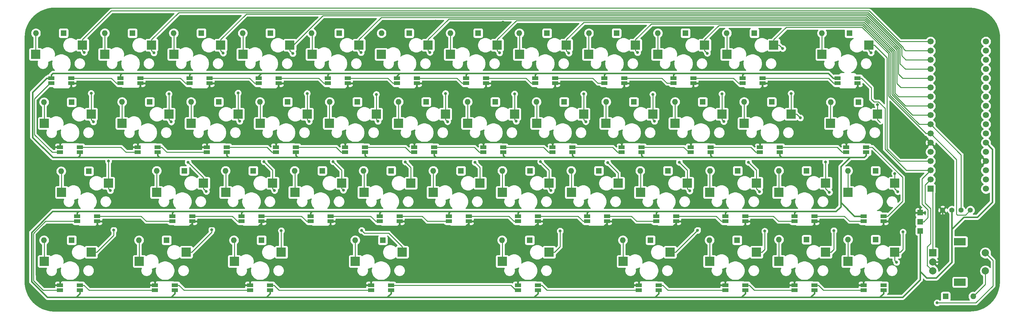
<source format=gbr>
G04 #@! TF.GenerationSoftware,KiCad,Pcbnew,(5.1.5)-3*
G04 #@! TF.CreationDate,2021-08-08T16:52:41-05:00*
G04 #@! TF.ProjectId,cuarenta,63756172-656e-4746-912e-6b696361645f,rev?*
G04 #@! TF.SameCoordinates,Original*
G04 #@! TF.FileFunction,Copper,L2,Bot*
G04 #@! TF.FilePolarity,Positive*
%FSLAX46Y46*%
G04 Gerber Fmt 4.6, Leading zero omitted, Abs format (unit mm)*
G04 Created by KiCad (PCBNEW (5.1.5)-3) date 2021-08-08 16:52:41*
%MOMM*%
%LPD*%
G04 APERTURE LIST*
%ADD10O,1.600000X1.600000*%
%ADD11R,1.600000X1.600000*%
%ADD12R,2.550000X2.500000*%
%ADD13R,1.700000X1.000000*%
%ADD14C,1.700000*%
%ADD15R,1.700000X1.700000*%
%ADD16R,2.000000X2.000000*%
%ADD17C,2.000000*%
%ADD18R,3.200000X2.000000*%
%ADD19C,1.397000*%
%ADD20R,1.524000X1.524000*%
%ADD21C,0.800000*%
%ADD22C,0.250000*%
%ADD23C,0.400000*%
%ADD24C,0.254000*%
G04 APERTURE END LIST*
D10*
X150423500Y-27414000D03*
D11*
X158043500Y-27414000D03*
D10*
X233807000Y-27432000D03*
D11*
X241427000Y-27432000D03*
D10*
X207573500Y-27414000D03*
D11*
X215193500Y-27414000D03*
D10*
X188573500Y-27414000D03*
D11*
X196193500Y-27414000D03*
D10*
X169573500Y-27414000D03*
D11*
X177193500Y-27414000D03*
D10*
X131423500Y-27414000D03*
D11*
X139043500Y-27414000D03*
D10*
X112423500Y-27414000D03*
D11*
X120043500Y-27414000D03*
D10*
X93173500Y-27414000D03*
D11*
X100793500Y-27414000D03*
D10*
X74173500Y-27414000D03*
D11*
X81793500Y-27414000D03*
D10*
X55173500Y-27414000D03*
D11*
X62793500Y-27414000D03*
D10*
X17173500Y-27414000D03*
D11*
X24793500Y-27414000D03*
D10*
X36173500Y-27432000D03*
D11*
X43793500Y-27432000D03*
D12*
X249110500Y-49784000D03*
X236183500Y-52324000D03*
X246729250Y-30734000D03*
X233802250Y-33274000D03*
X191960500Y-87884000D03*
X179033500Y-90424000D03*
X158623000Y-87884000D03*
X145696000Y-90424000D03*
X118141750Y-87884000D03*
X105214750Y-90424000D03*
X84804250Y-87884000D03*
X71877250Y-90424000D03*
X58610500Y-87884000D03*
X45683500Y-90424000D03*
X32416750Y-87884000D03*
X19489750Y-90424000D03*
X37179250Y-68834000D03*
X24252250Y-71374000D03*
X32416750Y-49784000D03*
X19489750Y-52324000D03*
D13*
X250781000Y-96994750D03*
X250781000Y-98394750D03*
X245281000Y-96994750D03*
X245281000Y-98394750D03*
X245281000Y-79344750D03*
X245281000Y-77944750D03*
X250781000Y-79344750D03*
X250781000Y-77944750D03*
X246018500Y-58894750D03*
X246018500Y-60294750D03*
X240518500Y-58894750D03*
X240518500Y-60294750D03*
X243637250Y-39844750D03*
X243637250Y-41244750D03*
X238137250Y-39844750D03*
X238137250Y-41244750D03*
X231731000Y-96994750D03*
X231731000Y-98394750D03*
X226231000Y-96994750D03*
X226231000Y-98394750D03*
X226231000Y-79344750D03*
X226231000Y-77944750D03*
X231731000Y-79344750D03*
X231731000Y-77944750D03*
X222206000Y-58894750D03*
X222206000Y-60294750D03*
X216706000Y-58894750D03*
X216706000Y-60294750D03*
X217443500Y-39844750D03*
X217443500Y-41244750D03*
X211943500Y-39844750D03*
X211943500Y-41244750D03*
X212681000Y-96994750D03*
X212681000Y-98394750D03*
X207181000Y-96994750D03*
X207181000Y-98394750D03*
X207181000Y-79344750D03*
X207181000Y-77944750D03*
X212681000Y-79344750D03*
X212681000Y-77944750D03*
X203156000Y-58894750D03*
X203156000Y-60294750D03*
X197656000Y-58894750D03*
X197656000Y-60294750D03*
X198393500Y-39844750D03*
X198393500Y-41244750D03*
X192893500Y-39844750D03*
X192893500Y-41244750D03*
X188868500Y-96994750D03*
X188868500Y-98394750D03*
X183368500Y-96994750D03*
X183368500Y-98394750D03*
X188131000Y-79344750D03*
X188131000Y-77944750D03*
X193631000Y-79344750D03*
X193631000Y-77944750D03*
X184106000Y-58894750D03*
X184106000Y-60294750D03*
X178606000Y-58894750D03*
X178606000Y-60294750D03*
X179343500Y-39844750D03*
X179343500Y-41244750D03*
X173843500Y-39844750D03*
X173843500Y-41244750D03*
X155531000Y-96994750D03*
X155531000Y-98394750D03*
X150031000Y-96994750D03*
X150031000Y-98394750D03*
X169081000Y-79344750D03*
X169081000Y-77944750D03*
X174581000Y-79344750D03*
X174581000Y-77944750D03*
X165056000Y-58894750D03*
X165056000Y-60294750D03*
X159556000Y-58894750D03*
X159556000Y-60294750D03*
X160293500Y-39844750D03*
X160293500Y-41244750D03*
X154793500Y-39844750D03*
X154793500Y-41244750D03*
X115049750Y-96994750D03*
X115049750Y-98394750D03*
X109549750Y-96994750D03*
X109549750Y-98394750D03*
X150031000Y-79344750D03*
X150031000Y-77944750D03*
X155531000Y-79344750D03*
X155531000Y-77944750D03*
X146006000Y-58894750D03*
X146006000Y-60294750D03*
X140506000Y-58894750D03*
X140506000Y-60294750D03*
X141243500Y-39844750D03*
X141243500Y-41244750D03*
X135743500Y-39844750D03*
X135743500Y-41244750D03*
X81712250Y-96994750D03*
X81712250Y-98394750D03*
X76212250Y-96994750D03*
X76212250Y-98394750D03*
X130981000Y-79344750D03*
X130981000Y-77944750D03*
X136481000Y-79344750D03*
X136481000Y-77944750D03*
X126956000Y-58894750D03*
X126956000Y-60294750D03*
X121456000Y-58894750D03*
X121456000Y-60294750D03*
X122193500Y-39844750D03*
X122193500Y-41244750D03*
X116693500Y-39844750D03*
X116693500Y-41244750D03*
X55518500Y-96994750D03*
X55518500Y-98394750D03*
X50018500Y-96994750D03*
X50018500Y-98394750D03*
X111931000Y-79344750D03*
X111931000Y-77944750D03*
X117431000Y-79344750D03*
X117431000Y-77944750D03*
X107906000Y-58894750D03*
X107906000Y-60294750D03*
X102406000Y-58894750D03*
X102406000Y-60294750D03*
X103143500Y-39844750D03*
X103143500Y-41244750D03*
X97643500Y-39844750D03*
X97643500Y-41244750D03*
X29324750Y-96994750D03*
X29324750Y-98394750D03*
X23824750Y-96994750D03*
X23824750Y-98394750D03*
X92881000Y-79344750D03*
X92881000Y-77944750D03*
X98381000Y-79344750D03*
X98381000Y-77944750D03*
X88856000Y-58894750D03*
X88856000Y-60294750D03*
X83356000Y-58894750D03*
X83356000Y-60294750D03*
X84093500Y-39844750D03*
X84093500Y-41244750D03*
X78593500Y-39844750D03*
X78593500Y-41244750D03*
X73831000Y-79344750D03*
X73831000Y-77944750D03*
X79331000Y-79344750D03*
X79331000Y-77944750D03*
X69806000Y-58894750D03*
X69806000Y-60294750D03*
X64306000Y-58894750D03*
X64306000Y-60294750D03*
X65043500Y-39844750D03*
X65043500Y-41244750D03*
X59543500Y-39844750D03*
X59543500Y-41244750D03*
X54781000Y-79344750D03*
X54781000Y-77944750D03*
X60281000Y-79344750D03*
X60281000Y-77944750D03*
X50756000Y-58894750D03*
X50756000Y-60294750D03*
X45256000Y-58894750D03*
X45256000Y-60294750D03*
X45993500Y-39844750D03*
X45993500Y-41244750D03*
X40493500Y-39844750D03*
X40493500Y-41244750D03*
X28587250Y-79344750D03*
X28587250Y-77944750D03*
X34087250Y-79344750D03*
X34087250Y-77944750D03*
X29324750Y-58894750D03*
X29324750Y-60294750D03*
X23824750Y-58894750D03*
X23824750Y-60294750D03*
X26943500Y-39844750D03*
X26943500Y-41244750D03*
X21443500Y-39844750D03*
X21443500Y-41244750D03*
D14*
X263731250Y-29742250D03*
X263731250Y-32282250D03*
X263731250Y-34822250D03*
X263731250Y-37362250D03*
X263731250Y-39902250D03*
X263731250Y-42442250D03*
X263731250Y-44982250D03*
X263731250Y-47522250D03*
X263731250Y-50062250D03*
X263731250Y-52602250D03*
X263731250Y-55142250D03*
X263731250Y-57682250D03*
X263731250Y-60222250D03*
X263731250Y-62762250D03*
X263731250Y-65302250D03*
X263731250Y-67842250D03*
D15*
X263731250Y-70382250D03*
D14*
X278987250Y-29742250D03*
X278987250Y-32282250D03*
X278987250Y-34822250D03*
X278987250Y-37362250D03*
X278987250Y-39902250D03*
X278987250Y-42442250D03*
X278987250Y-44982250D03*
X278987250Y-47522250D03*
X278987250Y-50062250D03*
X278987250Y-52602250D03*
X278987250Y-55142250D03*
X278987250Y-57682250D03*
X278987250Y-60222250D03*
X278987250Y-62762250D03*
X278987250Y-65302250D03*
X278987250Y-67842250D03*
X278987250Y-70382250D03*
D16*
X264343500Y-88082750D03*
D17*
X264343500Y-90582750D03*
X264343500Y-93082750D03*
D18*
X271843500Y-84982750D03*
X271843500Y-96182750D03*
D17*
X278843500Y-88082750D03*
X278843500Y-93082750D03*
D12*
X253873000Y-87884000D03*
X240946000Y-90424000D03*
X253873000Y-68834000D03*
X240946000Y-71374000D03*
X234823000Y-87884000D03*
X221896000Y-90424000D03*
X234823000Y-68834000D03*
X221896000Y-71374000D03*
X225298000Y-49784000D03*
X212371000Y-52324000D03*
X220535500Y-30734000D03*
X207608500Y-33274000D03*
X215773000Y-87884000D03*
X202846000Y-90424000D03*
X215773000Y-68834000D03*
X202846000Y-71374000D03*
X206248000Y-49784000D03*
X193321000Y-52324000D03*
X201485500Y-30734000D03*
X188558500Y-33274000D03*
X196723000Y-68834000D03*
X183796000Y-71374000D03*
X187198000Y-49784000D03*
X174271000Y-52324000D03*
X182435500Y-30734000D03*
X169508500Y-33274000D03*
X177673000Y-68834000D03*
X164746000Y-71374000D03*
X168148000Y-49784000D03*
X155221000Y-52324000D03*
X163385500Y-30734000D03*
X150458500Y-33274000D03*
X158623000Y-68834000D03*
X145696000Y-71374000D03*
X149098000Y-49784000D03*
X136171000Y-52324000D03*
X144335500Y-30734000D03*
X131408500Y-33274000D03*
X139573000Y-68834000D03*
X126646000Y-71374000D03*
X130048000Y-49784000D03*
X117121000Y-52324000D03*
X125285500Y-30734000D03*
X112358500Y-33274000D03*
X120523000Y-68834000D03*
X107596000Y-71374000D03*
X110998000Y-49784000D03*
X98071000Y-52324000D03*
X106235500Y-30734000D03*
X93308500Y-33274000D03*
X101473000Y-68834000D03*
X88546000Y-71374000D03*
X91948000Y-49784000D03*
X79021000Y-52324000D03*
X87185500Y-30734000D03*
X74258500Y-33274000D03*
X82423000Y-68834000D03*
X69496000Y-71374000D03*
X72898000Y-49784000D03*
X59971000Y-52324000D03*
X68135500Y-30734000D03*
X55208500Y-33274000D03*
X63373000Y-68834000D03*
X50446000Y-71374000D03*
X53848000Y-49784000D03*
X40921000Y-52324000D03*
X49085500Y-30734000D03*
X36158500Y-33274000D03*
X30035500Y-30734000D03*
X17108500Y-33274000D03*
D19*
X274701000Y-76295250D03*
X272161000Y-76295250D03*
X269621000Y-76295250D03*
X267081000Y-76295250D03*
D20*
X260858000Y-82042000D03*
X260858000Y-79502000D03*
X260858000Y-76962000D03*
D10*
X275494750Y-100107750D03*
D11*
X267874750Y-100107750D03*
D10*
X240961000Y-84414000D03*
D11*
X248581000Y-84414000D03*
D10*
X240961000Y-65414000D03*
D11*
X248581000Y-65414000D03*
D10*
X236220000Y-46482000D03*
D11*
X243840000Y-46482000D03*
D10*
X221961000Y-84414000D03*
D11*
X229581000Y-84414000D03*
D10*
X221961000Y-65414000D03*
D11*
X229581000Y-65414000D03*
D10*
X212336000Y-46414000D03*
D11*
X219956000Y-46414000D03*
D10*
X202819000Y-84582000D03*
D11*
X210439000Y-84582000D03*
D10*
X202961000Y-65414000D03*
D11*
X210581000Y-65414000D03*
D10*
X193336000Y-46414000D03*
D11*
X200956000Y-46414000D03*
D10*
X178943000Y-84582000D03*
D11*
X186563000Y-84582000D03*
D10*
X183711000Y-65414000D03*
D11*
X191331000Y-65414000D03*
D10*
X174336000Y-46414000D03*
D11*
X181956000Y-46414000D03*
D10*
X164711000Y-65414000D03*
D11*
X172331000Y-65414000D03*
D10*
X155136000Y-46414000D03*
D11*
X162756000Y-46414000D03*
D10*
X145711000Y-65414000D03*
D11*
X153331000Y-65414000D03*
D10*
X136136000Y-46414000D03*
D11*
X143756000Y-46414000D03*
D10*
X126711000Y-65414000D03*
D11*
X134331000Y-65414000D03*
D10*
X117136000Y-46414000D03*
D11*
X124756000Y-46414000D03*
D10*
X145669000Y-84582000D03*
D11*
X153289000Y-84582000D03*
D10*
X107461000Y-65414000D03*
D11*
X115081000Y-65414000D03*
D10*
X98136000Y-46414000D03*
D11*
X105756000Y-46414000D03*
D10*
X105156000Y-84582000D03*
D11*
X112776000Y-84582000D03*
D10*
X88461000Y-65414000D03*
D11*
X96081000Y-65414000D03*
D10*
X78936000Y-46414000D03*
D11*
X86556000Y-46414000D03*
D10*
X71755000Y-84582000D03*
D11*
X79375000Y-84582000D03*
D10*
X69461000Y-65414000D03*
D11*
X77081000Y-65414000D03*
D10*
X59936000Y-46414000D03*
D11*
X67556000Y-46414000D03*
D10*
X45593000Y-84582000D03*
D11*
X53213000Y-84582000D03*
D10*
X50461000Y-65414000D03*
D11*
X58081000Y-65414000D03*
D10*
X40936000Y-46414000D03*
D11*
X48556000Y-46414000D03*
D10*
X19431000Y-84582000D03*
D11*
X27051000Y-84582000D03*
D10*
X24130000Y-65532000D03*
D11*
X31750000Y-65532000D03*
D10*
X19431000Y-46482000D03*
D11*
X27051000Y-46482000D03*
D21*
X161671000Y-82042000D03*
X262137500Y-77079500D03*
X267081000Y-82042000D03*
X268834750Y-62762250D03*
X109728000Y-23876000D03*
X127381000Y-24130000D03*
X145923000Y-24384000D03*
X247396000Y-38608000D03*
X251206000Y-72136000D03*
X219710000Y-27559000D03*
X181102000Y-27305000D03*
X200533000Y-27432000D03*
X162306000Y-27432000D03*
X216610500Y-71171500D03*
X206768000Y-51804000D03*
X206248000Y-44196000D03*
X202227750Y-32976250D03*
X218027250Y-82073750D03*
X213550500Y-63055500D03*
X182987250Y-32785750D03*
X187198000Y-44323000D03*
X187654500Y-51740500D03*
X194500500Y-63055500D03*
X197370000Y-70981000D03*
X199485750Y-81883750D03*
X49700750Y-32849250D03*
X53848000Y-44196000D03*
X54495000Y-51931000D03*
X59106500Y-63067500D03*
X64147000Y-71108000D03*
X65627250Y-81692750D03*
X68814250Y-32912750D03*
X72898000Y-43942000D03*
X73354500Y-51740500D03*
X82943000Y-70854000D03*
X84804250Y-81946750D03*
X80073500Y-62928500D03*
X87991250Y-33039750D03*
X91948000Y-44069000D03*
X92468000Y-51804000D03*
X101929500Y-70790500D03*
X106965750Y-81883250D03*
X99123500Y-62928500D03*
X106787250Y-32785750D03*
X110998000Y-44323000D03*
X111454500Y-51740500D03*
X119014875Y-62976125D03*
X125773750Y-32722250D03*
X130048000Y-44069000D03*
X130631500Y-51867500D03*
X138191875Y-63103125D03*
X144950750Y-32849250D03*
X149098000Y-44196000D03*
X149554500Y-51740500D03*
X159143000Y-70854000D03*
X156273500Y-62928500D03*
X164064250Y-32912750D03*
X168148000Y-44196000D03*
X168731500Y-51867500D03*
X174736125Y-63134875D03*
X222980750Y-31654250D03*
X227838500Y-50799500D03*
X235851000Y-71362000D03*
X225298000Y-44069000D03*
X234823000Y-62992000D03*
X237077250Y-81946750D03*
X253873000Y-66167000D03*
X254710500Y-71171500D03*
X256127250Y-82327750D03*
X249110500Y-47180500D03*
X254381000Y-90678000D03*
X265557000Y-101854000D03*
X247328625Y-32833375D03*
X30523750Y-32722250D03*
X32416750Y-44037250D03*
X33047875Y-51915125D03*
X37179250Y-62769750D03*
X37715125Y-70869875D03*
X38639750Y-81756250D03*
D22*
X17108500Y-33274000D02*
X17108500Y-27479000D01*
X17108500Y-27479000D02*
X17173500Y-27414000D01*
X19489750Y-46540750D02*
X19431000Y-46482000D01*
X19489750Y-52324000D02*
X19489750Y-46540750D01*
X24252250Y-65654250D02*
X24130000Y-65532000D01*
X24252250Y-71374000D02*
X24252250Y-65654250D01*
X19489750Y-84640750D02*
X19431000Y-84582000D01*
X19489750Y-90424000D02*
X19489750Y-84640750D01*
X36158500Y-33274000D02*
X36158500Y-27447000D01*
X36158500Y-27447000D02*
X36173500Y-27432000D01*
X40921000Y-46429000D02*
X40936000Y-46414000D01*
X40921000Y-52324000D02*
X40921000Y-46429000D01*
X50446000Y-65429000D02*
X50461000Y-65414000D01*
X50446000Y-71374000D02*
X50446000Y-65429000D01*
X45683500Y-84672500D02*
X45593000Y-84582000D01*
X45683500Y-90424000D02*
X45683500Y-84672500D01*
X55208500Y-33274000D02*
X55208500Y-27449000D01*
X55208500Y-27449000D02*
X55173500Y-27414000D01*
X59971000Y-46449000D02*
X59936000Y-46414000D01*
X59971000Y-52324000D02*
X59971000Y-46449000D01*
X69496000Y-65449000D02*
X69461000Y-65414000D01*
X69496000Y-71374000D02*
X69496000Y-65449000D01*
X71877250Y-84704250D02*
X71755000Y-84582000D01*
X71877250Y-90424000D02*
X71877250Y-84704250D01*
X74258500Y-33274000D02*
X74258500Y-27499000D01*
X74258500Y-27499000D02*
X74173500Y-27414000D01*
X79021000Y-46499000D02*
X78936000Y-46414000D01*
X79021000Y-52324000D02*
X79021000Y-46499000D01*
X88546000Y-65499000D02*
X88461000Y-65414000D01*
X88546000Y-71374000D02*
X88546000Y-65499000D01*
X105214750Y-84640750D02*
X105156000Y-84582000D01*
X105214750Y-90424000D02*
X105214750Y-84640750D01*
X93308500Y-33274000D02*
X93308500Y-27549000D01*
X93308500Y-27549000D02*
X93173500Y-27414000D01*
X98071000Y-46479000D02*
X98136000Y-46414000D01*
X98071000Y-52324000D02*
X98071000Y-46479000D01*
X107596000Y-65549000D02*
X107461000Y-65414000D01*
X107596000Y-71374000D02*
X107596000Y-65549000D01*
X145696000Y-84609000D02*
X145669000Y-84582000D01*
X145696000Y-90424000D02*
X145696000Y-84609000D01*
X117121000Y-46429000D02*
X117136000Y-46414000D01*
X117121000Y-52324000D02*
X117121000Y-46429000D01*
X126646000Y-65479000D02*
X126711000Y-65414000D01*
X126646000Y-71374000D02*
X126646000Y-65479000D01*
X131408500Y-33274000D02*
X131408500Y-27429000D01*
X131408500Y-27429000D02*
X131423500Y-27414000D01*
X136171000Y-46449000D02*
X136136000Y-46414000D01*
X136171000Y-52324000D02*
X136171000Y-46449000D01*
X145696000Y-65429000D02*
X145711000Y-65414000D01*
X145696000Y-71374000D02*
X145696000Y-65429000D01*
X150458500Y-33274000D02*
X150458500Y-27449000D01*
X150458500Y-27449000D02*
X150423500Y-27414000D01*
X155221000Y-46499000D02*
X155136000Y-46414000D01*
X155221000Y-52324000D02*
X155221000Y-46499000D01*
X164746000Y-65449000D02*
X164711000Y-65414000D01*
X164746000Y-71374000D02*
X164746000Y-65449000D01*
X169508500Y-33274000D02*
X169508500Y-27479000D01*
X169508500Y-27479000D02*
X169573500Y-27414000D01*
X174271000Y-46479000D02*
X174336000Y-46414000D01*
X174271000Y-52324000D02*
X174271000Y-46479000D01*
X183796000Y-65499000D02*
X183711000Y-65414000D01*
X183796000Y-71374000D02*
X183796000Y-65499000D01*
X179033500Y-84672500D02*
X178943000Y-84582000D01*
X179033500Y-90424000D02*
X179033500Y-84672500D01*
X188558500Y-33274000D02*
X188558500Y-27429000D01*
X188558500Y-27429000D02*
X188573500Y-27414000D01*
X193321000Y-46429000D02*
X193336000Y-46414000D01*
X193321000Y-52324000D02*
X193321000Y-46429000D01*
X202846000Y-65529000D02*
X202961000Y-65414000D01*
X202846000Y-71374000D02*
X202846000Y-65529000D01*
X202846000Y-84609000D02*
X202819000Y-84582000D01*
X202846000Y-90424000D02*
X202846000Y-84609000D01*
X207608500Y-33274000D02*
X207608500Y-27449000D01*
X207608500Y-27449000D02*
X207573500Y-27414000D01*
X212371000Y-46449000D02*
X212336000Y-46414000D01*
X212371000Y-52324000D02*
X212371000Y-46449000D01*
X221896000Y-65479000D02*
X221961000Y-65414000D01*
X221896000Y-71374000D02*
X221896000Y-65479000D01*
X221896000Y-84479000D02*
X221961000Y-84414000D01*
X221896000Y-90424000D02*
X221896000Y-84479000D01*
X233802250Y-33274000D02*
X233802250Y-27436750D01*
X233802250Y-27436750D02*
X233807000Y-27432000D01*
X236183500Y-46518500D02*
X236220000Y-46482000D01*
X236183500Y-52324000D02*
X236183500Y-46518500D01*
X240946000Y-65429000D02*
X240961000Y-65414000D01*
X240946000Y-71374000D02*
X240946000Y-65429000D01*
X240946000Y-84429000D02*
X240961000Y-84414000D01*
X240946000Y-90424000D02*
X240946000Y-84429000D01*
X278843500Y-96759000D02*
X275494750Y-100107750D01*
X278843500Y-93082750D02*
X278843500Y-96759000D01*
D23*
X21443500Y-38944750D02*
X21443500Y-39844750D01*
X21853510Y-38534740D02*
X21443500Y-38944750D01*
X236887250Y-39844750D02*
X235577240Y-38534740D01*
X238137250Y-39844750D02*
X236887250Y-39844750D01*
X40493500Y-38944750D02*
X40903510Y-38534740D01*
X40493500Y-39844750D02*
X40493500Y-38944750D01*
X40903510Y-38534740D02*
X42237260Y-38534740D01*
X42237260Y-38534740D02*
X21853510Y-38534740D01*
X59953510Y-38534740D02*
X61668260Y-38534740D01*
X59543500Y-38944750D02*
X59953510Y-38534740D01*
X59543500Y-39844750D02*
X59543500Y-38944750D01*
X61668260Y-38534740D02*
X42237260Y-38534740D01*
X78593500Y-39294198D02*
X79352958Y-38534740D01*
X79352958Y-38534740D02*
X80337260Y-38534740D01*
X78593500Y-39844750D02*
X78593500Y-39294198D01*
X80337260Y-38534740D02*
X61668260Y-38534740D01*
X97643500Y-39844750D02*
X97643500Y-38944750D01*
X98053510Y-38534740D02*
X99113740Y-38534740D01*
X97643500Y-38944750D02*
X98053510Y-38534740D01*
X99113740Y-38534740D02*
X80337260Y-38534740D01*
X117452958Y-38534740D02*
X118310260Y-38534740D01*
X116693500Y-39294198D02*
X117452958Y-38534740D01*
X116693500Y-39844750D02*
X116693500Y-39294198D01*
X118310260Y-38534740D02*
X99113740Y-38534740D01*
X136153510Y-38534740D02*
X137487260Y-38534740D01*
X135743500Y-38944750D02*
X136153510Y-38534740D01*
X135743500Y-39844750D02*
X135743500Y-38944750D01*
X137487260Y-38534740D02*
X118310260Y-38534740D01*
X155203510Y-38534740D02*
X156390740Y-38534740D01*
X154793500Y-38944750D02*
X155203510Y-38534740D01*
X154793500Y-39844750D02*
X154793500Y-38944750D01*
X156390740Y-38534740D02*
X137487260Y-38534740D01*
X173843500Y-38944750D02*
X174253510Y-38534740D01*
X174253510Y-38534740D02*
X175587260Y-38534740D01*
X173843500Y-39844750D02*
X173843500Y-38944750D01*
X175587260Y-38534740D02*
X156390740Y-38534740D01*
X193303510Y-38534740D02*
X194617740Y-38534740D01*
X192893500Y-38944750D02*
X193303510Y-38534740D01*
X192893500Y-39844750D02*
X192893500Y-38944750D01*
X194617740Y-38534740D02*
X175587260Y-38534740D01*
X212353510Y-38534740D02*
X213286740Y-38534740D01*
X211943500Y-38944750D02*
X212353510Y-38534740D01*
X211943500Y-39844750D02*
X211943500Y-38944750D01*
X235577240Y-38534740D02*
X213286740Y-38534740D01*
X213286740Y-38534740D02*
X194617740Y-38534740D01*
X16296982Y-43741268D02*
X16296982Y-56174982D01*
X21443500Y-39844750D02*
X20193500Y-39844750D01*
X20193500Y-39844750D02*
X16296982Y-43741268D01*
X16296982Y-56174982D02*
X21844000Y-61722000D01*
X28797500Y-61722000D02*
X29324750Y-61194750D01*
X29324750Y-61194750D02*
X29324750Y-60294750D01*
X21844000Y-61722000D02*
X28797500Y-61722000D01*
X245491250Y-61722000D02*
X246018500Y-61194750D01*
X246018500Y-61194750D02*
X246018500Y-60294750D01*
X51283250Y-61722000D02*
X52324000Y-61722000D01*
X28797500Y-61722000D02*
X52324000Y-61722000D01*
X50756000Y-61194750D02*
X51283250Y-61722000D01*
X50756000Y-60294750D02*
X50756000Y-61194750D01*
X69806000Y-61194750D02*
X70333250Y-61722000D01*
X69806000Y-60294750D02*
X69806000Y-61194750D01*
X52324000Y-61722000D02*
X71628000Y-61722000D01*
X70333250Y-61722000D02*
X71628000Y-61722000D01*
X88856000Y-61194750D02*
X89383250Y-61722000D01*
X89383250Y-61722000D02*
X90551000Y-61722000D01*
X71628000Y-61722000D02*
X90551000Y-61722000D01*
X88856000Y-60294750D02*
X88856000Y-61194750D01*
X107906000Y-60294750D02*
X107906000Y-61194750D01*
X108433250Y-61722000D02*
X109728000Y-61722000D01*
X90551000Y-61722000D02*
X109728000Y-61722000D01*
X107906000Y-61194750D02*
X108433250Y-61722000D01*
X126956000Y-61194750D02*
X127483250Y-61722000D01*
X126956000Y-60294750D02*
X126956000Y-61194750D01*
X109728000Y-61722000D02*
X128143000Y-61722000D01*
X127483250Y-61722000D02*
X128143000Y-61722000D01*
X146533250Y-61722000D02*
X147320000Y-61722000D01*
X146006000Y-61194750D02*
X146533250Y-61722000D01*
X146006000Y-60294750D02*
X146006000Y-61194750D01*
X128143000Y-61722000D02*
X147320000Y-61722000D01*
X165056000Y-61194750D02*
X165583250Y-61722000D01*
X165056000Y-60294750D02*
X165056000Y-61194750D01*
X147320000Y-61722000D02*
X166751000Y-61722000D01*
X165583250Y-61722000D02*
X166751000Y-61722000D01*
X166751000Y-61722000D02*
X185547000Y-61722000D01*
X184633250Y-61722000D02*
X185547000Y-61722000D01*
X184106000Y-61194750D02*
X184633250Y-61722000D01*
X184106000Y-60294750D02*
X184106000Y-61194750D01*
X203683250Y-61722000D02*
X204470000Y-61722000D01*
X185547000Y-61722000D02*
X204470000Y-61722000D01*
X203156000Y-61194750D02*
X203683250Y-61722000D01*
X203156000Y-60294750D02*
X203156000Y-61194750D01*
X222733250Y-61722000D02*
X224155000Y-61722000D01*
X222206000Y-61194750D02*
X222733250Y-61722000D01*
X222206000Y-60294750D02*
X222206000Y-61194750D01*
X204470000Y-61722000D02*
X224155000Y-61722000D01*
X245281000Y-77944750D02*
X242790750Y-77944750D01*
X242790750Y-77944750D02*
X239014000Y-74168000D01*
X239014000Y-74168000D02*
X239014000Y-64262000D01*
X239014000Y-74168000D02*
X239014000Y-75311000D01*
X239014000Y-75311000D02*
X237690260Y-76634740D01*
X226231000Y-77044750D02*
X226231000Y-77944750D01*
X226641010Y-76634740D02*
X226231000Y-77044750D01*
X237690260Y-76634740D02*
X226641010Y-76634740D01*
X207181000Y-77044750D02*
X207181000Y-77944750D01*
X207591010Y-76634740D02*
X207181000Y-77044750D01*
X226641010Y-76634740D02*
X207591010Y-76634740D01*
X188131000Y-77044750D02*
X188131000Y-77944750D01*
X188541010Y-76634740D02*
X188131000Y-77044750D01*
X207591010Y-76634740D02*
X188541010Y-76634740D01*
X169081000Y-77044750D02*
X169081000Y-77944750D01*
X169491010Y-76634740D02*
X169081000Y-77044750D01*
X188541010Y-76634740D02*
X169491010Y-76634740D01*
X150031000Y-77044750D02*
X150031000Y-77944750D01*
X150441010Y-76634740D02*
X150031000Y-77044750D01*
X169491010Y-76634740D02*
X150441010Y-76634740D01*
X130981000Y-77044750D02*
X130981000Y-77944750D01*
X131391010Y-76634740D02*
X130981000Y-77044750D01*
X150441010Y-76634740D02*
X131391010Y-76634740D01*
X111931000Y-77044750D02*
X111931000Y-77944750D01*
X112341010Y-76634740D02*
X111931000Y-77044750D01*
X131391010Y-76634740D02*
X112341010Y-76634740D01*
X93291010Y-76634740D02*
X92881000Y-77044750D01*
X92881000Y-77044750D02*
X92881000Y-77944750D01*
X112341010Y-76634740D02*
X93291010Y-76634740D01*
X74241010Y-76634740D02*
X73831000Y-77044750D01*
X73831000Y-77044750D02*
X73831000Y-77944750D01*
X93291010Y-76634740D02*
X74241010Y-76634740D01*
X54781000Y-77044750D02*
X54781000Y-77944750D01*
X55191010Y-76634740D02*
X54781000Y-77044750D01*
X74241010Y-76634740D02*
X55191010Y-76634740D01*
X28587250Y-77044750D02*
X28587250Y-77944750D01*
X28997260Y-76634740D02*
X28587250Y-77044750D01*
X55191010Y-76634740D02*
X28997260Y-76634740D01*
X15984991Y-95975467D02*
X20339524Y-100330000D01*
X15984990Y-82459534D02*
X15984991Y-95975467D01*
X28997260Y-76634740D02*
X21809784Y-76634740D01*
X21809784Y-76634740D02*
X15984990Y-82459534D01*
X29324750Y-99294750D02*
X29324750Y-98394750D01*
X28289500Y-100330000D02*
X29324750Y-99294750D01*
X20339524Y-100330000D02*
X28289500Y-100330000D01*
X249745750Y-100330000D02*
X250781000Y-99294750D01*
X250781000Y-99294750D02*
X250781000Y-98394750D01*
X55518500Y-98394750D02*
X55518500Y-99294750D01*
X54483250Y-100330000D02*
X53467000Y-100330000D01*
X28289500Y-100330000D02*
X53467000Y-100330000D01*
X55518500Y-99294750D02*
X54483250Y-100330000D01*
X81712250Y-99294750D02*
X80677000Y-100330000D01*
X81712250Y-98394750D02*
X81712250Y-99294750D01*
X80677000Y-100330000D02*
X79629000Y-100330000D01*
X53467000Y-100330000D02*
X79629000Y-100330000D01*
X114014500Y-100330000D02*
X113157000Y-100330000D01*
X115049750Y-98394750D02*
X115049750Y-99294750D01*
X115049750Y-99294750D02*
X114014500Y-100330000D01*
X79629000Y-100330000D02*
X113157000Y-100330000D01*
X155531000Y-99294750D02*
X154495750Y-100330000D01*
X154495750Y-100330000D02*
X153543000Y-100330000D01*
X113157000Y-100330000D02*
X153543000Y-100330000D01*
X155531000Y-98394750D02*
X155531000Y-99294750D01*
X188868500Y-99294750D02*
X187833250Y-100330000D01*
X153543000Y-100330000D02*
X186944000Y-100330000D01*
X187833250Y-100330000D02*
X186944000Y-100330000D01*
X188868500Y-98394750D02*
X188868500Y-99294750D01*
X211645750Y-100330000D02*
X211201000Y-100330000D01*
X212681000Y-98394750D02*
X212681000Y-99294750D01*
X212681000Y-99294750D02*
X211645750Y-100330000D01*
X186944000Y-100330000D02*
X211201000Y-100330000D01*
X231731000Y-99294750D02*
X230695750Y-100330000D01*
X231731000Y-98394750D02*
X231731000Y-99294750D01*
X230695750Y-100330000D02*
X230251000Y-100330000D01*
X211201000Y-100330000D02*
X230251000Y-100330000D01*
X230251000Y-100330000D02*
X249745750Y-100330000D01*
X260858000Y-83204000D02*
X260858000Y-82042000D01*
X260858000Y-89567750D02*
X260858000Y-83204000D01*
X269621000Y-90678000D02*
X265303000Y-94996000D01*
X265303000Y-94996000D02*
X262636000Y-94996000D01*
X260858000Y-93218000D02*
X260858000Y-89662000D01*
X262636000Y-94996000D02*
X260858000Y-93218000D01*
X260858000Y-89662000D02*
X260858000Y-89567750D01*
X249745750Y-100330000D02*
X256032000Y-100330000D01*
X260858000Y-95504000D02*
X260858000Y-93218000D01*
X256032000Y-100330000D02*
X260858000Y-95504000D01*
X269621000Y-82423000D02*
X269621000Y-90678000D01*
X269621000Y-76295250D02*
X269621000Y-82423000D01*
X280797000Y-59492000D02*
X278987250Y-57682250D01*
X276606000Y-78232000D02*
X280797000Y-74041000D01*
X269621000Y-82423000D02*
X269621000Y-81534000D01*
X269621000Y-81534000D02*
X272923000Y-78232000D01*
X280797000Y-74041000D02*
X280797000Y-59492000D01*
X272923000Y-78232000D02*
X276606000Y-78232000D01*
X241554000Y-61722000D02*
X243205000Y-61722000D01*
X224155000Y-61722000D02*
X243205000Y-61722000D01*
X239014000Y-64262000D02*
X241554000Y-61722000D01*
X243205000Y-61722000D02*
X245491250Y-61722000D01*
D22*
X244737250Y-39844750D02*
X247396000Y-42503500D01*
X243637250Y-39844750D02*
X244737250Y-39844750D01*
X247396000Y-42503500D02*
X247396000Y-45593000D01*
X247396000Y-45593000D02*
X248158000Y-46355000D01*
X249358002Y-46355000D02*
X251206000Y-48202998D01*
X248158000Y-46355000D02*
X249358002Y-46355000D01*
X251206000Y-48202998D02*
X251206000Y-59436000D01*
X257072250Y-65302250D02*
X263731250Y-65302250D01*
X251206000Y-59436000D02*
X257072250Y-65302250D01*
X261870000Y-79502000D02*
X263017000Y-78355000D01*
X260858000Y-79502000D02*
X261870000Y-79502000D01*
X263017000Y-78355000D02*
X263017000Y-76200000D01*
X263017000Y-76200000D02*
X261366000Y-74549000D01*
X261366000Y-67667500D02*
X263731250Y-65302250D01*
X261366000Y-74549000D02*
X261366000Y-67667500D01*
D23*
X243637250Y-42144750D02*
X242983000Y-42799000D01*
X243637250Y-41244750D02*
X243637250Y-42144750D01*
X242983000Y-42799000D02*
X236347000Y-42799000D01*
X234792750Y-41244750D02*
X217443500Y-41244750D01*
X236347000Y-42799000D02*
X234792750Y-41244750D01*
X217443500Y-42144750D02*
X216789250Y-42799000D01*
X217443500Y-41244750D02*
X217443500Y-42144750D01*
X216789250Y-42799000D02*
X210185000Y-42799000D01*
X208630750Y-41244750D02*
X198393500Y-41244750D01*
X210185000Y-42799000D02*
X208630750Y-41244750D01*
X198393500Y-42144750D02*
X197866250Y-42672000D01*
X198393500Y-41244750D02*
X198393500Y-42144750D01*
X197866250Y-42672000D02*
X190881000Y-42672000D01*
X189453750Y-41244750D02*
X179343500Y-41244750D01*
X190881000Y-42672000D02*
X189453750Y-41244750D01*
X179343500Y-42144750D02*
X178435250Y-43053000D01*
X179343500Y-41244750D02*
X179343500Y-42144750D01*
X178435250Y-43053000D02*
X172339000Y-43053000D01*
X170530750Y-41244750D02*
X160293500Y-41244750D01*
X172339000Y-43053000D02*
X170530750Y-41244750D01*
X160293500Y-42144750D02*
X159512250Y-42926000D01*
X160293500Y-41244750D02*
X160293500Y-42144750D01*
X159512250Y-42926000D02*
X153543000Y-42926000D01*
X151861750Y-41244750D02*
X141243500Y-41244750D01*
X153543000Y-42926000D02*
X151861750Y-41244750D01*
X141243500Y-42144750D02*
X140462250Y-42926000D01*
X141243500Y-41244750D02*
X141243500Y-42144750D01*
X140462250Y-42926000D02*
X134620000Y-42926000D01*
X132938750Y-41244750D02*
X122193500Y-41244750D01*
X134620000Y-42926000D02*
X132938750Y-41244750D01*
X122193500Y-42144750D02*
X121539250Y-42799000D01*
X122193500Y-41244750D02*
X122193500Y-42144750D01*
X121539250Y-42799000D02*
X115443000Y-42799000D01*
X113888750Y-41244750D02*
X103143500Y-41244750D01*
X115443000Y-42799000D02*
X113888750Y-41244750D01*
X103143500Y-42144750D02*
X102362250Y-42926000D01*
X103143500Y-41244750D02*
X103143500Y-42144750D01*
X102362250Y-42926000D02*
X96774000Y-42926000D01*
X95092750Y-41244750D02*
X84093500Y-41244750D01*
X96774000Y-42926000D02*
X95092750Y-41244750D01*
X84093500Y-42144750D02*
X83439250Y-42799000D01*
X84093500Y-41244750D02*
X84093500Y-42144750D01*
X83439250Y-42799000D02*
X77343000Y-42799000D01*
X75788750Y-41244750D02*
X65043500Y-41244750D01*
X77343000Y-42799000D02*
X75788750Y-41244750D01*
X65043500Y-42144750D02*
X64389250Y-42799000D01*
X65043500Y-41244750D02*
X65043500Y-42144750D01*
X64389250Y-42799000D02*
X58293000Y-42799000D01*
X56738750Y-41244750D02*
X45993500Y-41244750D01*
X58293000Y-42799000D02*
X56738750Y-41244750D01*
X45993500Y-42144750D02*
X45466250Y-42672000D01*
X45993500Y-41244750D02*
X45993500Y-42144750D01*
X45466250Y-42672000D02*
X38735000Y-42672000D01*
X37307750Y-41244750D02*
X26943500Y-41244750D01*
X38735000Y-42672000D02*
X37307750Y-41244750D01*
X26943500Y-42144750D02*
X25019250Y-44069000D01*
X26943500Y-41244750D02*
X26943500Y-42144750D01*
X25019250Y-44069000D02*
X19431000Y-44069000D01*
X19431000Y-44069000D02*
X17526000Y-45974000D01*
X17526000Y-45974000D02*
X17526000Y-54991000D01*
X21429750Y-58894750D02*
X23824750Y-58894750D01*
X17526000Y-54991000D02*
X21429750Y-58894750D01*
X23824750Y-57994750D02*
X24288500Y-57531000D01*
X23824750Y-58894750D02*
X23824750Y-57994750D01*
X45256000Y-57994750D02*
X45256000Y-58894750D01*
X44792250Y-57531000D02*
X45256000Y-57994750D01*
X24288500Y-57531000D02*
X44792250Y-57531000D01*
X64306000Y-57994750D02*
X64306000Y-58894750D01*
X63842250Y-57531000D02*
X64306000Y-57994750D01*
X44792250Y-57531000D02*
X63842250Y-57531000D01*
X240518500Y-57994750D02*
X240518500Y-58894750D01*
X240054750Y-57531000D02*
X240518500Y-57994750D01*
X82892250Y-57531000D02*
X81788000Y-57531000D01*
X83356000Y-57994750D02*
X82892250Y-57531000D01*
X83356000Y-58894750D02*
X83356000Y-57994750D01*
X63842250Y-57531000D02*
X81788000Y-57531000D01*
X101942250Y-57531000D02*
X100838000Y-57531000D01*
X102406000Y-58894750D02*
X102406000Y-57994750D01*
X81788000Y-57531000D02*
X100838000Y-57531000D01*
X102406000Y-57994750D02*
X101942250Y-57531000D01*
X121456000Y-57994750D02*
X120992250Y-57531000D01*
X121456000Y-58894750D02*
X121456000Y-57994750D01*
X100838000Y-57531000D02*
X119507000Y-57531000D01*
X120992250Y-57531000D02*
X119507000Y-57531000D01*
X140042250Y-57531000D02*
X137922000Y-57531000D01*
X140506000Y-58894750D02*
X140506000Y-57994750D01*
X119507000Y-57531000D02*
X137922000Y-57531000D01*
X140506000Y-57994750D02*
X140042250Y-57531000D01*
X159092250Y-57531000D02*
X157734000Y-57531000D01*
X159556000Y-57994750D02*
X159092250Y-57531000D01*
X159556000Y-58894750D02*
X159556000Y-57994750D01*
X137922000Y-57531000D02*
X157734000Y-57531000D01*
X178606000Y-57994750D02*
X178142250Y-57531000D01*
X178142250Y-57531000D02*
X176403000Y-57531000D01*
X157734000Y-57531000D02*
X176403000Y-57531000D01*
X178606000Y-58894750D02*
X178606000Y-57994750D01*
X197192250Y-57531000D02*
X194945000Y-57531000D01*
X197656000Y-57994750D02*
X197192250Y-57531000D01*
X176403000Y-57531000D02*
X194945000Y-57531000D01*
X197656000Y-58894750D02*
X197656000Y-57994750D01*
X216706000Y-58894750D02*
X216706000Y-57994750D01*
X216369250Y-57658000D02*
X214503000Y-57658000D01*
X216706000Y-57994750D02*
X216369250Y-57658000D01*
X194945000Y-57531000D02*
X214503000Y-57658000D01*
X214503000Y-57658000D02*
X240054750Y-57531000D01*
X240054750Y-57531000D02*
X247523000Y-57531000D01*
X247523000Y-57531000D02*
X256794000Y-66802000D01*
X252031000Y-79344750D02*
X250781000Y-79344750D01*
X256794000Y-66802000D02*
X256794000Y-74581750D01*
X250781000Y-80244750D02*
X250253750Y-80772000D01*
X250781000Y-79344750D02*
X250781000Y-80244750D01*
X34087250Y-80244750D02*
X34087250Y-79344750D01*
X34614500Y-80772000D02*
X34087250Y-80244750D01*
X231731000Y-80244750D02*
X231203750Y-80772000D01*
X231731000Y-79344750D02*
X231731000Y-80244750D01*
X231203750Y-80772000D02*
X230251000Y-80772000D01*
X250253750Y-80772000D02*
X230251000Y-80772000D01*
X212153750Y-80772000D02*
X211328000Y-80772000D01*
X212681000Y-80244750D02*
X212153750Y-80772000D01*
X230251000Y-80772000D02*
X211328000Y-80772000D01*
X212681000Y-79344750D02*
X212681000Y-80244750D01*
X192754302Y-80772000D02*
X192405000Y-80772000D01*
X193631000Y-79895302D02*
X192754302Y-80772000D01*
X193631000Y-79344750D02*
X193631000Y-79895302D01*
X211328000Y-80772000D02*
X192405000Y-80772000D01*
X173704302Y-80772000D02*
X173101000Y-80772000D01*
X174581000Y-79895302D02*
X173704302Y-80772000D01*
X174581000Y-79344750D02*
X174581000Y-79895302D01*
X192405000Y-80772000D02*
X173101000Y-80772000D01*
X155531000Y-79895302D02*
X154654302Y-80772000D01*
X155531000Y-79344750D02*
X155531000Y-79895302D01*
X173101000Y-80772000D02*
X153924000Y-80772000D01*
X154654302Y-80772000D02*
X153924000Y-80772000D01*
X135604302Y-80772000D02*
X135001000Y-80772000D01*
X136481000Y-79895302D02*
X135604302Y-80772000D01*
X136481000Y-79344750D02*
X136481000Y-79895302D01*
X153924000Y-80772000D02*
X135001000Y-80772000D01*
X116903750Y-80772000D02*
X116205000Y-80772000D01*
X117431000Y-80244750D02*
X116903750Y-80772000D01*
X117431000Y-79344750D02*
X117431000Y-80244750D01*
X135001000Y-80772000D02*
X116205000Y-80772000D01*
X97853750Y-80772000D02*
X97028000Y-80772000D01*
X98381000Y-80244750D02*
X97853750Y-80772000D01*
X116205000Y-80772000D02*
X97028000Y-80772000D01*
X98381000Y-79344750D02*
X98381000Y-80244750D01*
X79331000Y-79895302D02*
X78454302Y-80772000D01*
X79331000Y-79344750D02*
X79331000Y-79895302D01*
X78454302Y-80772000D02*
X77597000Y-80772000D01*
X97028000Y-80772000D02*
X77597000Y-80772000D01*
X59404302Y-80772000D02*
X59055000Y-80772000D01*
X60281000Y-79895302D02*
X59404302Y-80772000D01*
X77597000Y-80772000D02*
X59055000Y-80772000D01*
X60281000Y-79344750D02*
X60281000Y-79895302D01*
X59055000Y-80772000D02*
X34614500Y-80772000D01*
X20159750Y-96994750D02*
X23824750Y-96994750D01*
X17272000Y-94107000D02*
X20159750Y-96994750D01*
X17272000Y-82931000D02*
X17272000Y-94107000D01*
X34614500Y-80772000D02*
X19431000Y-80772000D01*
X19431000Y-80772000D02*
X17272000Y-82931000D01*
X23824750Y-96094750D02*
X24288500Y-95631000D01*
X23824750Y-96994750D02*
X23824750Y-96094750D01*
X50018500Y-96094750D02*
X50018500Y-96994750D01*
X49554750Y-95631000D02*
X50018500Y-96094750D01*
X24288500Y-95631000D02*
X49554750Y-95631000D01*
X51615740Y-95684740D02*
X75802240Y-95684740D01*
X76212250Y-96094750D02*
X76212250Y-96994750D01*
X51562000Y-95631000D02*
X51615740Y-95684740D01*
X75802240Y-95684740D02*
X76212250Y-96094750D01*
X49554750Y-95631000D02*
X51562000Y-95631000D01*
X109549750Y-96094750D02*
X109549750Y-96994750D01*
X109139740Y-95684740D02*
X109549750Y-96094750D01*
X75802240Y-95684740D02*
X109139740Y-95684740D01*
X149620990Y-95684740D02*
X150031000Y-96094750D01*
X150031000Y-96094750D02*
X150031000Y-96994750D01*
X109139740Y-95684740D02*
X149620990Y-95684740D01*
X183368500Y-96094750D02*
X183368500Y-96994750D01*
X182958490Y-95684740D02*
X183368500Y-96094750D01*
X149620990Y-95684740D02*
X182958490Y-95684740D01*
X207181000Y-96094750D02*
X207181000Y-96994750D01*
X206770990Y-95684740D02*
X207181000Y-96094750D01*
X182958490Y-95684740D02*
X206770990Y-95684740D01*
X226231000Y-96094750D02*
X226231000Y-96994750D01*
X225820990Y-95684740D02*
X226231000Y-96094750D01*
X206770990Y-95684740D02*
X225820990Y-95684740D01*
X245281000Y-96094750D02*
X245281000Y-96994750D01*
X244870990Y-95684740D02*
X245281000Y-96094750D01*
X225820990Y-95684740D02*
X244870990Y-95684740D01*
X256794000Y-74581750D02*
X256794000Y-74549000D01*
X256794000Y-74549000D02*
X252031000Y-79344750D01*
X267081000Y-77283078D02*
X267081000Y-76295250D01*
X265757713Y-90582750D02*
X267081000Y-89259463D01*
X264343500Y-90582750D02*
X265757713Y-90582750D01*
X267081000Y-82023000D02*
X267081000Y-82042000D01*
X262020000Y-76962000D02*
X262137500Y-77079500D01*
X260858000Y-76962000D02*
X262020000Y-76962000D01*
X267081000Y-89259463D02*
X267081000Y-82169000D01*
X267081000Y-82169000D02*
X267081000Y-77283078D01*
X267081000Y-82042000D02*
X267081000Y-82169000D01*
X244870990Y-95684740D02*
X257248260Y-95684740D01*
X257248260Y-95684740D02*
X258572000Y-94361000D01*
X259696000Y-76962000D02*
X260858000Y-76962000D01*
X258572000Y-78086000D02*
X259696000Y-76962000D01*
X258572000Y-94361000D02*
X258572000Y-78086000D01*
D22*
X206248000Y-48284000D02*
X206248000Y-49784000D01*
X201485500Y-32234000D02*
X202227750Y-32976250D01*
X201485500Y-30734000D02*
X201485500Y-32234000D01*
X206248000Y-51284000D02*
X206768000Y-51804000D01*
X206248000Y-49784000D02*
X206248000Y-51284000D01*
X215773000Y-65278000D02*
X215773000Y-66167000D01*
X215773000Y-70334000D02*
X216610500Y-71171500D01*
X215773000Y-68834000D02*
X215773000Y-70334000D01*
X217298000Y-87884000D02*
X215773000Y-87884000D01*
X218027250Y-87154750D02*
X217298000Y-87884000D01*
X218027250Y-87153750D02*
X218027250Y-87154750D01*
X215773000Y-66167000D02*
X215773000Y-68834000D01*
X206248000Y-44196000D02*
X206248000Y-48284000D01*
X218027250Y-82073750D02*
X218027250Y-87153750D01*
X213550500Y-63055500D02*
X215773000Y-65278000D01*
X272161000Y-61032000D02*
X272161000Y-76295250D01*
X263731250Y-52602250D02*
X272161000Y-61032000D01*
X205388510Y-25330990D02*
X245072653Y-25330991D01*
X201485500Y-30734000D02*
X201485500Y-29234000D01*
X201485500Y-29234000D02*
X205388510Y-25330990D01*
X252614019Y-32872357D02*
X252614019Y-44588019D01*
X245072653Y-25330991D02*
X252614019Y-32872357D01*
X260628250Y-52602250D02*
X263731250Y-52602250D01*
X252614019Y-44588019D02*
X260628250Y-52602250D01*
X182435500Y-30734000D02*
X182435500Y-32234000D01*
X182435500Y-32234000D02*
X182987250Y-32785750D01*
X187198000Y-51284000D02*
X187654500Y-51740500D01*
X187198000Y-49784000D02*
X187198000Y-51284000D01*
X196723000Y-65278000D02*
X196723000Y-68834000D01*
X196723000Y-70334000D02*
X197370000Y-70981000D01*
X196723000Y-68834000D02*
X196723000Y-70334000D01*
X193485500Y-87884000D02*
X191960500Y-87884000D01*
X199771000Y-81598500D02*
X199485750Y-81883750D01*
X187198000Y-44323000D02*
X187198000Y-49784000D01*
X194500500Y-63055500D02*
X196723000Y-65278000D01*
X199485750Y-81883750D02*
X193485500Y-87884000D01*
X186788518Y-24880982D02*
X245259054Y-24880982D01*
X182435500Y-30734000D02*
X182435500Y-29234000D01*
X182435500Y-29234000D02*
X186788518Y-24880982D01*
X263731250Y-50062250D02*
X258724660Y-50062250D01*
X253064029Y-44401619D02*
X253064028Y-32685956D01*
X258724660Y-50062250D02*
X253064029Y-44401619D01*
X253064028Y-32685956D02*
X245259054Y-24880982D01*
X53848000Y-48284000D02*
X53848000Y-49784000D01*
X49085500Y-32234000D02*
X49700750Y-32849250D01*
X49085500Y-30734000D02*
X49085500Y-32234000D01*
X53848000Y-51284000D02*
X54495000Y-51931000D01*
X53848000Y-49784000D02*
X53848000Y-51284000D01*
X63373000Y-67334000D02*
X63373000Y-68834000D01*
X63373000Y-70334000D02*
X64147000Y-71108000D01*
X63373000Y-68834000D02*
X63373000Y-70334000D01*
X60135500Y-87884000D02*
X58610500Y-87884000D01*
X65627250Y-82392250D02*
X60135500Y-87884000D01*
X53848000Y-44196000D02*
X53848000Y-48284000D01*
X59106500Y-63067500D02*
X63373000Y-67334000D01*
X65627250Y-81692750D02*
X65627250Y-82392250D01*
X56588582Y-21730918D02*
X246563861Y-21730919D01*
X49085500Y-30734000D02*
X49085500Y-29234000D01*
X49085500Y-29234000D02*
X56588582Y-21730918D01*
X256214094Y-31381154D02*
X256214094Y-31678094D01*
X246563861Y-21730919D02*
X256214094Y-31381154D01*
X256818250Y-32282250D02*
X263731250Y-32282250D01*
X256214094Y-31678094D02*
X256818250Y-32282250D01*
X72898000Y-48284000D02*
X72898000Y-49784000D01*
X68135500Y-32234000D02*
X68814250Y-32912750D01*
X68135500Y-30734000D02*
X68135500Y-32234000D01*
X72898000Y-51284000D02*
X73354500Y-51740500D01*
X72898000Y-49784000D02*
X72898000Y-51284000D01*
X82423000Y-65278000D02*
X82423000Y-68834000D01*
X82423000Y-68834000D02*
X82423000Y-70334000D01*
X82423000Y-70334000D02*
X82943000Y-70854000D01*
X72898000Y-43942000D02*
X72898000Y-48284000D01*
X84804250Y-81946750D02*
X84804250Y-87884000D01*
X80073500Y-62928500D02*
X82423000Y-65278000D01*
X75188572Y-22180928D02*
X246377460Y-22180928D01*
X68135500Y-30734000D02*
X68135500Y-29234000D01*
X68135500Y-29234000D02*
X75188572Y-22180928D01*
X255764084Y-31567554D02*
X255764084Y-33641084D01*
X246377460Y-22180928D02*
X255764084Y-31567554D01*
X256945250Y-34822250D02*
X263731250Y-34822250D01*
X255764084Y-33641084D02*
X256945250Y-34822250D01*
X87185500Y-30734000D02*
X87185500Y-32234000D01*
X87185500Y-32234000D02*
X87991250Y-33039750D01*
X91948000Y-51284000D02*
X92468000Y-51804000D01*
X91948000Y-49784000D02*
X91948000Y-51284000D01*
X101473000Y-65278000D02*
X101473000Y-68834000D01*
X101473000Y-70334000D02*
X101929500Y-70790500D01*
X101473000Y-68834000D02*
X101473000Y-70334000D01*
X118141750Y-86384000D02*
X118141750Y-87884000D01*
X114371250Y-82613500D02*
X118141750Y-86384000D01*
X107696000Y-82613500D02*
X114371250Y-82613500D01*
X91948000Y-44069000D02*
X91948000Y-49784000D01*
X106965750Y-81883250D02*
X107696000Y-82613500D01*
X99123500Y-62928500D02*
X101473000Y-65278000D01*
X96291562Y-22630936D02*
X246191059Y-22630937D01*
X87185500Y-30734000D02*
X88188498Y-30734000D01*
X88188498Y-30734000D02*
X96291562Y-22630936D01*
X255314075Y-31753955D02*
X255314075Y-35858075D01*
X246191059Y-22630937D02*
X255314075Y-31753955D01*
X256818250Y-37362250D02*
X263731250Y-37362250D01*
X255314075Y-35858075D02*
X256818250Y-37362250D01*
X106235500Y-32234000D02*
X106787250Y-32785750D01*
X110998000Y-48284000D02*
X110998000Y-49784000D01*
X106235500Y-30734000D02*
X106235500Y-32234000D01*
X110998000Y-51284000D02*
X111454500Y-51740500D01*
X110998000Y-49784000D02*
X110998000Y-51284000D01*
X120523000Y-64484250D02*
X120523000Y-68834000D01*
X110998000Y-44323000D02*
X110998000Y-48284000D01*
X119014875Y-62976125D02*
X120523000Y-64484250D01*
X112388554Y-23080946D02*
X246004658Y-23080946D01*
X106235500Y-30734000D02*
X106235500Y-29234000D01*
X106235500Y-29234000D02*
X112388554Y-23080946D01*
X254864065Y-31940355D02*
X254864065Y-38710065D01*
X246004658Y-23080946D02*
X254864065Y-31940355D01*
X256056250Y-39902250D02*
X263731250Y-39902250D01*
X254864065Y-38710065D02*
X256056250Y-39902250D01*
X130048000Y-48284000D02*
X130048000Y-49784000D01*
X125285500Y-32234000D02*
X125773750Y-32722250D01*
X125285500Y-30734000D02*
X125285500Y-32234000D01*
X130048000Y-51284000D02*
X130631500Y-51867500D01*
X130048000Y-49784000D02*
X130048000Y-51284000D01*
X139573000Y-64484250D02*
X139573000Y-68834000D01*
X130048000Y-44069000D02*
X130048000Y-48284000D01*
X138191875Y-63103125D02*
X139573000Y-64484250D01*
X125285500Y-29234000D02*
X130988545Y-23530955D01*
X130988545Y-23530955D02*
X245818257Y-23530955D01*
X125285500Y-30734000D02*
X125285500Y-29234000D01*
X254414056Y-32126756D02*
X254414056Y-41308056D01*
X245818257Y-23530955D02*
X254414056Y-32126756D01*
X255548250Y-42442250D02*
X263731250Y-42442250D01*
X254414056Y-41308056D02*
X255548250Y-42442250D01*
X149098000Y-48284000D02*
X149098000Y-49784000D01*
X144335500Y-32234000D02*
X144950750Y-32849250D01*
X144335500Y-30734000D02*
X144335500Y-32234000D01*
X149098000Y-51284000D02*
X149554500Y-51740500D01*
X149098000Y-49784000D02*
X149098000Y-51284000D01*
X158623000Y-65278000D02*
X158623000Y-68834000D01*
X158623000Y-70334000D02*
X159143000Y-70854000D01*
X158623000Y-68834000D02*
X158623000Y-70334000D01*
X149098000Y-44196000D02*
X149098000Y-48284000D01*
X156273500Y-62928500D02*
X158623000Y-65278000D01*
X160148000Y-87884000D02*
X158623000Y-87884000D01*
X161671000Y-86361000D02*
X160148000Y-87884000D01*
X161671000Y-82042000D02*
X161671000Y-86361000D01*
X149588537Y-23980963D02*
X245631856Y-23980964D01*
X144335500Y-30734000D02*
X144335500Y-29234000D01*
X144335500Y-29234000D02*
X149588537Y-23980963D01*
X253964046Y-32313156D02*
X253964046Y-44028816D01*
X245631856Y-23980964D02*
X253964046Y-32313156D01*
X254917480Y-44982250D02*
X263731250Y-44982250D01*
X253964046Y-44028816D02*
X254917480Y-44982250D01*
X168148000Y-48284000D02*
X168148000Y-49784000D01*
X163385500Y-32234000D02*
X164064250Y-32912750D01*
X163385500Y-30734000D02*
X163385500Y-32234000D01*
X168148000Y-51284000D02*
X168731500Y-51867500D01*
X168148000Y-49784000D02*
X168148000Y-51284000D01*
X177673000Y-66071750D02*
X177673000Y-68834000D01*
X168148000Y-44196000D02*
X168148000Y-48284000D01*
X174736125Y-63134875D02*
X177673000Y-66071750D01*
X168188527Y-24430973D02*
X245445455Y-24430973D01*
X163385500Y-30734000D02*
X163385500Y-29234000D01*
X163385500Y-29234000D02*
X168188527Y-24430973D01*
X253514037Y-32499557D02*
X253514037Y-44215217D01*
X245445455Y-24430973D02*
X253514037Y-32499557D01*
X256821070Y-47522250D02*
X263731250Y-47522250D01*
X253514037Y-44215217D02*
X256821070Y-47522250D01*
X225298000Y-48284000D02*
X225298000Y-49784000D01*
X222060500Y-30734000D02*
X222980750Y-31654250D01*
X220535500Y-30734000D02*
X222060500Y-30734000D01*
X225298000Y-49784000D02*
X226823000Y-49784000D01*
X226823000Y-49784000D02*
X227838500Y-50799500D01*
X234823000Y-70334000D02*
X235851000Y-71362000D01*
X234823000Y-68834000D02*
X234823000Y-70334000D01*
X236348000Y-87884000D02*
X234823000Y-87884000D01*
X237077250Y-87154750D02*
X236348000Y-87884000D01*
X225298000Y-46863000D02*
X225298000Y-48284000D01*
X234823000Y-66294000D02*
X234823000Y-68834000D01*
X237077250Y-87026750D02*
X237077250Y-87154750D01*
X225298000Y-44069000D02*
X225298000Y-46863000D01*
X234823000Y-62992000D02*
X234823000Y-66294000D01*
X237077250Y-81946750D02*
X237077250Y-87026750D01*
X271145000Y-77597000D02*
X273399250Y-77597000D01*
X273399250Y-77597000D02*
X274701000Y-76295250D01*
X270891000Y-77343000D02*
X271145000Y-77597000D01*
X263731250Y-55142250D02*
X270891000Y-62302000D01*
X270891000Y-62302000D02*
X270891000Y-77343000D01*
X220535500Y-29234000D02*
X223988500Y-25781000D01*
X220535500Y-30734000D02*
X220535500Y-29234000D01*
X223988500Y-25781000D02*
X244886252Y-25781000D01*
X252164010Y-33058758D02*
X244886252Y-25781000D01*
X252164010Y-44777091D02*
X252164010Y-33058758D01*
X262529169Y-55142250D02*
X252164010Y-44777091D01*
X263731250Y-55142250D02*
X262529169Y-55142250D01*
X249110500Y-48284000D02*
X249110500Y-49784000D01*
X246729250Y-32234000D02*
X247328625Y-32833375D01*
X246729250Y-30734000D02*
X246729250Y-32234000D01*
X253873000Y-67334000D02*
X253873000Y-68834000D01*
X249110500Y-51284000D02*
X249852750Y-52026250D01*
X249110500Y-49784000D02*
X249110500Y-51284000D01*
X253873000Y-70334000D02*
X254710500Y-71171500D01*
X253873000Y-68834000D02*
X253873000Y-70334000D01*
X255398000Y-87884000D02*
X253873000Y-87884000D01*
X256127250Y-87154750D02*
X255398000Y-87884000D01*
X278843500Y-88082750D02*
X280924000Y-90163250D01*
X280924000Y-90163250D02*
X280924000Y-97155000D01*
X280924000Y-97155000D02*
X276225000Y-101854000D01*
X276225000Y-101854000D02*
X265557000Y-101854000D01*
X253873000Y-90170000D02*
X253873000Y-87884000D01*
X249110500Y-47180500D02*
X249110500Y-47180500D01*
X253873000Y-66167000D02*
X253873000Y-67334000D01*
X256127250Y-87153750D02*
X256127250Y-87154750D01*
X256127250Y-82327750D02*
X256127250Y-87153750D01*
X249110500Y-47180500D02*
X249110500Y-48284000D01*
X254381000Y-90678000D02*
X253873000Y-90170000D01*
X265557000Y-101854000D02*
X265557000Y-101854000D01*
X247328625Y-32833375D02*
X247328625Y-32833375D01*
X248254250Y-30734000D02*
X251714000Y-34193750D01*
X246729250Y-30734000D02*
X248254250Y-30734000D01*
X251714000Y-34193750D02*
X251714000Y-59307590D01*
X255168660Y-62762250D02*
X263731250Y-62762250D01*
X251714000Y-59307590D02*
X255168660Y-62762250D01*
X264343500Y-70994500D02*
X263731250Y-70382250D01*
X264343500Y-88082750D02*
X264343500Y-70994500D01*
X264343500Y-93082750D02*
X262763000Y-91502250D01*
X262862501Y-91402749D02*
X262862501Y-86387499D01*
X262763000Y-91502250D02*
X262862501Y-91402749D01*
X262862501Y-86387499D02*
X263779000Y-85471000D01*
X263779000Y-85471000D02*
X263779000Y-75819000D01*
X263779000Y-75819000D02*
X262255000Y-74295000D01*
X262255000Y-69318500D02*
X263731250Y-67842250D01*
X262255000Y-74295000D02*
X262255000Y-69318500D01*
X32416750Y-48284000D02*
X32416750Y-49784000D01*
X30035500Y-32234000D02*
X30523750Y-32722250D01*
X30035500Y-30734000D02*
X30035500Y-32234000D01*
X37179250Y-67334000D02*
X37179250Y-68834000D01*
X32416750Y-51284000D02*
X33047875Y-51915125D01*
X32416750Y-49784000D02*
X32416750Y-51284000D01*
X37179250Y-70334000D02*
X37715125Y-70869875D01*
X37179250Y-68834000D02*
X37179250Y-70334000D01*
X33941750Y-87884000D02*
X32416750Y-87884000D01*
X38639750Y-83186000D02*
X33941750Y-87884000D01*
X32416750Y-44037250D02*
X32416750Y-48284000D01*
X37179250Y-62769750D02*
X37179250Y-67334000D01*
X38639750Y-81756250D02*
X38639750Y-83186000D01*
X37988590Y-21280910D02*
X246832910Y-21280910D01*
X246832910Y-21280910D02*
X255294250Y-29742250D01*
X30035500Y-30734000D02*
X30035500Y-29234000D01*
X255294250Y-29742250D02*
X263731250Y-29742250D01*
X30035500Y-29234000D02*
X37988590Y-21280910D01*
X21685340Y-60294750D02*
X22724750Y-60294750D01*
X16821991Y-55431401D02*
X21685340Y-60294750D01*
X16821990Y-45533600D02*
X16821991Y-55431401D01*
X21110840Y-41244750D02*
X16821990Y-45533600D01*
X22724750Y-60294750D02*
X23824750Y-60294750D01*
X21443500Y-41244750D02*
X21110840Y-41244750D01*
X29324750Y-58894750D02*
X40606750Y-58894750D01*
X42006750Y-60294750D02*
X45256000Y-60294750D01*
X40606750Y-58894750D02*
X42006750Y-60294750D01*
X54781000Y-79344750D02*
X47594750Y-79344750D01*
X46194750Y-77944750D02*
X34087250Y-77944750D01*
X47594750Y-79344750D02*
X46194750Y-77944750D01*
X63206000Y-60294750D02*
X64306000Y-60294750D01*
X53256000Y-60294750D02*
X63206000Y-60294750D01*
X51856000Y-58894750D02*
X53256000Y-60294750D01*
X50756000Y-58894750D02*
X51856000Y-58894750D01*
X61381000Y-77944750D02*
X60281000Y-77944750D01*
X71331000Y-77944750D02*
X61381000Y-77944750D01*
X72731000Y-79344750D02*
X71331000Y-77944750D01*
X73831000Y-79344750D02*
X72731000Y-79344750D01*
X95143500Y-39844750D02*
X84093500Y-39844750D01*
X97643500Y-41244750D02*
X96543500Y-41244750D01*
X96543500Y-41244750D02*
X95143500Y-39844750D01*
X70906000Y-58894750D02*
X69806000Y-58894750D01*
X80856000Y-58894750D02*
X70906000Y-58894750D01*
X82256000Y-60294750D02*
X80856000Y-58894750D01*
X83356000Y-60294750D02*
X82256000Y-60294750D01*
X90381000Y-77944750D02*
X80431000Y-77944750D01*
X80431000Y-77944750D02*
X79331000Y-77944750D01*
X91781000Y-79344750D02*
X90381000Y-77944750D01*
X92881000Y-79344750D02*
X91781000Y-79344750D01*
X76093500Y-39844750D02*
X65043500Y-39844750D01*
X78593500Y-41244750D02*
X77493500Y-41244750D01*
X77493500Y-41244750D02*
X76093500Y-39844750D01*
X89956000Y-58894750D02*
X88856000Y-58894750D01*
X99906000Y-58894750D02*
X89956000Y-58894750D01*
X101306000Y-60294750D02*
X99906000Y-58894750D01*
X102406000Y-60294750D02*
X101306000Y-60294750D01*
X99481000Y-77944750D02*
X98381000Y-77944750D01*
X109431000Y-77944750D02*
X99481000Y-77944750D01*
X110831000Y-79344750D02*
X109431000Y-77944750D01*
X111931000Y-79344750D02*
X110831000Y-79344750D01*
X48918500Y-98394750D02*
X50018500Y-98394750D01*
X31824750Y-98394750D02*
X48918500Y-98394750D01*
X30424750Y-96994750D02*
X31824750Y-98394750D01*
X29324750Y-96994750D02*
X30424750Y-96994750D01*
X109006000Y-58894750D02*
X107906000Y-58894750D01*
X118956000Y-58894750D02*
X109006000Y-58894750D01*
X120356000Y-60294750D02*
X118956000Y-58894750D01*
X121456000Y-60294750D02*
X120356000Y-60294750D01*
X130981000Y-79344750D02*
X125064750Y-79344750D01*
X123664750Y-77944750D02*
X117431000Y-77944750D01*
X125064750Y-79344750D02*
X123664750Y-77944750D01*
X56618500Y-96994750D02*
X58018500Y-98394750D01*
X55518500Y-96994750D02*
X56618500Y-96994750D01*
X58018500Y-98394750D02*
X76212250Y-98394750D01*
X128056000Y-58894750D02*
X126956000Y-58894750D01*
X138006000Y-58894750D02*
X128056000Y-58894750D01*
X139406000Y-60294750D02*
X138006000Y-58894750D01*
X140506000Y-60294750D02*
X139406000Y-60294750D01*
X137581000Y-77944750D02*
X136481000Y-77944750D01*
X147531000Y-77944750D02*
X137581000Y-77944750D01*
X148931000Y-79344750D02*
X147531000Y-77944750D01*
X150031000Y-79344750D02*
X148931000Y-79344750D01*
X108449750Y-98394750D02*
X109549750Y-98394750D01*
X84212250Y-98394750D02*
X108449750Y-98394750D01*
X82812250Y-96994750D02*
X84212250Y-98394750D01*
X81712250Y-96994750D02*
X82812250Y-96994750D01*
X147106000Y-58894750D02*
X146006000Y-58894750D01*
X158456000Y-60294750D02*
X157056000Y-58894750D01*
X157056000Y-58894750D02*
X147106000Y-58894750D01*
X159556000Y-60294750D02*
X158456000Y-60294750D01*
X156631000Y-77944750D02*
X155531000Y-77944750D01*
X166581000Y-77944750D02*
X156631000Y-77944750D01*
X167981000Y-79344750D02*
X166581000Y-77944750D01*
X169081000Y-79344750D02*
X167981000Y-79344750D01*
X149495998Y-98394750D02*
X150031000Y-98394750D01*
X148095998Y-96994750D02*
X149495998Y-98394750D01*
X115049750Y-96994750D02*
X148095998Y-96994750D01*
X176106000Y-58894750D02*
X166156000Y-58894750D01*
X177506000Y-60294750D02*
X176106000Y-58894750D01*
X166156000Y-58894750D02*
X165056000Y-58894750D01*
X178606000Y-60294750D02*
X177506000Y-60294750D01*
X188131000Y-79344750D02*
X182722750Y-79344750D01*
X181322750Y-77944750D02*
X174581000Y-77944750D01*
X182722750Y-79344750D02*
X181322750Y-77944750D01*
X158031000Y-98394750D02*
X182268500Y-98394750D01*
X182268500Y-98394750D02*
X183368500Y-98394750D01*
X156631000Y-96994750D02*
X158031000Y-98394750D01*
X155531000Y-96994750D02*
X156631000Y-96994750D01*
X197120998Y-60294750D02*
X197656000Y-60294750D01*
X195720998Y-58894750D02*
X197120998Y-60294750D01*
X184106000Y-58894750D02*
X195720998Y-58894750D01*
X194731000Y-77944750D02*
X193631000Y-77944750D01*
X204681000Y-77944750D02*
X194731000Y-77944750D01*
X206081000Y-79344750D02*
X204681000Y-77944750D01*
X207181000Y-79344750D02*
X206081000Y-79344750D01*
X191368500Y-98394750D02*
X206081000Y-98394750D01*
X189968500Y-96994750D02*
X191368500Y-98394750D01*
X206081000Y-98394750D02*
X207181000Y-98394750D01*
X188868500Y-96994750D02*
X189968500Y-96994750D01*
X204256000Y-58894750D02*
X203156000Y-58894750D01*
X214206000Y-58894750D02*
X204256000Y-58894750D01*
X215606000Y-60294750D02*
X214206000Y-58894750D01*
X216706000Y-60294750D02*
X215606000Y-60294750D01*
X226231000Y-79344750D02*
X221838750Y-79344750D01*
X220438750Y-77944750D02*
X212681000Y-77944750D01*
X221838750Y-79344750D02*
X220438750Y-77944750D01*
X225131000Y-98394750D02*
X226231000Y-98394750D01*
X215181000Y-98394750D02*
X225131000Y-98394750D01*
X213781000Y-96994750D02*
X215181000Y-98394750D01*
X212681000Y-96994750D02*
X213781000Y-96994750D01*
X223306000Y-58894750D02*
X222206000Y-58894750D01*
X238018500Y-58894750D02*
X223306000Y-58894750D01*
X239418500Y-60294750D02*
X238018500Y-58894750D01*
X240518500Y-60294750D02*
X239418500Y-60294750D01*
X245281000Y-79344750D02*
X241396750Y-79344750D01*
X239996750Y-77944750D02*
X231731000Y-77944750D01*
X241396750Y-79344750D02*
X239996750Y-77944750D01*
X234231000Y-98394750D02*
X244181000Y-98394750D01*
X232831000Y-96994750D02*
X234231000Y-98394750D01*
X244181000Y-98394750D02*
X245281000Y-98394750D01*
X231731000Y-96994750D02*
X232831000Y-96994750D01*
X28587250Y-79344750D02*
X19842250Y-79344750D01*
X19842250Y-79344750D02*
X16510000Y-82677000D01*
X16510000Y-82677000D02*
X16510000Y-95758000D01*
X19146750Y-98394750D02*
X23824750Y-98394750D01*
X16510000Y-95758000D02*
X19146750Y-98394750D01*
X28043500Y-39844750D02*
X26943500Y-39844750D01*
X37993500Y-39844750D02*
X28043500Y-39844750D01*
X39393500Y-41244750D02*
X37993500Y-39844750D01*
X40493500Y-41244750D02*
X39393500Y-41244750D01*
X47093500Y-39844750D02*
X45993500Y-39844750D01*
X57043500Y-39844750D02*
X47093500Y-39844750D01*
X58443500Y-41244750D02*
X57043500Y-39844750D01*
X59543500Y-41244750D02*
X58443500Y-41244750D01*
X104243500Y-39844750D02*
X103143500Y-39844750D01*
X114193500Y-39844750D02*
X104243500Y-39844750D01*
X115593500Y-41244750D02*
X114193500Y-39844750D01*
X116693500Y-41244750D02*
X115593500Y-41244750D01*
X133243500Y-39844750D02*
X123293500Y-39844750D01*
X123293500Y-39844750D02*
X122193500Y-39844750D01*
X134643500Y-41244750D02*
X133243500Y-39844750D01*
X135743500Y-41244750D02*
X134643500Y-41244750D01*
X152293500Y-39844750D02*
X142343500Y-39844750D01*
X153693500Y-41244750D02*
X152293500Y-39844750D01*
X142343500Y-39844750D02*
X141243500Y-39844750D01*
X154793500Y-41244750D02*
X153693500Y-41244750D01*
X173843500Y-41244750D02*
X172054750Y-41244750D01*
X170654750Y-39844750D02*
X160293500Y-39844750D01*
X172054750Y-41244750D02*
X170654750Y-39844750D01*
X192893500Y-41244750D02*
X191104750Y-41244750D01*
X189704750Y-39844750D02*
X179343500Y-39844750D01*
X191104750Y-41244750D02*
X189704750Y-39844750D01*
X199493500Y-39844750D02*
X198393500Y-39844750D01*
X209443500Y-39844750D02*
X199493500Y-39844750D01*
X210843500Y-41244750D02*
X209443500Y-39844750D01*
X211943500Y-41244750D02*
X210843500Y-41244750D01*
X235637250Y-39844750D02*
X218543500Y-39844750D01*
X218543500Y-39844750D02*
X217443500Y-39844750D01*
X237037250Y-41244750D02*
X235637250Y-39844750D01*
X238137250Y-41244750D02*
X237037250Y-41244750D01*
X247673752Y-58894750D02*
X256032000Y-67252998D01*
X246018500Y-58894750D02*
X247673752Y-58894750D01*
X251881000Y-77944750D02*
X250781000Y-77944750D01*
X256032000Y-73793750D02*
X251881000Y-77944750D01*
X256032000Y-67252998D02*
X256032000Y-73793750D01*
D24*
G36*
X275732690Y-20579945D02*
G01*
X276807611Y-20802551D01*
X277842376Y-21168981D01*
X278817831Y-21672451D01*
X279715938Y-22303651D01*
X280520071Y-23050897D01*
X281215351Y-23900363D01*
X281788914Y-24836331D01*
X282230142Y-25841479D01*
X282530874Y-26897208D01*
X282687013Y-27994291D01*
X282708751Y-28587131D01*
X282708750Y-96021273D01*
X282632555Y-97138941D01*
X282409950Y-98213859D01*
X282043522Y-99248620D01*
X281540049Y-100224081D01*
X280908849Y-101122188D01*
X280161603Y-101926321D01*
X279312138Y-102621600D01*
X278376169Y-103195163D01*
X277371021Y-103636392D01*
X276315294Y-103937124D01*
X275218209Y-104093263D01*
X274625396Y-104115000D01*
X22247477Y-104115000D01*
X21129809Y-104038805D01*
X20054891Y-103816200D01*
X19020130Y-103449772D01*
X18044669Y-102946299D01*
X17146562Y-102315099D01*
X16540661Y-101752061D01*
X264522000Y-101752061D01*
X264522000Y-101955939D01*
X264561774Y-102155898D01*
X264639795Y-102344256D01*
X264753063Y-102513774D01*
X264897226Y-102657937D01*
X265066744Y-102771205D01*
X265255102Y-102849226D01*
X265455061Y-102889000D01*
X265658939Y-102889000D01*
X265858898Y-102849226D01*
X266047256Y-102771205D01*
X266216774Y-102657937D01*
X266260711Y-102614000D01*
X276187678Y-102614000D01*
X276225000Y-102617676D01*
X276262322Y-102614000D01*
X276262333Y-102614000D01*
X276373986Y-102603003D01*
X276517247Y-102559546D01*
X276649276Y-102488974D01*
X276765001Y-102394001D01*
X276788804Y-102364997D01*
X281435003Y-97718799D01*
X281464001Y-97695001D01*
X281558974Y-97579276D01*
X281629546Y-97447247D01*
X281673003Y-97303986D01*
X281684000Y-97192333D01*
X281687677Y-97155000D01*
X281684000Y-97117667D01*
X281684000Y-90200572D01*
X281687676Y-90163249D01*
X281684000Y-90125926D01*
X281684000Y-90125917D01*
X281673003Y-90014264D01*
X281629546Y-89871003D01*
X281558974Y-89738974D01*
X281464001Y-89623249D01*
X281435004Y-89599452D01*
X280409677Y-88574126D01*
X280415668Y-88559662D01*
X280478500Y-88243783D01*
X280478500Y-87921717D01*
X280415668Y-87605838D01*
X280292418Y-87308287D01*
X280113487Y-87040498D01*
X279885752Y-86812763D01*
X279617963Y-86633832D01*
X279320412Y-86510582D01*
X279004533Y-86447750D01*
X278682467Y-86447750D01*
X278366588Y-86510582D01*
X278069037Y-86633832D01*
X277801248Y-86812763D01*
X277573513Y-87040498D01*
X277394582Y-87308287D01*
X277271332Y-87605838D01*
X277208500Y-87921717D01*
X277208500Y-88243783D01*
X277271332Y-88559662D01*
X277394582Y-88857213D01*
X277573513Y-89125002D01*
X277801248Y-89352737D01*
X278069037Y-89531668D01*
X278366588Y-89654918D01*
X278682467Y-89717750D01*
X279004533Y-89717750D01*
X279320412Y-89654918D01*
X279334876Y-89648927D01*
X280164000Y-90478052D01*
X280164000Y-92116096D01*
X280113487Y-92040498D01*
X279885752Y-91812763D01*
X279617963Y-91633832D01*
X279320412Y-91510582D01*
X279004533Y-91447750D01*
X278682467Y-91447750D01*
X278366588Y-91510582D01*
X278069037Y-91633832D01*
X277801248Y-91812763D01*
X277573513Y-92040498D01*
X277394582Y-92308287D01*
X277271332Y-92605838D01*
X277208500Y-92921717D01*
X277208500Y-93243783D01*
X277271332Y-93559662D01*
X277394582Y-93857213D01*
X277573513Y-94125002D01*
X277801248Y-94352737D01*
X278069037Y-94531668D01*
X278083500Y-94537659D01*
X278083501Y-96444197D01*
X275818637Y-98709062D01*
X275636085Y-98672750D01*
X275353415Y-98672750D01*
X275076176Y-98727897D01*
X274815023Y-98836070D01*
X274579991Y-98993113D01*
X274380113Y-99192991D01*
X274223070Y-99428023D01*
X274114897Y-99689176D01*
X274059750Y-99966415D01*
X274059750Y-100249085D01*
X274114897Y-100526324D01*
X274223070Y-100787477D01*
X274380113Y-101022509D01*
X274451604Y-101094000D01*
X269281825Y-101094000D01*
X269300562Y-101032232D01*
X269312822Y-100907750D01*
X269312822Y-99307750D01*
X269300562Y-99183268D01*
X269264252Y-99063570D01*
X269205287Y-98953256D01*
X269125935Y-98856565D01*
X269029244Y-98777213D01*
X268918930Y-98718248D01*
X268799232Y-98681938D01*
X268674750Y-98669678D01*
X267074750Y-98669678D01*
X266950268Y-98681938D01*
X266830570Y-98718248D01*
X266720256Y-98777213D01*
X266623565Y-98856565D01*
X266544213Y-98953256D01*
X266485248Y-99063570D01*
X266448938Y-99183268D01*
X266436678Y-99307750D01*
X266436678Y-100907750D01*
X266448938Y-101032232D01*
X266467675Y-101094000D01*
X266260711Y-101094000D01*
X266216774Y-101050063D01*
X266047256Y-100936795D01*
X265858898Y-100858774D01*
X265658939Y-100819000D01*
X265455061Y-100819000D01*
X265255102Y-100858774D01*
X265066744Y-100936795D01*
X264897226Y-101050063D01*
X264753063Y-101194226D01*
X264639795Y-101363744D01*
X264561774Y-101552102D01*
X264522000Y-101752061D01*
X16540661Y-101752061D01*
X16342429Y-101567853D01*
X15647150Y-100718388D01*
X15073587Y-99782419D01*
X14632358Y-98777271D01*
X14331626Y-97721544D01*
X14175487Y-96624459D01*
X14153750Y-96031646D01*
X14153750Y-82459534D01*
X15145950Y-82459534D01*
X15149990Y-82500553D01*
X15149992Y-95934439D01*
X15145951Y-95975467D01*
X15162073Y-96139155D01*
X15209819Y-96296553D01*
X15271634Y-96412200D01*
X15287356Y-96441613D01*
X15391701Y-96568758D01*
X15423565Y-96594908D01*
X19720087Y-100891432D01*
X19746233Y-100923291D01*
X19778092Y-100949437D01*
X19778094Y-100949439D01*
X19858532Y-101015452D01*
X19873378Y-101027636D01*
X20018437Y-101105172D01*
X20175835Y-101152918D01*
X20298505Y-101165000D01*
X20298506Y-101165000D01*
X20339524Y-101169040D01*
X20380542Y-101165000D01*
X28248482Y-101165000D01*
X28289500Y-101169040D01*
X28330518Y-101165000D01*
X54442232Y-101165000D01*
X54483250Y-101169040D01*
X54524268Y-101165000D01*
X80635982Y-101165000D01*
X80677000Y-101169040D01*
X80718018Y-101165000D01*
X113973482Y-101165000D01*
X114014500Y-101169040D01*
X114055518Y-101165000D01*
X154454732Y-101165000D01*
X154495750Y-101169040D01*
X154536768Y-101165000D01*
X187792232Y-101165000D01*
X187833250Y-101169040D01*
X187874268Y-101165000D01*
X211604732Y-101165000D01*
X211645750Y-101169040D01*
X211686768Y-101165000D01*
X230654732Y-101165000D01*
X230695750Y-101169040D01*
X230736768Y-101165000D01*
X249704732Y-101165000D01*
X249745750Y-101169040D01*
X249786768Y-101165000D01*
X255990982Y-101165000D01*
X256032000Y-101169040D01*
X256073018Y-101165000D01*
X256073019Y-101165000D01*
X256195689Y-101152918D01*
X256353087Y-101105172D01*
X256498146Y-101027636D01*
X256625291Y-100923291D01*
X256651446Y-100891421D01*
X261419433Y-96123436D01*
X261451291Y-96097291D01*
X261481019Y-96061068D01*
X261555636Y-95970146D01*
X261633172Y-95825087D01*
X261649527Y-95771172D01*
X261680918Y-95667689D01*
X261693000Y-95545019D01*
X261693000Y-95545018D01*
X261697040Y-95504000D01*
X261693000Y-95462982D01*
X261693000Y-95233869D01*
X262016563Y-95557432D01*
X262042709Y-95589291D01*
X262074568Y-95615437D01*
X262074570Y-95615439D01*
X262127178Y-95658613D01*
X262169854Y-95693636D01*
X262314913Y-95771172D01*
X262472311Y-95818918D01*
X262594981Y-95831000D01*
X262594982Y-95831000D01*
X262636000Y-95835040D01*
X262677018Y-95831000D01*
X265261982Y-95831000D01*
X265303000Y-95835040D01*
X265344018Y-95831000D01*
X265344019Y-95831000D01*
X265466689Y-95818918D01*
X265624087Y-95771172D01*
X265769146Y-95693636D01*
X265896291Y-95589291D01*
X265922446Y-95557421D01*
X266297117Y-95182750D01*
X269605428Y-95182750D01*
X269605428Y-97182750D01*
X269617688Y-97307232D01*
X269653998Y-97426930D01*
X269712963Y-97537244D01*
X269792315Y-97633935D01*
X269889006Y-97713287D01*
X269999320Y-97772252D01*
X270119018Y-97808562D01*
X270243500Y-97820822D01*
X273443500Y-97820822D01*
X273567982Y-97808562D01*
X273687680Y-97772252D01*
X273797994Y-97713287D01*
X273894685Y-97633935D01*
X273974037Y-97537244D01*
X274033002Y-97426930D01*
X274069312Y-97307232D01*
X274081572Y-97182750D01*
X274081572Y-95182750D01*
X274069312Y-95058268D01*
X274033002Y-94938570D01*
X273974037Y-94828256D01*
X273894685Y-94731565D01*
X273797994Y-94652213D01*
X273687680Y-94593248D01*
X273567982Y-94556938D01*
X273443500Y-94544678D01*
X270243500Y-94544678D01*
X270119018Y-94556938D01*
X269999320Y-94593248D01*
X269889006Y-94652213D01*
X269792315Y-94731565D01*
X269712963Y-94828256D01*
X269653998Y-94938570D01*
X269617688Y-95058268D01*
X269605428Y-95182750D01*
X266297117Y-95182750D01*
X270182427Y-91297441D01*
X270214291Y-91271291D01*
X270318636Y-91144146D01*
X270396172Y-90999087D01*
X270443918Y-90841689D01*
X270456000Y-90719019D01*
X270460040Y-90678001D01*
X270456000Y-90636982D01*
X270456000Y-86620822D01*
X273443500Y-86620822D01*
X273567982Y-86608562D01*
X273687680Y-86572252D01*
X273797994Y-86513287D01*
X273894685Y-86433935D01*
X273974037Y-86337244D01*
X274033002Y-86226930D01*
X274069312Y-86107232D01*
X274081572Y-85982750D01*
X274081572Y-83982750D01*
X274069312Y-83858268D01*
X274033002Y-83738570D01*
X273974037Y-83628256D01*
X273894685Y-83531565D01*
X273797994Y-83452213D01*
X273687680Y-83393248D01*
X273567982Y-83356938D01*
X273443500Y-83344678D01*
X270456000Y-83344678D01*
X270456000Y-81879867D01*
X273268868Y-79067000D01*
X276564982Y-79067000D01*
X276606000Y-79071040D01*
X276647018Y-79067000D01*
X276647019Y-79067000D01*
X276769689Y-79054918D01*
X276927087Y-79007172D01*
X277072146Y-78929636D01*
X277199291Y-78825291D01*
X277225446Y-78793421D01*
X281358428Y-74660440D01*
X281390291Y-74634291D01*
X281494636Y-74507146D01*
X281572172Y-74362087D01*
X281619918Y-74204689D01*
X281632000Y-74082019D01*
X281632000Y-74082018D01*
X281636040Y-74041001D01*
X281632000Y-73999982D01*
X281632000Y-59533018D01*
X281636040Y-59492000D01*
X281619918Y-59328311D01*
X281572172Y-59170913D01*
X281494636Y-59025854D01*
X281440363Y-58959722D01*
X281390291Y-58898709D01*
X281358427Y-58872559D01*
X280446057Y-57960190D01*
X280472250Y-57828510D01*
X280472250Y-57535990D01*
X280415182Y-57249092D01*
X280303240Y-56978839D01*
X280140725Y-56735618D01*
X279933882Y-56528775D01*
X279759490Y-56412250D01*
X279933882Y-56295725D01*
X280140725Y-56088882D01*
X280303240Y-55845661D01*
X280415182Y-55575408D01*
X280472250Y-55288510D01*
X280472250Y-54995990D01*
X280415182Y-54709092D01*
X280303240Y-54438839D01*
X280140725Y-54195618D01*
X279933882Y-53988775D01*
X279759490Y-53872250D01*
X279933882Y-53755725D01*
X280140725Y-53548882D01*
X280303240Y-53305661D01*
X280415182Y-53035408D01*
X280472250Y-52748510D01*
X280472250Y-52455990D01*
X280415182Y-52169092D01*
X280303240Y-51898839D01*
X280140725Y-51655618D01*
X279933882Y-51448775D01*
X279759490Y-51332250D01*
X279933882Y-51215725D01*
X280140725Y-51008882D01*
X280303240Y-50765661D01*
X280415182Y-50495408D01*
X280472250Y-50208510D01*
X280472250Y-49915990D01*
X280415182Y-49629092D01*
X280303240Y-49358839D01*
X280140725Y-49115618D01*
X279933882Y-48908775D01*
X279759490Y-48792250D01*
X279933882Y-48675725D01*
X280140725Y-48468882D01*
X280303240Y-48225661D01*
X280415182Y-47955408D01*
X280472250Y-47668510D01*
X280472250Y-47375990D01*
X280415182Y-47089092D01*
X280303240Y-46818839D01*
X280140725Y-46575618D01*
X279933882Y-46368775D01*
X279759490Y-46252250D01*
X279933882Y-46135725D01*
X280140725Y-45928882D01*
X280303240Y-45685661D01*
X280415182Y-45415408D01*
X280472250Y-45128510D01*
X280472250Y-44835990D01*
X280415182Y-44549092D01*
X280303240Y-44278839D01*
X280140725Y-44035618D01*
X279933882Y-43828775D01*
X279759490Y-43712250D01*
X279933882Y-43595725D01*
X280140725Y-43388882D01*
X280303240Y-43145661D01*
X280415182Y-42875408D01*
X280472250Y-42588510D01*
X280472250Y-42295990D01*
X280415182Y-42009092D01*
X280303240Y-41738839D01*
X280140725Y-41495618D01*
X279933882Y-41288775D01*
X279759490Y-41172250D01*
X279933882Y-41055725D01*
X280140725Y-40848882D01*
X280303240Y-40605661D01*
X280415182Y-40335408D01*
X280472250Y-40048510D01*
X280472250Y-39755990D01*
X280415182Y-39469092D01*
X280303240Y-39198839D01*
X280140725Y-38955618D01*
X279933882Y-38748775D01*
X279759490Y-38632250D01*
X279933882Y-38515725D01*
X280140725Y-38308882D01*
X280303240Y-38065661D01*
X280415182Y-37795408D01*
X280472250Y-37508510D01*
X280472250Y-37215990D01*
X280415182Y-36929092D01*
X280303240Y-36658839D01*
X280140725Y-36415618D01*
X279933882Y-36208775D01*
X279759490Y-36092250D01*
X279933882Y-35975725D01*
X280140725Y-35768882D01*
X280303240Y-35525661D01*
X280415182Y-35255408D01*
X280472250Y-34968510D01*
X280472250Y-34675990D01*
X280415182Y-34389092D01*
X280303240Y-34118839D01*
X280140725Y-33875618D01*
X279933882Y-33668775D01*
X279759490Y-33552250D01*
X279933882Y-33435725D01*
X280140725Y-33228882D01*
X280303240Y-32985661D01*
X280415182Y-32715408D01*
X280472250Y-32428510D01*
X280472250Y-32135990D01*
X280415182Y-31849092D01*
X280303240Y-31578839D01*
X280140725Y-31335618D01*
X279933882Y-31128775D01*
X279759490Y-31012250D01*
X279933882Y-30895725D01*
X280140725Y-30688882D01*
X280303240Y-30445661D01*
X280415182Y-30175408D01*
X280472250Y-29888510D01*
X280472250Y-29595990D01*
X280415182Y-29309092D01*
X280303240Y-29038839D01*
X280140725Y-28795618D01*
X279933882Y-28588775D01*
X279690661Y-28426260D01*
X279420408Y-28314318D01*
X279133510Y-28257250D01*
X278840990Y-28257250D01*
X278554092Y-28314318D01*
X278283839Y-28426260D01*
X278040618Y-28588775D01*
X277833775Y-28795618D01*
X277671260Y-29038839D01*
X277559318Y-29309092D01*
X277502250Y-29595990D01*
X277502250Y-29888510D01*
X277559318Y-30175408D01*
X277671260Y-30445661D01*
X277833775Y-30688882D01*
X278040618Y-30895725D01*
X278215010Y-31012250D01*
X278040618Y-31128775D01*
X277833775Y-31335618D01*
X277671260Y-31578839D01*
X277559318Y-31849092D01*
X277502250Y-32135990D01*
X277502250Y-32428510D01*
X277559318Y-32715408D01*
X277671260Y-32985661D01*
X277833775Y-33228882D01*
X278040618Y-33435725D01*
X278215010Y-33552250D01*
X278040618Y-33668775D01*
X277833775Y-33875618D01*
X277671260Y-34118839D01*
X277559318Y-34389092D01*
X277502250Y-34675990D01*
X277502250Y-34968510D01*
X277559318Y-35255408D01*
X277671260Y-35525661D01*
X277833775Y-35768882D01*
X278040618Y-35975725D01*
X278215010Y-36092250D01*
X278040618Y-36208775D01*
X277833775Y-36415618D01*
X277671260Y-36658839D01*
X277559318Y-36929092D01*
X277502250Y-37215990D01*
X277502250Y-37508510D01*
X277559318Y-37795408D01*
X277671260Y-38065661D01*
X277833775Y-38308882D01*
X278040618Y-38515725D01*
X278215010Y-38632250D01*
X278040618Y-38748775D01*
X277833775Y-38955618D01*
X277671260Y-39198839D01*
X277559318Y-39469092D01*
X277502250Y-39755990D01*
X277502250Y-40048510D01*
X277559318Y-40335408D01*
X277671260Y-40605661D01*
X277833775Y-40848882D01*
X278040618Y-41055725D01*
X278215010Y-41172250D01*
X278040618Y-41288775D01*
X277833775Y-41495618D01*
X277671260Y-41738839D01*
X277559318Y-42009092D01*
X277502250Y-42295990D01*
X277502250Y-42588510D01*
X277559318Y-42875408D01*
X277671260Y-43145661D01*
X277833775Y-43388882D01*
X278040618Y-43595725D01*
X278215010Y-43712250D01*
X278040618Y-43828775D01*
X277833775Y-44035618D01*
X277671260Y-44278839D01*
X277559318Y-44549092D01*
X277502250Y-44835990D01*
X277502250Y-45128510D01*
X277559318Y-45415408D01*
X277671260Y-45685661D01*
X277833775Y-45928882D01*
X278040618Y-46135725D01*
X278215010Y-46252250D01*
X278040618Y-46368775D01*
X277833775Y-46575618D01*
X277671260Y-46818839D01*
X277559318Y-47089092D01*
X277502250Y-47375990D01*
X277502250Y-47668510D01*
X277559318Y-47955408D01*
X277671260Y-48225661D01*
X277833775Y-48468882D01*
X278040618Y-48675725D01*
X278215010Y-48792250D01*
X278040618Y-48908775D01*
X277833775Y-49115618D01*
X277671260Y-49358839D01*
X277559318Y-49629092D01*
X277502250Y-49915990D01*
X277502250Y-50208510D01*
X277559318Y-50495408D01*
X277671260Y-50765661D01*
X277833775Y-51008882D01*
X278040618Y-51215725D01*
X278215010Y-51332250D01*
X278040618Y-51448775D01*
X277833775Y-51655618D01*
X277671260Y-51898839D01*
X277559318Y-52169092D01*
X277502250Y-52455990D01*
X277502250Y-52748510D01*
X277559318Y-53035408D01*
X277671260Y-53305661D01*
X277833775Y-53548882D01*
X278040618Y-53755725D01*
X278215010Y-53872250D01*
X278040618Y-53988775D01*
X277833775Y-54195618D01*
X277671260Y-54438839D01*
X277559318Y-54709092D01*
X277502250Y-54995990D01*
X277502250Y-55288510D01*
X277559318Y-55575408D01*
X277671260Y-55845661D01*
X277833775Y-56088882D01*
X278040618Y-56295725D01*
X278215010Y-56412250D01*
X278040618Y-56528775D01*
X277833775Y-56735618D01*
X277671260Y-56978839D01*
X277559318Y-57249092D01*
X277502250Y-57535990D01*
X277502250Y-57828510D01*
X277559318Y-58115408D01*
X277671260Y-58385661D01*
X277833775Y-58628882D01*
X278040618Y-58835725D01*
X278215010Y-58952250D01*
X278040618Y-59068775D01*
X277833775Y-59275618D01*
X277671260Y-59518839D01*
X277559318Y-59789092D01*
X277502250Y-60075990D01*
X277502250Y-60368510D01*
X277559318Y-60655408D01*
X277671260Y-60925661D01*
X277833775Y-61168882D01*
X278040618Y-61375725D01*
X278213979Y-61491561D01*
X278138458Y-61733853D01*
X278987250Y-62582645D01*
X279001393Y-62568503D01*
X279180998Y-62748108D01*
X279166855Y-62762250D01*
X279180998Y-62776393D01*
X279001393Y-62955998D01*
X278987250Y-62941855D01*
X278138458Y-63790647D01*
X278213979Y-64032939D01*
X278040618Y-64148775D01*
X277833775Y-64355618D01*
X277671260Y-64598839D01*
X277559318Y-64869092D01*
X277502250Y-65155990D01*
X277502250Y-65448510D01*
X277559318Y-65735408D01*
X277671260Y-66005661D01*
X277833775Y-66248882D01*
X278040618Y-66455725D01*
X278215010Y-66572250D01*
X278040618Y-66688775D01*
X277833775Y-66895618D01*
X277671260Y-67138839D01*
X277559318Y-67409092D01*
X277502250Y-67695990D01*
X277502250Y-67988510D01*
X277559318Y-68275408D01*
X277671260Y-68545661D01*
X277833775Y-68788882D01*
X278040618Y-68995725D01*
X278215010Y-69112250D01*
X278040618Y-69228775D01*
X277833775Y-69435618D01*
X277671260Y-69678839D01*
X277559318Y-69949092D01*
X277502250Y-70235990D01*
X277502250Y-70528510D01*
X277559318Y-70815408D01*
X277671260Y-71085661D01*
X277833775Y-71328882D01*
X278040618Y-71535725D01*
X278283839Y-71698240D01*
X278554092Y-71810182D01*
X278840990Y-71867250D01*
X279133510Y-71867250D01*
X279420408Y-71810182D01*
X279690661Y-71698240D01*
X279933882Y-71535725D01*
X279962000Y-71507607D01*
X279962000Y-73695132D01*
X276260133Y-77397000D01*
X275452351Y-77397000D01*
X275551057Y-77331047D01*
X275736797Y-77145307D01*
X275882732Y-76926899D01*
X275983254Y-76684218D01*
X276034500Y-76426588D01*
X276034500Y-76163912D01*
X275983254Y-75906282D01*
X275882732Y-75663601D01*
X275736797Y-75445193D01*
X275551057Y-75259453D01*
X275332649Y-75113518D01*
X275089968Y-75012996D01*
X274832338Y-74961750D01*
X274569662Y-74961750D01*
X274312032Y-75012996D01*
X274069351Y-75113518D01*
X273850943Y-75259453D01*
X273665203Y-75445193D01*
X273519268Y-75663601D01*
X273431000Y-75876698D01*
X273342732Y-75663601D01*
X273196797Y-75445193D01*
X273011057Y-75259453D01*
X272921000Y-75199279D01*
X272921000Y-62830781D01*
X277496639Y-62830781D01*
X277538651Y-63120269D01*
X277636331Y-63395997D01*
X277709778Y-63533407D01*
X277958853Y-63611042D01*
X278807645Y-62762250D01*
X277958853Y-61913458D01*
X277709778Y-61991093D01*
X277583879Y-62255133D01*
X277511911Y-62538661D01*
X277496639Y-62830781D01*
X272921000Y-62830781D01*
X272921000Y-61069325D01*
X272924676Y-61032000D01*
X272921000Y-60994675D01*
X272921000Y-60994667D01*
X272910003Y-60883014D01*
X272866546Y-60739753D01*
X272795974Y-60607724D01*
X272701001Y-60491999D01*
X272672004Y-60468202D01*
X265172459Y-52968658D01*
X265216250Y-52748510D01*
X265216250Y-52455990D01*
X265159182Y-52169092D01*
X265047240Y-51898839D01*
X264884725Y-51655618D01*
X264677882Y-51448775D01*
X264503490Y-51332250D01*
X264677882Y-51215725D01*
X264884725Y-51008882D01*
X265047240Y-50765661D01*
X265159182Y-50495408D01*
X265216250Y-50208510D01*
X265216250Y-49915990D01*
X265159182Y-49629092D01*
X265047240Y-49358839D01*
X264884725Y-49115618D01*
X264677882Y-48908775D01*
X264503490Y-48792250D01*
X264677882Y-48675725D01*
X264884725Y-48468882D01*
X265047240Y-48225661D01*
X265159182Y-47955408D01*
X265216250Y-47668510D01*
X265216250Y-47375990D01*
X265159182Y-47089092D01*
X265047240Y-46818839D01*
X264884725Y-46575618D01*
X264677882Y-46368775D01*
X264503490Y-46252250D01*
X264677882Y-46135725D01*
X264884725Y-45928882D01*
X265047240Y-45685661D01*
X265159182Y-45415408D01*
X265216250Y-45128510D01*
X265216250Y-44835990D01*
X265159182Y-44549092D01*
X265047240Y-44278839D01*
X264884725Y-44035618D01*
X264677882Y-43828775D01*
X264503490Y-43712250D01*
X264677882Y-43595725D01*
X264884725Y-43388882D01*
X265047240Y-43145661D01*
X265159182Y-42875408D01*
X265216250Y-42588510D01*
X265216250Y-42295990D01*
X265159182Y-42009092D01*
X265047240Y-41738839D01*
X264884725Y-41495618D01*
X264677882Y-41288775D01*
X264503490Y-41172250D01*
X264677882Y-41055725D01*
X264884725Y-40848882D01*
X265047240Y-40605661D01*
X265159182Y-40335408D01*
X265216250Y-40048510D01*
X265216250Y-39755990D01*
X265159182Y-39469092D01*
X265047240Y-39198839D01*
X264884725Y-38955618D01*
X264677882Y-38748775D01*
X264503490Y-38632250D01*
X264677882Y-38515725D01*
X264884725Y-38308882D01*
X265047240Y-38065661D01*
X265159182Y-37795408D01*
X265216250Y-37508510D01*
X265216250Y-37215990D01*
X265159182Y-36929092D01*
X265047240Y-36658839D01*
X264884725Y-36415618D01*
X264677882Y-36208775D01*
X264503490Y-36092250D01*
X264677882Y-35975725D01*
X264884725Y-35768882D01*
X265047240Y-35525661D01*
X265159182Y-35255408D01*
X265216250Y-34968510D01*
X265216250Y-34675990D01*
X265159182Y-34389092D01*
X265047240Y-34118839D01*
X264884725Y-33875618D01*
X264677882Y-33668775D01*
X264503490Y-33552250D01*
X264677882Y-33435725D01*
X264884725Y-33228882D01*
X265047240Y-32985661D01*
X265159182Y-32715408D01*
X265216250Y-32428510D01*
X265216250Y-32135990D01*
X265159182Y-31849092D01*
X265047240Y-31578839D01*
X264884725Y-31335618D01*
X264677882Y-31128775D01*
X264503490Y-31012250D01*
X264677882Y-30895725D01*
X264884725Y-30688882D01*
X265047240Y-30445661D01*
X265159182Y-30175408D01*
X265216250Y-29888510D01*
X265216250Y-29595990D01*
X265159182Y-29309092D01*
X265047240Y-29038839D01*
X264884725Y-28795618D01*
X264677882Y-28588775D01*
X264434661Y-28426260D01*
X264164408Y-28314318D01*
X263877510Y-28257250D01*
X263584990Y-28257250D01*
X263298092Y-28314318D01*
X263027839Y-28426260D01*
X262784618Y-28588775D01*
X262577775Y-28795618D01*
X262453072Y-28982250D01*
X255609052Y-28982250D01*
X247396714Y-20769913D01*
X247372911Y-20740909D01*
X247257186Y-20645936D01*
X247125157Y-20575364D01*
X246981896Y-20531907D01*
X246870243Y-20520910D01*
X246870232Y-20520910D01*
X246832910Y-20517234D01*
X246795588Y-20520910D01*
X38025915Y-20520910D01*
X37988590Y-20517234D01*
X37951265Y-20520910D01*
X37951257Y-20520910D01*
X37839604Y-20531907D01*
X37696343Y-20575364D01*
X37564314Y-20645936D01*
X37448589Y-20740909D01*
X37424791Y-20769907D01*
X29524498Y-28670201D01*
X29495500Y-28693999D01*
X29471702Y-28722997D01*
X29471701Y-28722998D01*
X29400526Y-28809724D01*
X29381174Y-28845928D01*
X28760500Y-28845928D01*
X28636018Y-28858188D01*
X28516320Y-28894498D01*
X28406006Y-28953463D01*
X28309315Y-29032815D01*
X28229963Y-29129506D01*
X28201535Y-29182689D01*
X28094483Y-29075637D01*
X27744802Y-28841988D01*
X27356256Y-28681047D01*
X26943779Y-28599000D01*
X26523221Y-28599000D01*
X26110744Y-28681047D01*
X25915383Y-28761968D01*
X25947994Y-28744537D01*
X26044685Y-28665185D01*
X26124037Y-28568494D01*
X26183002Y-28458180D01*
X26219312Y-28338482D01*
X26231572Y-28214000D01*
X26231572Y-26614000D01*
X26219312Y-26489518D01*
X26183002Y-26369820D01*
X26124037Y-26259506D01*
X26044685Y-26162815D01*
X25947994Y-26083463D01*
X25837680Y-26024498D01*
X25717982Y-25988188D01*
X25593500Y-25975928D01*
X23993500Y-25975928D01*
X23869018Y-25988188D01*
X23749320Y-26024498D01*
X23639006Y-26083463D01*
X23542315Y-26162815D01*
X23462963Y-26259506D01*
X23403998Y-26369820D01*
X23367688Y-26489518D01*
X23355428Y-26614000D01*
X23355428Y-28214000D01*
X23367688Y-28338482D01*
X23403998Y-28458180D01*
X23462963Y-28568494D01*
X23542315Y-28665185D01*
X23639006Y-28744537D01*
X23749320Y-28803502D01*
X23869018Y-28839812D01*
X23993500Y-28852072D01*
X25593500Y-28852072D01*
X25717982Y-28839812D01*
X25753361Y-28829080D01*
X25722198Y-28841988D01*
X25372517Y-29075637D01*
X25075137Y-29373017D01*
X24841488Y-29722698D01*
X24680547Y-30111244D01*
X24598500Y-30523721D01*
X24598500Y-30944279D01*
X24680547Y-31356756D01*
X24841488Y-31745302D01*
X25075137Y-32094983D01*
X25372517Y-32392363D01*
X25722198Y-32626012D01*
X26110744Y-32786953D01*
X26523221Y-32869000D01*
X26943779Y-32869000D01*
X27356256Y-32786953D01*
X27744802Y-32626012D01*
X28094483Y-32392363D01*
X28201535Y-32285311D01*
X28229963Y-32338494D01*
X28309315Y-32435185D01*
X28406006Y-32514537D01*
X28516320Y-32573502D01*
X28636018Y-32609812D01*
X28760500Y-32622072D01*
X29381174Y-32622072D01*
X29400526Y-32658276D01*
X29465833Y-32737852D01*
X29488750Y-32765776D01*
X29488750Y-32824189D01*
X29528524Y-33024148D01*
X29606545Y-33212506D01*
X29719813Y-33382024D01*
X29863976Y-33526187D01*
X30033494Y-33639455D01*
X30221852Y-33717476D01*
X30421811Y-33757250D01*
X30625689Y-33757250D01*
X30825648Y-33717476D01*
X31014006Y-33639455D01*
X31183524Y-33526187D01*
X31327687Y-33382024D01*
X31440955Y-33212506D01*
X31518976Y-33024148D01*
X31558750Y-32824189D01*
X31558750Y-32620311D01*
X31549737Y-32575001D01*
X31554680Y-32573502D01*
X31664994Y-32514537D01*
X31761685Y-32435185D01*
X31841037Y-32338494D01*
X31900002Y-32228180D01*
X31936312Y-32108482D01*
X31948572Y-31984000D01*
X31948572Y-29484000D01*
X31936312Y-29359518D01*
X31900002Y-29239820D01*
X31841037Y-29129506D01*
X31761685Y-29032815D01*
X31664994Y-28953463D01*
X31554680Y-28894498D01*
X31474213Y-28870088D01*
X38303392Y-22040910D01*
X55203788Y-22040910D01*
X48574498Y-28670201D01*
X48545500Y-28693999D01*
X48521702Y-28722997D01*
X48521701Y-28722998D01*
X48450526Y-28809724D01*
X48431174Y-28845928D01*
X47810500Y-28845928D01*
X47686018Y-28858188D01*
X47566320Y-28894498D01*
X47456006Y-28953463D01*
X47359315Y-29032815D01*
X47279963Y-29129506D01*
X47251535Y-29182689D01*
X47144483Y-29075637D01*
X46794802Y-28841988D01*
X46406256Y-28681047D01*
X45993779Y-28599000D01*
X45573221Y-28599000D01*
X45160744Y-28681047D01*
X44892852Y-28792011D01*
X44947994Y-28762537D01*
X45044685Y-28683185D01*
X45124037Y-28586494D01*
X45183002Y-28476180D01*
X45219312Y-28356482D01*
X45231572Y-28232000D01*
X45231572Y-26632000D01*
X45219312Y-26507518D01*
X45183002Y-26387820D01*
X45124037Y-26277506D01*
X45044685Y-26180815D01*
X44947994Y-26101463D01*
X44837680Y-26042498D01*
X44717982Y-26006188D01*
X44593500Y-25993928D01*
X42993500Y-25993928D01*
X42869018Y-26006188D01*
X42749320Y-26042498D01*
X42639006Y-26101463D01*
X42542315Y-26180815D01*
X42462963Y-26277506D01*
X42403998Y-26387820D01*
X42367688Y-26507518D01*
X42355428Y-26632000D01*
X42355428Y-28232000D01*
X42367688Y-28356482D01*
X42403998Y-28476180D01*
X42462963Y-28586494D01*
X42542315Y-28683185D01*
X42639006Y-28762537D01*
X42749320Y-28821502D01*
X42869018Y-28857812D01*
X42993500Y-28870072D01*
X44593500Y-28870072D01*
X44717982Y-28857812D01*
X44777811Y-28839663D01*
X44772198Y-28841988D01*
X44422517Y-29075637D01*
X44125137Y-29373017D01*
X43891488Y-29722698D01*
X43730547Y-30111244D01*
X43648500Y-30523721D01*
X43648500Y-30944279D01*
X43730547Y-31356756D01*
X43891488Y-31745302D01*
X44125137Y-32094983D01*
X44422517Y-32392363D01*
X44772198Y-32626012D01*
X45160744Y-32786953D01*
X45573221Y-32869000D01*
X45993779Y-32869000D01*
X46406256Y-32786953D01*
X46794802Y-32626012D01*
X47144483Y-32392363D01*
X47251535Y-32285311D01*
X47279963Y-32338494D01*
X47359315Y-32435185D01*
X47456006Y-32514537D01*
X47566320Y-32573502D01*
X47686018Y-32609812D01*
X47810500Y-32622072D01*
X48431174Y-32622072D01*
X48450526Y-32658276D01*
X48515833Y-32737852D01*
X48545500Y-32774001D01*
X48574498Y-32797799D01*
X48665750Y-32889051D01*
X48665750Y-32951189D01*
X48705524Y-33151148D01*
X48783545Y-33339506D01*
X48896813Y-33509024D01*
X49040976Y-33653187D01*
X49210494Y-33766455D01*
X49398852Y-33844476D01*
X49598811Y-33884250D01*
X49802689Y-33884250D01*
X50002648Y-33844476D01*
X50191006Y-33766455D01*
X50360524Y-33653187D01*
X50504687Y-33509024D01*
X50617955Y-33339506D01*
X50695976Y-33151148D01*
X50735750Y-32951189D01*
X50735750Y-32747311D01*
X50695976Y-32547352D01*
X50688295Y-32528808D01*
X50714994Y-32514537D01*
X50811685Y-32435185D01*
X50891037Y-32338494D01*
X50950002Y-32228180D01*
X50986312Y-32108482D01*
X50998572Y-31984000D01*
X50998572Y-29484000D01*
X50986312Y-29359518D01*
X50950002Y-29239820D01*
X50891037Y-29129506D01*
X50811685Y-29032815D01*
X50714994Y-28953463D01*
X50604680Y-28894498D01*
X50524213Y-28870088D01*
X56903385Y-22490917D01*
X73803781Y-22490917D01*
X67624498Y-28670201D01*
X67595500Y-28693999D01*
X67571702Y-28722997D01*
X67571701Y-28722998D01*
X67500526Y-28809724D01*
X67481174Y-28845928D01*
X66860500Y-28845928D01*
X66736018Y-28858188D01*
X66616320Y-28894498D01*
X66506006Y-28953463D01*
X66409315Y-29032815D01*
X66329963Y-29129506D01*
X66301535Y-29182689D01*
X66194483Y-29075637D01*
X65844802Y-28841988D01*
X65456256Y-28681047D01*
X65043779Y-28599000D01*
X64623221Y-28599000D01*
X64210744Y-28681047D01*
X63822198Y-28841988D01*
X63472517Y-29075637D01*
X63175137Y-29373017D01*
X62941488Y-29722698D01*
X62780547Y-30111244D01*
X62698500Y-30523721D01*
X62698500Y-30944279D01*
X62780547Y-31356756D01*
X62941488Y-31745302D01*
X63175137Y-32094983D01*
X63472517Y-32392363D01*
X63822198Y-32626012D01*
X64210744Y-32786953D01*
X64623221Y-32869000D01*
X65043779Y-32869000D01*
X65456256Y-32786953D01*
X65844802Y-32626012D01*
X66194483Y-32392363D01*
X66301535Y-32285311D01*
X66329963Y-32338494D01*
X66409315Y-32435185D01*
X66506006Y-32514537D01*
X66616320Y-32573502D01*
X66736018Y-32609812D01*
X66860500Y-32622072D01*
X67481174Y-32622072D01*
X67500526Y-32658276D01*
X67565833Y-32737852D01*
X67595500Y-32774001D01*
X67624497Y-32797799D01*
X67779250Y-32952552D01*
X67779250Y-33014689D01*
X67819024Y-33214648D01*
X67897045Y-33403006D01*
X68010313Y-33572524D01*
X68154476Y-33716687D01*
X68323994Y-33829955D01*
X68512352Y-33907976D01*
X68712311Y-33947750D01*
X68916189Y-33947750D01*
X69116148Y-33907976D01*
X69304506Y-33829955D01*
X69474024Y-33716687D01*
X69618187Y-33572524D01*
X69731455Y-33403006D01*
X69809476Y-33214648D01*
X69849250Y-33014689D01*
X69849250Y-32810811D01*
X69809476Y-32610852D01*
X69768417Y-32511728D01*
X69861685Y-32435185D01*
X69941037Y-32338494D01*
X70000002Y-32228180D01*
X70036312Y-32108482D01*
X70048572Y-31984000D01*
X70048572Y-29484000D01*
X70036312Y-29359518D01*
X70000002Y-29239820D01*
X69941037Y-29129506D01*
X69861685Y-29032815D01*
X69764994Y-28953463D01*
X69654680Y-28894498D01*
X69574213Y-28870088D01*
X75503374Y-22940928D01*
X94906768Y-22940928D01*
X88858516Y-28989181D01*
X88814994Y-28953463D01*
X88704680Y-28894498D01*
X88584982Y-28858188D01*
X88460500Y-28845928D01*
X85910500Y-28845928D01*
X85786018Y-28858188D01*
X85666320Y-28894498D01*
X85556006Y-28953463D01*
X85459315Y-29032815D01*
X85379963Y-29129506D01*
X85351535Y-29182689D01*
X85244483Y-29075637D01*
X84894802Y-28841988D01*
X84506256Y-28681047D01*
X84093779Y-28599000D01*
X83673221Y-28599000D01*
X83260744Y-28681047D01*
X82872198Y-28841988D01*
X82522517Y-29075637D01*
X82225137Y-29373017D01*
X81991488Y-29722698D01*
X81830547Y-30111244D01*
X81748500Y-30523721D01*
X81748500Y-30944279D01*
X81830547Y-31356756D01*
X81991488Y-31745302D01*
X82225137Y-32094983D01*
X82522517Y-32392363D01*
X82872198Y-32626012D01*
X83260744Y-32786953D01*
X83673221Y-32869000D01*
X84093779Y-32869000D01*
X84506256Y-32786953D01*
X84894802Y-32626012D01*
X85244483Y-32392363D01*
X85351535Y-32285311D01*
X85379963Y-32338494D01*
X85459315Y-32435185D01*
X85556006Y-32514537D01*
X85666320Y-32573502D01*
X85786018Y-32609812D01*
X85910500Y-32622072D01*
X86531174Y-32622072D01*
X86550526Y-32658276D01*
X86615833Y-32737852D01*
X86645500Y-32774001D01*
X86674498Y-32797799D01*
X86956250Y-33079551D01*
X86956250Y-33141689D01*
X86996024Y-33341648D01*
X87074045Y-33530006D01*
X87187313Y-33699524D01*
X87331476Y-33843687D01*
X87500994Y-33956955D01*
X87689352Y-34034976D01*
X87889311Y-34074750D01*
X88093189Y-34074750D01*
X88293148Y-34034976D01*
X88481506Y-33956955D01*
X88651024Y-33843687D01*
X88795187Y-33699524D01*
X88908455Y-33530006D01*
X88986476Y-33341648D01*
X89026250Y-33141689D01*
X89026250Y-32937811D01*
X88986476Y-32737852D01*
X88908455Y-32549494D01*
X88860270Y-32477380D01*
X88911685Y-32435185D01*
X88991037Y-32338494D01*
X89050002Y-32228180D01*
X89086312Y-32108482D01*
X89098572Y-31984000D01*
X89098572Y-30898727D01*
X91902522Y-28094777D01*
X92058863Y-28328759D01*
X92258741Y-28528637D01*
X92493773Y-28685680D01*
X92548501Y-28708349D01*
X92548500Y-31385928D01*
X92033500Y-31385928D01*
X91909018Y-31398188D01*
X91789320Y-31434498D01*
X91679006Y-31493463D01*
X91582315Y-31572815D01*
X91502963Y-31669506D01*
X91443998Y-31779820D01*
X91407688Y-31899518D01*
X91395428Y-32024000D01*
X91395428Y-34524000D01*
X91407688Y-34648482D01*
X91443998Y-34768180D01*
X91502963Y-34878494D01*
X91582315Y-34975185D01*
X91679006Y-35054537D01*
X91789320Y-35113502D01*
X91909018Y-35149812D01*
X92033500Y-35162072D01*
X93867946Y-35162072D01*
X93789411Y-35351673D01*
X93728500Y-35657891D01*
X93728500Y-35970109D01*
X93789411Y-36276327D01*
X93908891Y-36564779D01*
X94082350Y-36824379D01*
X94303121Y-37045150D01*
X94562721Y-37218609D01*
X94851173Y-37338089D01*
X95157391Y-37399000D01*
X95469609Y-37399000D01*
X95775827Y-37338089D01*
X96064279Y-37218609D01*
X96323879Y-37045150D01*
X96544650Y-36824379D01*
X96718109Y-36564779D01*
X96837589Y-36276327D01*
X96898500Y-35970109D01*
X96898500Y-35657891D01*
X96846891Y-35398435D01*
X97206256Y-35326953D01*
X97594802Y-35166012D01*
X97817248Y-35017378D01*
X97811683Y-35030814D01*
X97708500Y-35549551D01*
X97708500Y-36078449D01*
X97811683Y-36597186D01*
X98014083Y-37085825D01*
X98307924Y-37525588D01*
X98482076Y-37699740D01*
X98094528Y-37699740D01*
X98053510Y-37695700D01*
X98012492Y-37699740D01*
X83254924Y-37699740D01*
X83429076Y-37525588D01*
X83722917Y-37085825D01*
X83925317Y-36597186D01*
X84028500Y-36078449D01*
X84028500Y-35657891D01*
X84838500Y-35657891D01*
X84838500Y-35970109D01*
X84899411Y-36276327D01*
X85018891Y-36564779D01*
X85192350Y-36824379D01*
X85413121Y-37045150D01*
X85672721Y-37218609D01*
X85961173Y-37338089D01*
X86267391Y-37399000D01*
X86579609Y-37399000D01*
X86885827Y-37338089D01*
X87174279Y-37218609D01*
X87433879Y-37045150D01*
X87654650Y-36824379D01*
X87828109Y-36564779D01*
X87947589Y-36276327D01*
X88008500Y-35970109D01*
X88008500Y-35657891D01*
X87947589Y-35351673D01*
X87828109Y-35063221D01*
X87654650Y-34803621D01*
X87433879Y-34582850D01*
X87174279Y-34409391D01*
X86885827Y-34289911D01*
X86579609Y-34229000D01*
X86267391Y-34229000D01*
X85961173Y-34289911D01*
X85672721Y-34409391D01*
X85413121Y-34582850D01*
X85192350Y-34803621D01*
X85018891Y-35063221D01*
X84899411Y-35351673D01*
X84838500Y-35657891D01*
X84028500Y-35657891D01*
X84028500Y-35549551D01*
X83925317Y-35030814D01*
X83722917Y-34542175D01*
X83429076Y-34102412D01*
X83055088Y-33728424D01*
X82615325Y-33434583D01*
X82126686Y-33232183D01*
X81607949Y-33129000D01*
X81079051Y-33129000D01*
X80560314Y-33232183D01*
X80071675Y-33434583D01*
X79631912Y-33728424D01*
X79616963Y-33743373D01*
X79668500Y-33484279D01*
X79668500Y-33063721D01*
X79586453Y-32651244D01*
X79425512Y-32262698D01*
X79191863Y-31913017D01*
X78894483Y-31615637D01*
X78544802Y-31381988D01*
X78156256Y-31221047D01*
X77743779Y-31139000D01*
X77323221Y-31139000D01*
X76910744Y-31221047D01*
X76522198Y-31381988D01*
X76172517Y-31615637D01*
X76083060Y-31705094D01*
X76064037Y-31669506D01*
X75984685Y-31572815D01*
X75887994Y-31493463D01*
X75777680Y-31434498D01*
X75657982Y-31398188D01*
X75533500Y-31385928D01*
X75018500Y-31385928D01*
X75018500Y-28575248D01*
X75088259Y-28528637D01*
X75288137Y-28328759D01*
X75445180Y-28093727D01*
X75553353Y-27832574D01*
X75608500Y-27555335D01*
X75608500Y-27272665D01*
X75553353Y-26995426D01*
X75445180Y-26734273D01*
X75364817Y-26614000D01*
X80355428Y-26614000D01*
X80355428Y-28214000D01*
X80367688Y-28338482D01*
X80403998Y-28458180D01*
X80462963Y-28568494D01*
X80542315Y-28665185D01*
X80639006Y-28744537D01*
X80749320Y-28803502D01*
X80869018Y-28839812D01*
X80993500Y-28852072D01*
X82593500Y-28852072D01*
X82717982Y-28839812D01*
X82837680Y-28803502D01*
X82947994Y-28744537D01*
X83044685Y-28665185D01*
X83124037Y-28568494D01*
X83183002Y-28458180D01*
X83219312Y-28338482D01*
X83231572Y-28214000D01*
X83231572Y-26614000D01*
X83219312Y-26489518D01*
X83183002Y-26369820D01*
X83124037Y-26259506D01*
X83044685Y-26162815D01*
X82947994Y-26083463D01*
X82837680Y-26024498D01*
X82717982Y-25988188D01*
X82593500Y-25975928D01*
X80993500Y-25975928D01*
X80869018Y-25988188D01*
X80749320Y-26024498D01*
X80639006Y-26083463D01*
X80542315Y-26162815D01*
X80462963Y-26259506D01*
X80403998Y-26369820D01*
X80367688Y-26489518D01*
X80355428Y-26614000D01*
X75364817Y-26614000D01*
X75288137Y-26499241D01*
X75088259Y-26299363D01*
X74853227Y-26142320D01*
X74592074Y-26034147D01*
X74314835Y-25979000D01*
X74032165Y-25979000D01*
X73754926Y-26034147D01*
X73493773Y-26142320D01*
X73258741Y-26299363D01*
X73058863Y-26499241D01*
X72901820Y-26734273D01*
X72793647Y-26995426D01*
X72738500Y-27272665D01*
X72738500Y-27555335D01*
X72793647Y-27832574D01*
X72901820Y-28093727D01*
X73058863Y-28328759D01*
X73258741Y-28528637D01*
X73493773Y-28685680D01*
X73498501Y-28687638D01*
X73498500Y-31385928D01*
X72983500Y-31385928D01*
X72859018Y-31398188D01*
X72739320Y-31434498D01*
X72629006Y-31493463D01*
X72532315Y-31572815D01*
X72452963Y-31669506D01*
X72393998Y-31779820D01*
X72357688Y-31899518D01*
X72345428Y-32024000D01*
X72345428Y-34524000D01*
X72357688Y-34648482D01*
X72393998Y-34768180D01*
X72452963Y-34878494D01*
X72532315Y-34975185D01*
X72629006Y-35054537D01*
X72739320Y-35113502D01*
X72859018Y-35149812D01*
X72983500Y-35162072D01*
X74817946Y-35162072D01*
X74739411Y-35351673D01*
X74678500Y-35657891D01*
X74678500Y-35970109D01*
X74739411Y-36276327D01*
X74858891Y-36564779D01*
X75032350Y-36824379D01*
X75253121Y-37045150D01*
X75512721Y-37218609D01*
X75801173Y-37338089D01*
X76107391Y-37399000D01*
X76419609Y-37399000D01*
X76725827Y-37338089D01*
X77014279Y-37218609D01*
X77273879Y-37045150D01*
X77494650Y-36824379D01*
X77668109Y-36564779D01*
X77787589Y-36276327D01*
X77848500Y-35970109D01*
X77848500Y-35657891D01*
X77796891Y-35398435D01*
X78156256Y-35326953D01*
X78544802Y-35166012D01*
X78767248Y-35017378D01*
X78761683Y-35030814D01*
X78658500Y-35549551D01*
X78658500Y-36078449D01*
X78761683Y-36597186D01*
X78964083Y-37085825D01*
X79257924Y-37525588D01*
X79432076Y-37699740D01*
X79393976Y-37699740D01*
X79352958Y-37695700D01*
X79311939Y-37699740D01*
X64204924Y-37699740D01*
X64379076Y-37525588D01*
X64672917Y-37085825D01*
X64875317Y-36597186D01*
X64978500Y-36078449D01*
X64978500Y-35657891D01*
X65788500Y-35657891D01*
X65788500Y-35970109D01*
X65849411Y-36276327D01*
X65968891Y-36564779D01*
X66142350Y-36824379D01*
X66363121Y-37045150D01*
X66622721Y-37218609D01*
X66911173Y-37338089D01*
X67217391Y-37399000D01*
X67529609Y-37399000D01*
X67835827Y-37338089D01*
X68124279Y-37218609D01*
X68383879Y-37045150D01*
X68604650Y-36824379D01*
X68778109Y-36564779D01*
X68897589Y-36276327D01*
X68958500Y-35970109D01*
X68958500Y-35657891D01*
X68897589Y-35351673D01*
X68778109Y-35063221D01*
X68604650Y-34803621D01*
X68383879Y-34582850D01*
X68124279Y-34409391D01*
X67835827Y-34289911D01*
X67529609Y-34229000D01*
X67217391Y-34229000D01*
X66911173Y-34289911D01*
X66622721Y-34409391D01*
X66363121Y-34582850D01*
X66142350Y-34803621D01*
X65968891Y-35063221D01*
X65849411Y-35351673D01*
X65788500Y-35657891D01*
X64978500Y-35657891D01*
X64978500Y-35549551D01*
X64875317Y-35030814D01*
X64672917Y-34542175D01*
X64379076Y-34102412D01*
X64005088Y-33728424D01*
X63565325Y-33434583D01*
X63076686Y-33232183D01*
X62557949Y-33129000D01*
X62029051Y-33129000D01*
X61510314Y-33232183D01*
X61021675Y-33434583D01*
X60581912Y-33728424D01*
X60566963Y-33743373D01*
X60618500Y-33484279D01*
X60618500Y-33063721D01*
X60536453Y-32651244D01*
X60375512Y-32262698D01*
X60141863Y-31913017D01*
X59844483Y-31615637D01*
X59494802Y-31381988D01*
X59106256Y-31221047D01*
X58693779Y-31139000D01*
X58273221Y-31139000D01*
X57860744Y-31221047D01*
X57472198Y-31381988D01*
X57122517Y-31615637D01*
X57033060Y-31705094D01*
X57014037Y-31669506D01*
X56934685Y-31572815D01*
X56837994Y-31493463D01*
X56727680Y-31434498D01*
X56607982Y-31398188D01*
X56483500Y-31385928D01*
X55968500Y-31385928D01*
X55968500Y-28608657D01*
X56088259Y-28528637D01*
X56288137Y-28328759D01*
X56445180Y-28093727D01*
X56553353Y-27832574D01*
X56608500Y-27555335D01*
X56608500Y-27272665D01*
X56553353Y-26995426D01*
X56445180Y-26734273D01*
X56364817Y-26614000D01*
X61355428Y-26614000D01*
X61355428Y-28214000D01*
X61367688Y-28338482D01*
X61403998Y-28458180D01*
X61462963Y-28568494D01*
X61542315Y-28665185D01*
X61639006Y-28744537D01*
X61749320Y-28803502D01*
X61869018Y-28839812D01*
X61993500Y-28852072D01*
X63593500Y-28852072D01*
X63717982Y-28839812D01*
X63837680Y-28803502D01*
X63947994Y-28744537D01*
X64044685Y-28665185D01*
X64124037Y-28568494D01*
X64183002Y-28458180D01*
X64219312Y-28338482D01*
X64231572Y-28214000D01*
X64231572Y-26614000D01*
X64219312Y-26489518D01*
X64183002Y-26369820D01*
X64124037Y-26259506D01*
X64044685Y-26162815D01*
X63947994Y-26083463D01*
X63837680Y-26024498D01*
X63717982Y-25988188D01*
X63593500Y-25975928D01*
X61993500Y-25975928D01*
X61869018Y-25988188D01*
X61749320Y-26024498D01*
X61639006Y-26083463D01*
X61542315Y-26162815D01*
X61462963Y-26259506D01*
X61403998Y-26369820D01*
X61367688Y-26489518D01*
X61355428Y-26614000D01*
X56364817Y-26614000D01*
X56288137Y-26499241D01*
X56088259Y-26299363D01*
X55853227Y-26142320D01*
X55592074Y-26034147D01*
X55314835Y-25979000D01*
X55032165Y-25979000D01*
X54754926Y-26034147D01*
X54493773Y-26142320D01*
X54258741Y-26299363D01*
X54058863Y-26499241D01*
X53901820Y-26734273D01*
X53793647Y-26995426D01*
X53738500Y-27272665D01*
X53738500Y-27555335D01*
X53793647Y-27832574D01*
X53901820Y-28093727D01*
X54058863Y-28328759D01*
X54258741Y-28528637D01*
X54448501Y-28655430D01*
X54448500Y-31385928D01*
X53933500Y-31385928D01*
X53809018Y-31398188D01*
X53689320Y-31434498D01*
X53579006Y-31493463D01*
X53482315Y-31572815D01*
X53402963Y-31669506D01*
X53343998Y-31779820D01*
X53307688Y-31899518D01*
X53295428Y-32024000D01*
X53295428Y-34524000D01*
X53307688Y-34648482D01*
X53343998Y-34768180D01*
X53402963Y-34878494D01*
X53482315Y-34975185D01*
X53579006Y-35054537D01*
X53689320Y-35113502D01*
X53809018Y-35149812D01*
X53933500Y-35162072D01*
X55767946Y-35162072D01*
X55689411Y-35351673D01*
X55628500Y-35657891D01*
X55628500Y-35970109D01*
X55689411Y-36276327D01*
X55808891Y-36564779D01*
X55982350Y-36824379D01*
X56203121Y-37045150D01*
X56462721Y-37218609D01*
X56751173Y-37338089D01*
X57057391Y-37399000D01*
X57369609Y-37399000D01*
X57675827Y-37338089D01*
X57964279Y-37218609D01*
X58223879Y-37045150D01*
X58444650Y-36824379D01*
X58618109Y-36564779D01*
X58737589Y-36276327D01*
X58798500Y-35970109D01*
X58798500Y-35657891D01*
X58746891Y-35398435D01*
X59106256Y-35326953D01*
X59494802Y-35166012D01*
X59717248Y-35017378D01*
X59711683Y-35030814D01*
X59608500Y-35549551D01*
X59608500Y-36078449D01*
X59711683Y-36597186D01*
X59914083Y-37085825D01*
X60207924Y-37525588D01*
X60382076Y-37699740D01*
X59994528Y-37699740D01*
X59953510Y-37695700D01*
X59912492Y-37699740D01*
X45154924Y-37699740D01*
X45329076Y-37525588D01*
X45622917Y-37085825D01*
X45825317Y-36597186D01*
X45928500Y-36078449D01*
X45928500Y-35657891D01*
X46738500Y-35657891D01*
X46738500Y-35970109D01*
X46799411Y-36276327D01*
X46918891Y-36564779D01*
X47092350Y-36824379D01*
X47313121Y-37045150D01*
X47572721Y-37218609D01*
X47861173Y-37338089D01*
X48167391Y-37399000D01*
X48479609Y-37399000D01*
X48785827Y-37338089D01*
X49074279Y-37218609D01*
X49333879Y-37045150D01*
X49554650Y-36824379D01*
X49728109Y-36564779D01*
X49847589Y-36276327D01*
X49908500Y-35970109D01*
X49908500Y-35657891D01*
X49847589Y-35351673D01*
X49728109Y-35063221D01*
X49554650Y-34803621D01*
X49333879Y-34582850D01*
X49074279Y-34409391D01*
X48785827Y-34289911D01*
X48479609Y-34229000D01*
X48167391Y-34229000D01*
X47861173Y-34289911D01*
X47572721Y-34409391D01*
X47313121Y-34582850D01*
X47092350Y-34803621D01*
X46918891Y-35063221D01*
X46799411Y-35351673D01*
X46738500Y-35657891D01*
X45928500Y-35657891D01*
X45928500Y-35549551D01*
X45825317Y-35030814D01*
X45622917Y-34542175D01*
X45329076Y-34102412D01*
X44955088Y-33728424D01*
X44515325Y-33434583D01*
X44026686Y-33232183D01*
X43507949Y-33129000D01*
X42979051Y-33129000D01*
X42460314Y-33232183D01*
X41971675Y-33434583D01*
X41531912Y-33728424D01*
X41516963Y-33743373D01*
X41568500Y-33484279D01*
X41568500Y-33063721D01*
X41486453Y-32651244D01*
X41325512Y-32262698D01*
X41091863Y-31913017D01*
X40794483Y-31615637D01*
X40444802Y-31381988D01*
X40056256Y-31221047D01*
X39643779Y-31139000D01*
X39223221Y-31139000D01*
X38810744Y-31221047D01*
X38422198Y-31381988D01*
X38072517Y-31615637D01*
X37983060Y-31705094D01*
X37964037Y-31669506D01*
X37884685Y-31572815D01*
X37787994Y-31493463D01*
X37677680Y-31434498D01*
X37557982Y-31398188D01*
X37433500Y-31385928D01*
X36918500Y-31385928D01*
X36918500Y-28660066D01*
X37088259Y-28546637D01*
X37288137Y-28346759D01*
X37445180Y-28111727D01*
X37553353Y-27850574D01*
X37608500Y-27573335D01*
X37608500Y-27290665D01*
X37553353Y-27013426D01*
X37445180Y-26752273D01*
X37288137Y-26517241D01*
X37088259Y-26317363D01*
X36853227Y-26160320D01*
X36592074Y-26052147D01*
X36314835Y-25997000D01*
X36032165Y-25997000D01*
X35754926Y-26052147D01*
X35493773Y-26160320D01*
X35258741Y-26317363D01*
X35058863Y-26517241D01*
X34901820Y-26752273D01*
X34793647Y-27013426D01*
X34738500Y-27290665D01*
X34738500Y-27573335D01*
X34793647Y-27850574D01*
X34901820Y-28111727D01*
X35058863Y-28346759D01*
X35258741Y-28546637D01*
X35398501Y-28640021D01*
X35398500Y-31385928D01*
X34883500Y-31385928D01*
X34759018Y-31398188D01*
X34639320Y-31434498D01*
X34529006Y-31493463D01*
X34432315Y-31572815D01*
X34352963Y-31669506D01*
X34293998Y-31779820D01*
X34257688Y-31899518D01*
X34245428Y-32024000D01*
X34245428Y-34524000D01*
X34257688Y-34648482D01*
X34293998Y-34768180D01*
X34352963Y-34878494D01*
X34432315Y-34975185D01*
X34529006Y-35054537D01*
X34639320Y-35113502D01*
X34759018Y-35149812D01*
X34883500Y-35162072D01*
X36717946Y-35162072D01*
X36639411Y-35351673D01*
X36578500Y-35657891D01*
X36578500Y-35970109D01*
X36639411Y-36276327D01*
X36758891Y-36564779D01*
X36932350Y-36824379D01*
X37153121Y-37045150D01*
X37412721Y-37218609D01*
X37701173Y-37338089D01*
X38007391Y-37399000D01*
X38319609Y-37399000D01*
X38625827Y-37338089D01*
X38914279Y-37218609D01*
X39173879Y-37045150D01*
X39394650Y-36824379D01*
X39568109Y-36564779D01*
X39687589Y-36276327D01*
X39748500Y-35970109D01*
X39748500Y-35657891D01*
X39696891Y-35398435D01*
X40056256Y-35326953D01*
X40444802Y-35166012D01*
X40667248Y-35017378D01*
X40661683Y-35030814D01*
X40558500Y-35549551D01*
X40558500Y-36078449D01*
X40661683Y-36597186D01*
X40864083Y-37085825D01*
X41157924Y-37525588D01*
X41332076Y-37699740D01*
X40944528Y-37699740D01*
X40903510Y-37695700D01*
X40862492Y-37699740D01*
X26104924Y-37699740D01*
X26279076Y-37525588D01*
X26572917Y-37085825D01*
X26775317Y-36597186D01*
X26878500Y-36078449D01*
X26878500Y-35657891D01*
X27688500Y-35657891D01*
X27688500Y-35970109D01*
X27749411Y-36276327D01*
X27868891Y-36564779D01*
X28042350Y-36824379D01*
X28263121Y-37045150D01*
X28522721Y-37218609D01*
X28811173Y-37338089D01*
X29117391Y-37399000D01*
X29429609Y-37399000D01*
X29735827Y-37338089D01*
X30024279Y-37218609D01*
X30283879Y-37045150D01*
X30504650Y-36824379D01*
X30678109Y-36564779D01*
X30797589Y-36276327D01*
X30858500Y-35970109D01*
X30858500Y-35657891D01*
X30797589Y-35351673D01*
X30678109Y-35063221D01*
X30504650Y-34803621D01*
X30283879Y-34582850D01*
X30024279Y-34409391D01*
X29735827Y-34289911D01*
X29429609Y-34229000D01*
X29117391Y-34229000D01*
X28811173Y-34289911D01*
X28522721Y-34409391D01*
X28263121Y-34582850D01*
X28042350Y-34803621D01*
X27868891Y-35063221D01*
X27749411Y-35351673D01*
X27688500Y-35657891D01*
X26878500Y-35657891D01*
X26878500Y-35549551D01*
X26775317Y-35030814D01*
X26572917Y-34542175D01*
X26279076Y-34102412D01*
X25905088Y-33728424D01*
X25465325Y-33434583D01*
X24976686Y-33232183D01*
X24457949Y-33129000D01*
X23929051Y-33129000D01*
X23410314Y-33232183D01*
X22921675Y-33434583D01*
X22481912Y-33728424D01*
X22466963Y-33743373D01*
X22518500Y-33484279D01*
X22518500Y-33063721D01*
X22436453Y-32651244D01*
X22275512Y-32262698D01*
X22041863Y-31913017D01*
X21744483Y-31615637D01*
X21394802Y-31381988D01*
X21006256Y-31221047D01*
X20593779Y-31139000D01*
X20173221Y-31139000D01*
X19760744Y-31221047D01*
X19372198Y-31381988D01*
X19022517Y-31615637D01*
X18933060Y-31705094D01*
X18914037Y-31669506D01*
X18834685Y-31572815D01*
X18737994Y-31493463D01*
X18627680Y-31434498D01*
X18507982Y-31398188D01*
X18383500Y-31385928D01*
X17868500Y-31385928D01*
X17868500Y-28675475D01*
X18088259Y-28528637D01*
X18288137Y-28328759D01*
X18445180Y-28093727D01*
X18553353Y-27832574D01*
X18608500Y-27555335D01*
X18608500Y-27272665D01*
X18553353Y-26995426D01*
X18445180Y-26734273D01*
X18288137Y-26499241D01*
X18088259Y-26299363D01*
X17853227Y-26142320D01*
X17592074Y-26034147D01*
X17314835Y-25979000D01*
X17032165Y-25979000D01*
X16754926Y-26034147D01*
X16493773Y-26142320D01*
X16258741Y-26299363D01*
X16058863Y-26499241D01*
X15901820Y-26734273D01*
X15793647Y-26995426D01*
X15738500Y-27272665D01*
X15738500Y-27555335D01*
X15793647Y-27832574D01*
X15901820Y-28093727D01*
X16058863Y-28328759D01*
X16258741Y-28528637D01*
X16348501Y-28588612D01*
X16348500Y-31385928D01*
X15833500Y-31385928D01*
X15709018Y-31398188D01*
X15589320Y-31434498D01*
X15479006Y-31493463D01*
X15382315Y-31572815D01*
X15302963Y-31669506D01*
X15243998Y-31779820D01*
X15207688Y-31899518D01*
X15195428Y-32024000D01*
X15195428Y-34524000D01*
X15207688Y-34648482D01*
X15243998Y-34768180D01*
X15302963Y-34878494D01*
X15382315Y-34975185D01*
X15479006Y-35054537D01*
X15589320Y-35113502D01*
X15709018Y-35149812D01*
X15833500Y-35162072D01*
X17667946Y-35162072D01*
X17589411Y-35351673D01*
X17528500Y-35657891D01*
X17528500Y-35970109D01*
X17589411Y-36276327D01*
X17708891Y-36564779D01*
X17882350Y-36824379D01*
X18103121Y-37045150D01*
X18362721Y-37218609D01*
X18651173Y-37338089D01*
X18957391Y-37399000D01*
X19269609Y-37399000D01*
X19575827Y-37338089D01*
X19864279Y-37218609D01*
X20123879Y-37045150D01*
X20344650Y-36824379D01*
X20518109Y-36564779D01*
X20637589Y-36276327D01*
X20698500Y-35970109D01*
X20698500Y-35657891D01*
X20646891Y-35398435D01*
X21006256Y-35326953D01*
X21394802Y-35166012D01*
X21617248Y-35017378D01*
X21611683Y-35030814D01*
X21508500Y-35549551D01*
X21508500Y-36078449D01*
X21611683Y-36597186D01*
X21814083Y-37085825D01*
X22107924Y-37525588D01*
X22282076Y-37699740D01*
X21894528Y-37699740D01*
X21853510Y-37695700D01*
X21812492Y-37699740D01*
X21812491Y-37699740D01*
X21689821Y-37711822D01*
X21532423Y-37759568D01*
X21387364Y-37837104D01*
X21260219Y-37941449D01*
X21234068Y-37973314D01*
X20882078Y-38325305D01*
X20850209Y-38351459D01*
X20749382Y-38474318D01*
X20745864Y-38478605D01*
X20668328Y-38623664D01*
X20643146Y-38706678D01*
X20593500Y-38706678D01*
X20469018Y-38718938D01*
X20349320Y-38755248D01*
X20239006Y-38814213D01*
X20142315Y-38893565D01*
X20062963Y-38990256D01*
X20046989Y-39020140D01*
X20029811Y-39021832D01*
X19872413Y-39069578D01*
X19727354Y-39147114D01*
X19637242Y-39221067D01*
X19600209Y-39251459D01*
X19574063Y-39283318D01*
X15735561Y-43121822D01*
X15703691Y-43147977D01*
X15607602Y-43265063D01*
X15599346Y-43275123D01*
X15521810Y-43420182D01*
X15474064Y-43577580D01*
X15457942Y-43741268D01*
X15461982Y-43782287D01*
X15461983Y-56133953D01*
X15457942Y-56174982D01*
X15474064Y-56338670D01*
X15521810Y-56496068D01*
X15561425Y-56570182D01*
X15599347Y-56641128D01*
X15703692Y-56768273D01*
X15735556Y-56794423D01*
X21224559Y-62283427D01*
X21250709Y-62315291D01*
X21359083Y-62404231D01*
X21377854Y-62419636D01*
X21522913Y-62497172D01*
X21680311Y-62544918D01*
X21843999Y-62561040D01*
X21885018Y-62557000D01*
X28756482Y-62557000D01*
X28797500Y-62561040D01*
X28838518Y-62557000D01*
X36166292Y-62557000D01*
X36144250Y-62667811D01*
X36144250Y-62871689D01*
X36184024Y-63071648D01*
X36262045Y-63260006D01*
X36375313Y-63429524D01*
X36419250Y-63473461D01*
X36419251Y-66945928D01*
X35904250Y-66945928D01*
X35779768Y-66958188D01*
X35660070Y-66994498D01*
X35549756Y-67053463D01*
X35453065Y-67132815D01*
X35373713Y-67229506D01*
X35345285Y-67282689D01*
X35238233Y-67175637D01*
X34888552Y-66941988D01*
X34500006Y-66781047D01*
X34087529Y-66699000D01*
X33666971Y-66699000D01*
X33254494Y-66781047D01*
X32865948Y-66941988D01*
X32516267Y-67175637D01*
X32218887Y-67473017D01*
X31985238Y-67822698D01*
X31824297Y-68211244D01*
X31742250Y-68623721D01*
X31742250Y-69044279D01*
X31824297Y-69456756D01*
X31985238Y-69845302D01*
X32218887Y-70194983D01*
X32516267Y-70492363D01*
X32865948Y-70726012D01*
X33254494Y-70886953D01*
X33666971Y-70969000D01*
X34087529Y-70969000D01*
X34500006Y-70886953D01*
X34888552Y-70726012D01*
X35238233Y-70492363D01*
X35345285Y-70385311D01*
X35373713Y-70438494D01*
X35453065Y-70535185D01*
X35549756Y-70614537D01*
X35660070Y-70673502D01*
X35779768Y-70709812D01*
X35904250Y-70722072D01*
X36524924Y-70722072D01*
X36544276Y-70758276D01*
X36591164Y-70815408D01*
X36639250Y-70874001D01*
X36668248Y-70897799D01*
X36680125Y-70909676D01*
X36680125Y-70971814D01*
X36719899Y-71171773D01*
X36797920Y-71360131D01*
X36911188Y-71529649D01*
X37055351Y-71673812D01*
X37224869Y-71787080D01*
X37413227Y-71865101D01*
X37613186Y-71904875D01*
X37817064Y-71904875D01*
X38017023Y-71865101D01*
X38205381Y-71787080D01*
X38374899Y-71673812D01*
X38519062Y-71529649D01*
X38632330Y-71360131D01*
X38710351Y-71171773D01*
X38750125Y-70971814D01*
X38750125Y-70767936D01*
X38728178Y-70657601D01*
X38808744Y-70614537D01*
X38905435Y-70535185D01*
X38984787Y-70438494D01*
X39043752Y-70328180D01*
X39080062Y-70208482D01*
X39092322Y-70084000D01*
X39092322Y-67584000D01*
X39080062Y-67459518D01*
X39043752Y-67339820D01*
X38984787Y-67229506D01*
X38905435Y-67132815D01*
X38808744Y-67053463D01*
X38698430Y-66994498D01*
X38578732Y-66958188D01*
X38454250Y-66945928D01*
X37939250Y-66945928D01*
X37939250Y-63473461D01*
X37983187Y-63429524D01*
X38096455Y-63260006D01*
X38174476Y-63071648D01*
X38214250Y-62871689D01*
X38214250Y-62667811D01*
X38192208Y-62557000D01*
X51242231Y-62557000D01*
X51283249Y-62561040D01*
X51324268Y-62557000D01*
X58202822Y-62557000D01*
X58189295Y-62577244D01*
X58111274Y-62765602D01*
X58071500Y-62965561D01*
X58071500Y-63169439D01*
X58111274Y-63369398D01*
X58189295Y-63557756D01*
X58302563Y-63727274D01*
X58446726Y-63871437D01*
X58603108Y-63975928D01*
X57281000Y-63975928D01*
X57156518Y-63988188D01*
X57036820Y-64024498D01*
X56926506Y-64083463D01*
X56829815Y-64162815D01*
X56750463Y-64259506D01*
X56691498Y-64369820D01*
X56655188Y-64489518D01*
X56642928Y-64614000D01*
X56642928Y-66214000D01*
X56655188Y-66338482D01*
X56691498Y-66458180D01*
X56750463Y-66568494D01*
X56829815Y-66665185D01*
X56926506Y-66744537D01*
X57036820Y-66803502D01*
X57156518Y-66839812D01*
X57281000Y-66852072D01*
X58881000Y-66852072D01*
X59005482Y-66839812D01*
X59125180Y-66803502D01*
X59235494Y-66744537D01*
X59332185Y-66665185D01*
X59411537Y-66568494D01*
X59470502Y-66458180D01*
X59506812Y-66338482D01*
X59519072Y-66214000D01*
X59519072Y-64614000D01*
X59512613Y-64548414D01*
X61934287Y-66970089D01*
X61853820Y-66994498D01*
X61743506Y-67053463D01*
X61646815Y-67132815D01*
X61567463Y-67229506D01*
X61539035Y-67282689D01*
X61431983Y-67175637D01*
X61082302Y-66941988D01*
X60693756Y-66781047D01*
X60281279Y-66699000D01*
X59860721Y-66699000D01*
X59448244Y-66781047D01*
X59059698Y-66941988D01*
X58710017Y-67175637D01*
X58412637Y-67473017D01*
X58178988Y-67822698D01*
X58018047Y-68211244D01*
X57936000Y-68623721D01*
X57936000Y-69044279D01*
X58018047Y-69456756D01*
X58178988Y-69845302D01*
X58412637Y-70194983D01*
X58710017Y-70492363D01*
X59059698Y-70726012D01*
X59448244Y-70886953D01*
X59860721Y-70969000D01*
X60281279Y-70969000D01*
X60693756Y-70886953D01*
X61082302Y-70726012D01*
X61431983Y-70492363D01*
X61539035Y-70385311D01*
X61567463Y-70438494D01*
X61646815Y-70535185D01*
X61743506Y-70614537D01*
X61853820Y-70673502D01*
X61973518Y-70709812D01*
X62098000Y-70722072D01*
X62718674Y-70722072D01*
X62738026Y-70758276D01*
X62784914Y-70815408D01*
X62833000Y-70874001D01*
X62861998Y-70897799D01*
X63112000Y-71147801D01*
X63112000Y-71209939D01*
X63151774Y-71409898D01*
X63229795Y-71598256D01*
X63343063Y-71767774D01*
X63487226Y-71911937D01*
X63656744Y-72025205D01*
X63845102Y-72103226D01*
X64045061Y-72143000D01*
X64248939Y-72143000D01*
X64448898Y-72103226D01*
X64637256Y-72025205D01*
X64806774Y-71911937D01*
X64950937Y-71767774D01*
X65064205Y-71598256D01*
X65142226Y-71409898D01*
X65182000Y-71209939D01*
X65182000Y-71006061D01*
X65142226Y-70806102D01*
X65064205Y-70617744D01*
X65040966Y-70582964D01*
X65099185Y-70535185D01*
X65178537Y-70438494D01*
X65237502Y-70328180D01*
X65273812Y-70208482D01*
X65286072Y-70084000D01*
X65286072Y-67584000D01*
X65273812Y-67459518D01*
X65237502Y-67339820D01*
X65178537Y-67229506D01*
X65099185Y-67132815D01*
X65002494Y-67053463D01*
X64892180Y-66994498D01*
X64772482Y-66958188D01*
X64648000Y-66945928D01*
X64027326Y-66945928D01*
X64007974Y-66909724D01*
X63913001Y-66793999D01*
X63884004Y-66770202D01*
X60141500Y-63027699D01*
X60141500Y-62965561D01*
X60101726Y-62765602D01*
X60023705Y-62577244D01*
X60010178Y-62557000D01*
X70292231Y-62557000D01*
X70333249Y-62561040D01*
X70374268Y-62557000D01*
X79107104Y-62557000D01*
X79078274Y-62626602D01*
X79038500Y-62826561D01*
X79038500Y-63030439D01*
X79078274Y-63230398D01*
X79156295Y-63418756D01*
X79269563Y-63588274D01*
X79413726Y-63732437D01*
X79583244Y-63845705D01*
X79771602Y-63923726D01*
X79971561Y-63963500D01*
X80033699Y-63963500D01*
X81663000Y-65592802D01*
X81663000Y-66945928D01*
X81148000Y-66945928D01*
X81023518Y-66958188D01*
X80903820Y-66994498D01*
X80793506Y-67053463D01*
X80696815Y-67132815D01*
X80617463Y-67229506D01*
X80589035Y-67282689D01*
X80481983Y-67175637D01*
X80132302Y-66941988D01*
X79743756Y-66781047D01*
X79331279Y-66699000D01*
X78910721Y-66699000D01*
X78498244Y-66781047D01*
X78109698Y-66941988D01*
X77760017Y-67175637D01*
X77462637Y-67473017D01*
X77228988Y-67822698D01*
X77068047Y-68211244D01*
X76986000Y-68623721D01*
X76986000Y-69044279D01*
X77068047Y-69456756D01*
X77228988Y-69845302D01*
X77462637Y-70194983D01*
X77760017Y-70492363D01*
X78109698Y-70726012D01*
X78498244Y-70886953D01*
X78910721Y-70969000D01*
X79331279Y-70969000D01*
X79743756Y-70886953D01*
X80132302Y-70726012D01*
X80481983Y-70492363D01*
X80589035Y-70385311D01*
X80617463Y-70438494D01*
X80696815Y-70535185D01*
X80793506Y-70614537D01*
X80903820Y-70673502D01*
X81023518Y-70709812D01*
X81148000Y-70722072D01*
X81768674Y-70722072D01*
X81788026Y-70758276D01*
X81834914Y-70815408D01*
X81883000Y-70874001D01*
X81908000Y-70894518D01*
X81908000Y-70955939D01*
X81947774Y-71155898D01*
X82025795Y-71344256D01*
X82139063Y-71513774D01*
X82283226Y-71657937D01*
X82452744Y-71771205D01*
X82641102Y-71849226D01*
X82841061Y-71889000D01*
X83044939Y-71889000D01*
X83244898Y-71849226D01*
X83433256Y-71771205D01*
X83602774Y-71657937D01*
X83746937Y-71513774D01*
X83860205Y-71344256D01*
X83938226Y-71155898D01*
X83978000Y-70955939D01*
X83978000Y-70752061D01*
X83960433Y-70663745D01*
X84052494Y-70614537D01*
X84149185Y-70535185D01*
X84228537Y-70438494D01*
X84287502Y-70328180D01*
X84323812Y-70208482D01*
X84336072Y-70084000D01*
X84336072Y-67584000D01*
X84323812Y-67459518D01*
X84287502Y-67339820D01*
X84228537Y-67229506D01*
X84149185Y-67132815D01*
X84052494Y-67053463D01*
X83942180Y-66994498D01*
X83822482Y-66958188D01*
X83698000Y-66945928D01*
X83183000Y-66945928D01*
X83183000Y-65315325D01*
X83186676Y-65278000D01*
X83183000Y-65240675D01*
X83183000Y-65240667D01*
X83172003Y-65129014D01*
X83128546Y-64985753D01*
X83057974Y-64853724D01*
X82963001Y-64737999D01*
X82934004Y-64714202D01*
X81108500Y-62888699D01*
X81108500Y-62826561D01*
X81068726Y-62626602D01*
X81039896Y-62557000D01*
X89342231Y-62557000D01*
X89383249Y-62561040D01*
X89424268Y-62557000D01*
X98157104Y-62557000D01*
X98128274Y-62626602D01*
X98088500Y-62826561D01*
X98088500Y-63030439D01*
X98128274Y-63230398D01*
X98206295Y-63418756D01*
X98319563Y-63588274D01*
X98463726Y-63732437D01*
X98633244Y-63845705D01*
X98821602Y-63923726D01*
X99021561Y-63963500D01*
X99083699Y-63963500D01*
X100713000Y-65592802D01*
X100713000Y-66945928D01*
X100198000Y-66945928D01*
X100073518Y-66958188D01*
X99953820Y-66994498D01*
X99843506Y-67053463D01*
X99746815Y-67132815D01*
X99667463Y-67229506D01*
X99639035Y-67282689D01*
X99531983Y-67175637D01*
X99182302Y-66941988D01*
X98793756Y-66781047D01*
X98381279Y-66699000D01*
X97960721Y-66699000D01*
X97548244Y-66781047D01*
X97159698Y-66941988D01*
X96810017Y-67175637D01*
X96512637Y-67473017D01*
X96278988Y-67822698D01*
X96118047Y-68211244D01*
X96036000Y-68623721D01*
X96036000Y-69044279D01*
X96118047Y-69456756D01*
X96278988Y-69845302D01*
X96512637Y-70194983D01*
X96810017Y-70492363D01*
X97159698Y-70726012D01*
X97548244Y-70886953D01*
X97960721Y-70969000D01*
X98381279Y-70969000D01*
X98793756Y-70886953D01*
X99182302Y-70726012D01*
X99531983Y-70492363D01*
X99639035Y-70385311D01*
X99667463Y-70438494D01*
X99746815Y-70535185D01*
X99843506Y-70614537D01*
X99953820Y-70673502D01*
X100073518Y-70709812D01*
X100198000Y-70722072D01*
X100818674Y-70722072D01*
X100838026Y-70758276D01*
X100884914Y-70815408D01*
X100894500Y-70827089D01*
X100894500Y-70892439D01*
X100934274Y-71092398D01*
X101012295Y-71280756D01*
X101125563Y-71450274D01*
X101269726Y-71594437D01*
X101439244Y-71707705D01*
X101627602Y-71785726D01*
X101827561Y-71825500D01*
X102031439Y-71825500D01*
X102231398Y-71785726D01*
X102419756Y-71707705D01*
X102589274Y-71594437D01*
X102733437Y-71450274D01*
X102846705Y-71280756D01*
X102924726Y-71092398D01*
X102964500Y-70892439D01*
X102964500Y-70688561D01*
X102963250Y-70682278D01*
X102992180Y-70673502D01*
X103102494Y-70614537D01*
X103199185Y-70535185D01*
X103278537Y-70438494D01*
X103337502Y-70328180D01*
X103373812Y-70208482D01*
X103386072Y-70084000D01*
X103386072Y-67584000D01*
X103373812Y-67459518D01*
X103337502Y-67339820D01*
X103278537Y-67229506D01*
X103199185Y-67132815D01*
X103102494Y-67053463D01*
X102992180Y-66994498D01*
X102872482Y-66958188D01*
X102748000Y-66945928D01*
X102233000Y-66945928D01*
X102233000Y-65315325D01*
X102236676Y-65278000D01*
X102233000Y-65240675D01*
X102233000Y-65240667D01*
X102222003Y-65129014D01*
X102178546Y-64985753D01*
X102107974Y-64853724D01*
X102013001Y-64737999D01*
X101984004Y-64714202D01*
X100158500Y-62888699D01*
X100158500Y-62826561D01*
X100118726Y-62626602D01*
X100089896Y-62557000D01*
X108392231Y-62557000D01*
X108433249Y-62561040D01*
X108474268Y-62557000D01*
X118068206Y-62557000D01*
X118019649Y-62674227D01*
X117979875Y-62874186D01*
X117979875Y-63078064D01*
X118019649Y-63278023D01*
X118097670Y-63466381D01*
X118210938Y-63635899D01*
X118355101Y-63780062D01*
X118524619Y-63893330D01*
X118712977Y-63971351D01*
X118912936Y-64011125D01*
X118975074Y-64011125D01*
X119763000Y-64799052D01*
X119763001Y-66945928D01*
X119248000Y-66945928D01*
X119123518Y-66958188D01*
X119003820Y-66994498D01*
X118893506Y-67053463D01*
X118796815Y-67132815D01*
X118717463Y-67229506D01*
X118689035Y-67282689D01*
X118581983Y-67175637D01*
X118232302Y-66941988D01*
X117843756Y-66781047D01*
X117431279Y-66699000D01*
X117010721Y-66699000D01*
X116598244Y-66781047D01*
X116209698Y-66941988D01*
X115860017Y-67175637D01*
X115562637Y-67473017D01*
X115328988Y-67822698D01*
X115168047Y-68211244D01*
X115086000Y-68623721D01*
X115086000Y-69044279D01*
X115168047Y-69456756D01*
X115328988Y-69845302D01*
X115562637Y-70194983D01*
X115860017Y-70492363D01*
X116209698Y-70726012D01*
X116598244Y-70886953D01*
X117010721Y-70969000D01*
X117431279Y-70969000D01*
X117843756Y-70886953D01*
X118232302Y-70726012D01*
X118581983Y-70492363D01*
X118689035Y-70385311D01*
X118717463Y-70438494D01*
X118796815Y-70535185D01*
X118893506Y-70614537D01*
X119003820Y-70673502D01*
X119123518Y-70709812D01*
X119248000Y-70722072D01*
X121798000Y-70722072D01*
X121922482Y-70709812D01*
X122042180Y-70673502D01*
X122152494Y-70614537D01*
X122249185Y-70535185D01*
X122328537Y-70438494D01*
X122387502Y-70328180D01*
X122423812Y-70208482D01*
X122436072Y-70084000D01*
X122436072Y-67584000D01*
X122423812Y-67459518D01*
X122387502Y-67339820D01*
X122328537Y-67229506D01*
X122249185Y-67132815D01*
X122152494Y-67053463D01*
X122042180Y-66994498D01*
X121922482Y-66958188D01*
X121798000Y-66945928D01*
X121283000Y-66945928D01*
X121283000Y-64521573D01*
X121286676Y-64484250D01*
X121283000Y-64446927D01*
X121283000Y-64446917D01*
X121272003Y-64335264D01*
X121228546Y-64192003D01*
X121157974Y-64059974D01*
X121063001Y-63944249D01*
X121034004Y-63920452D01*
X120049875Y-62936324D01*
X120049875Y-62874186D01*
X120010101Y-62674227D01*
X119961544Y-62557000D01*
X127442231Y-62557000D01*
X127483249Y-62561040D01*
X127524268Y-62557000D01*
X137312000Y-62557000D01*
X137274670Y-62612869D01*
X137196649Y-62801227D01*
X137156875Y-63001186D01*
X137156875Y-63205064D01*
X137196649Y-63405023D01*
X137274670Y-63593381D01*
X137387938Y-63762899D01*
X137532101Y-63907062D01*
X137701619Y-64020330D01*
X137889977Y-64098351D01*
X138089936Y-64138125D01*
X138152074Y-64138125D01*
X138813000Y-64799052D01*
X138813001Y-66945928D01*
X138298000Y-66945928D01*
X138173518Y-66958188D01*
X138053820Y-66994498D01*
X137943506Y-67053463D01*
X137846815Y-67132815D01*
X137767463Y-67229506D01*
X137739035Y-67282689D01*
X137631983Y-67175637D01*
X137282302Y-66941988D01*
X136893756Y-66781047D01*
X136481279Y-66699000D01*
X136060721Y-66699000D01*
X135648244Y-66781047D01*
X135259698Y-66941988D01*
X134910017Y-67175637D01*
X134612637Y-67473017D01*
X134378988Y-67822698D01*
X134218047Y-68211244D01*
X134136000Y-68623721D01*
X134136000Y-69044279D01*
X134218047Y-69456756D01*
X134378988Y-69845302D01*
X134612637Y-70194983D01*
X134910017Y-70492363D01*
X135259698Y-70726012D01*
X135648244Y-70886953D01*
X136060721Y-70969000D01*
X136481279Y-70969000D01*
X136893756Y-70886953D01*
X137282302Y-70726012D01*
X137631983Y-70492363D01*
X137739035Y-70385311D01*
X137767463Y-70438494D01*
X137846815Y-70535185D01*
X137943506Y-70614537D01*
X138053820Y-70673502D01*
X138173518Y-70709812D01*
X138298000Y-70722072D01*
X140848000Y-70722072D01*
X140972482Y-70709812D01*
X141092180Y-70673502D01*
X141202494Y-70614537D01*
X141299185Y-70535185D01*
X141378537Y-70438494D01*
X141437502Y-70328180D01*
X141473812Y-70208482D01*
X141486072Y-70084000D01*
X141486072Y-67584000D01*
X141473812Y-67459518D01*
X141437502Y-67339820D01*
X141378537Y-67229506D01*
X141299185Y-67132815D01*
X141202494Y-67053463D01*
X141092180Y-66994498D01*
X140972482Y-66958188D01*
X140848000Y-66945928D01*
X140333000Y-66945928D01*
X140333000Y-64521575D01*
X140336676Y-64484250D01*
X140333000Y-64446925D01*
X140333000Y-64446917D01*
X140322003Y-64335264D01*
X140278546Y-64192003D01*
X140207974Y-64059974D01*
X140113001Y-63944249D01*
X140084004Y-63920452D01*
X139226875Y-63063324D01*
X139226875Y-63001186D01*
X139187101Y-62801227D01*
X139109080Y-62612869D01*
X139071750Y-62557000D01*
X146492231Y-62557000D01*
X146533249Y-62561040D01*
X146574268Y-62557000D01*
X155307104Y-62557000D01*
X155278274Y-62626602D01*
X155238500Y-62826561D01*
X155238500Y-63030439D01*
X155278274Y-63230398D01*
X155356295Y-63418756D01*
X155469563Y-63588274D01*
X155613726Y-63732437D01*
X155783244Y-63845705D01*
X155971602Y-63923726D01*
X156171561Y-63963500D01*
X156233699Y-63963500D01*
X157863000Y-65592802D01*
X157863000Y-66945928D01*
X157348000Y-66945928D01*
X157223518Y-66958188D01*
X157103820Y-66994498D01*
X156993506Y-67053463D01*
X156896815Y-67132815D01*
X156817463Y-67229506D01*
X156789035Y-67282689D01*
X156681983Y-67175637D01*
X156332302Y-66941988D01*
X155943756Y-66781047D01*
X155531279Y-66699000D01*
X155110721Y-66699000D01*
X154698244Y-66781047D01*
X154309698Y-66941988D01*
X153960017Y-67175637D01*
X153662637Y-67473017D01*
X153428988Y-67822698D01*
X153268047Y-68211244D01*
X153186000Y-68623721D01*
X153186000Y-69044279D01*
X153268047Y-69456756D01*
X153428988Y-69845302D01*
X153662637Y-70194983D01*
X153960017Y-70492363D01*
X154309698Y-70726012D01*
X154698244Y-70886953D01*
X155110721Y-70969000D01*
X155531279Y-70969000D01*
X155943756Y-70886953D01*
X156332302Y-70726012D01*
X156681983Y-70492363D01*
X156789035Y-70385311D01*
X156817463Y-70438494D01*
X156896815Y-70535185D01*
X156993506Y-70614537D01*
X157103820Y-70673502D01*
X157223518Y-70709812D01*
X157348000Y-70722072D01*
X157968674Y-70722072D01*
X157988026Y-70758276D01*
X158034914Y-70815408D01*
X158083000Y-70874001D01*
X158108000Y-70894518D01*
X158108000Y-70955939D01*
X158147774Y-71155898D01*
X158225795Y-71344256D01*
X158339063Y-71513774D01*
X158483226Y-71657937D01*
X158652744Y-71771205D01*
X158841102Y-71849226D01*
X159041061Y-71889000D01*
X159244939Y-71889000D01*
X159444898Y-71849226D01*
X159633256Y-71771205D01*
X159802774Y-71657937D01*
X159946937Y-71513774D01*
X160060205Y-71344256D01*
X160138226Y-71155898D01*
X160178000Y-70955939D01*
X160178000Y-70752061D01*
X160160433Y-70663745D01*
X160252494Y-70614537D01*
X160349185Y-70535185D01*
X160428537Y-70438494D01*
X160487502Y-70328180D01*
X160523812Y-70208482D01*
X160536072Y-70084000D01*
X160536072Y-67584000D01*
X160523812Y-67459518D01*
X160487502Y-67339820D01*
X160428537Y-67229506D01*
X160349185Y-67132815D01*
X160252494Y-67053463D01*
X160142180Y-66994498D01*
X160022482Y-66958188D01*
X159898000Y-66945928D01*
X159383000Y-66945928D01*
X159383000Y-65315325D01*
X159386676Y-65278000D01*
X159383000Y-65240675D01*
X159383000Y-65240667D01*
X159372003Y-65129014D01*
X159328546Y-64985753D01*
X159257974Y-64853724D01*
X159163001Y-64737999D01*
X159134004Y-64714202D01*
X157308500Y-62888699D01*
X157308500Y-62826561D01*
X157268726Y-62626602D01*
X157239896Y-62557000D01*
X165542231Y-62557000D01*
X165583249Y-62561040D01*
X165624268Y-62557000D01*
X173877465Y-62557000D01*
X173818920Y-62644619D01*
X173740899Y-62832977D01*
X173701125Y-63032936D01*
X173701125Y-63236814D01*
X173740899Y-63436773D01*
X173818920Y-63625131D01*
X173932188Y-63794649D01*
X174076351Y-63938812D01*
X174245869Y-64052080D01*
X174434227Y-64130101D01*
X174634186Y-64169875D01*
X174696324Y-64169875D01*
X176913000Y-66386553D01*
X176913000Y-66945928D01*
X176398000Y-66945928D01*
X176273518Y-66958188D01*
X176153820Y-66994498D01*
X176043506Y-67053463D01*
X175946815Y-67132815D01*
X175867463Y-67229506D01*
X175839035Y-67282689D01*
X175731983Y-67175637D01*
X175382302Y-66941988D01*
X174993756Y-66781047D01*
X174581279Y-66699000D01*
X174160721Y-66699000D01*
X173748244Y-66781047D01*
X173359698Y-66941988D01*
X173010017Y-67175637D01*
X172712637Y-67473017D01*
X172478988Y-67822698D01*
X172318047Y-68211244D01*
X172236000Y-68623721D01*
X172236000Y-69044279D01*
X172318047Y-69456756D01*
X172478988Y-69845302D01*
X172712637Y-70194983D01*
X173010017Y-70492363D01*
X173359698Y-70726012D01*
X173748244Y-70886953D01*
X174160721Y-70969000D01*
X174581279Y-70969000D01*
X174993756Y-70886953D01*
X175382302Y-70726012D01*
X175731983Y-70492363D01*
X175839035Y-70385311D01*
X175867463Y-70438494D01*
X175946815Y-70535185D01*
X176043506Y-70614537D01*
X176153820Y-70673502D01*
X176273518Y-70709812D01*
X176398000Y-70722072D01*
X178948000Y-70722072D01*
X179072482Y-70709812D01*
X179192180Y-70673502D01*
X179302494Y-70614537D01*
X179399185Y-70535185D01*
X179478537Y-70438494D01*
X179537502Y-70328180D01*
X179573812Y-70208482D01*
X179586072Y-70084000D01*
X179586072Y-67584000D01*
X179573812Y-67459518D01*
X179537502Y-67339820D01*
X179478537Y-67229506D01*
X179399185Y-67132815D01*
X179302494Y-67053463D01*
X179192180Y-66994498D01*
X179072482Y-66958188D01*
X178948000Y-66945928D01*
X178433000Y-66945928D01*
X178433000Y-66109072D01*
X178436676Y-66071749D01*
X178433000Y-66034426D01*
X178433000Y-66034417D01*
X178422003Y-65922764D01*
X178378546Y-65779503D01*
X178307974Y-65647474D01*
X178282897Y-65616917D01*
X178236799Y-65560746D01*
X178236795Y-65560742D01*
X178213001Y-65531749D01*
X178184009Y-65507956D01*
X175771125Y-63095074D01*
X175771125Y-63032936D01*
X175731351Y-62832977D01*
X175653330Y-62644619D01*
X175594785Y-62557000D01*
X184592231Y-62557000D01*
X184633249Y-62561040D01*
X184674268Y-62557000D01*
X193588803Y-62557000D01*
X193583295Y-62565244D01*
X193505274Y-62753602D01*
X193465500Y-62953561D01*
X193465500Y-63157439D01*
X193505274Y-63357398D01*
X193583295Y-63545756D01*
X193696563Y-63715274D01*
X193840726Y-63859437D01*
X194010244Y-63972705D01*
X194198602Y-64050726D01*
X194398561Y-64090500D01*
X194460699Y-64090500D01*
X195963000Y-65592802D01*
X195963000Y-66945928D01*
X195448000Y-66945928D01*
X195323518Y-66958188D01*
X195203820Y-66994498D01*
X195093506Y-67053463D01*
X194996815Y-67132815D01*
X194917463Y-67229506D01*
X194889035Y-67282689D01*
X194781983Y-67175637D01*
X194432302Y-66941988D01*
X194043756Y-66781047D01*
X193631279Y-66699000D01*
X193210721Y-66699000D01*
X192798244Y-66781047D01*
X192409698Y-66941988D01*
X192060017Y-67175637D01*
X191762637Y-67473017D01*
X191528988Y-67822698D01*
X191368047Y-68211244D01*
X191286000Y-68623721D01*
X191286000Y-69044279D01*
X191368047Y-69456756D01*
X191528988Y-69845302D01*
X191762637Y-70194983D01*
X192060017Y-70492363D01*
X192409698Y-70726012D01*
X192798244Y-70886953D01*
X193210721Y-70969000D01*
X193631279Y-70969000D01*
X194043756Y-70886953D01*
X194432302Y-70726012D01*
X194781983Y-70492363D01*
X194889035Y-70385311D01*
X194917463Y-70438494D01*
X194996815Y-70535185D01*
X195093506Y-70614537D01*
X195203820Y-70673502D01*
X195323518Y-70709812D01*
X195448000Y-70722072D01*
X196068674Y-70722072D01*
X196088026Y-70758276D01*
X196134914Y-70815408D01*
X196183000Y-70874001D01*
X196211998Y-70897799D01*
X196335000Y-71020801D01*
X196335000Y-71082939D01*
X196374774Y-71282898D01*
X196452795Y-71471256D01*
X196566063Y-71640774D01*
X196710226Y-71784937D01*
X196879744Y-71898205D01*
X197068102Y-71976226D01*
X197268061Y-72016000D01*
X197471939Y-72016000D01*
X197671898Y-71976226D01*
X197860256Y-71898205D01*
X198029774Y-71784937D01*
X198173937Y-71640774D01*
X198287205Y-71471256D01*
X198365226Y-71282898D01*
X198405000Y-71082939D01*
X198405000Y-70879061D01*
X198365226Y-70679102D01*
X198341022Y-70620669D01*
X198352494Y-70614537D01*
X198449185Y-70535185D01*
X198528537Y-70438494D01*
X198587502Y-70328180D01*
X198623812Y-70208482D01*
X198636072Y-70084000D01*
X198636072Y-67584000D01*
X198623812Y-67459518D01*
X198587502Y-67339820D01*
X198528537Y-67229506D01*
X198449185Y-67132815D01*
X198352494Y-67053463D01*
X198242180Y-66994498D01*
X198122482Y-66958188D01*
X197998000Y-66945928D01*
X197483000Y-66945928D01*
X197483000Y-65315325D01*
X197486676Y-65278000D01*
X197483000Y-65240675D01*
X197483000Y-65240667D01*
X197472003Y-65129014D01*
X197428546Y-64985753D01*
X197357974Y-64853724D01*
X197263001Y-64737999D01*
X197234004Y-64714202D01*
X195535500Y-63015699D01*
X195535500Y-62953561D01*
X195495726Y-62753602D01*
X195417705Y-62565244D01*
X195412197Y-62557000D01*
X203642231Y-62557000D01*
X203683249Y-62561040D01*
X203724268Y-62557000D01*
X212638803Y-62557000D01*
X212633295Y-62565244D01*
X212555274Y-62753602D01*
X212515500Y-62953561D01*
X212515500Y-63157439D01*
X212555274Y-63357398D01*
X212633295Y-63545756D01*
X212746563Y-63715274D01*
X212890726Y-63859437D01*
X213060244Y-63972705D01*
X213248602Y-64050726D01*
X213448561Y-64090500D01*
X213510699Y-64090500D01*
X215013000Y-65592802D01*
X215013000Y-66945928D01*
X214498000Y-66945928D01*
X214373518Y-66958188D01*
X214253820Y-66994498D01*
X214143506Y-67053463D01*
X214046815Y-67132815D01*
X213967463Y-67229506D01*
X213939035Y-67282689D01*
X213831983Y-67175637D01*
X213482302Y-66941988D01*
X213093756Y-66781047D01*
X212681279Y-66699000D01*
X212260721Y-66699000D01*
X211848244Y-66781047D01*
X211459698Y-66941988D01*
X211110017Y-67175637D01*
X210812637Y-67473017D01*
X210578988Y-67822698D01*
X210418047Y-68211244D01*
X210336000Y-68623721D01*
X210336000Y-69044279D01*
X210418047Y-69456756D01*
X210578988Y-69845302D01*
X210812637Y-70194983D01*
X211110017Y-70492363D01*
X211459698Y-70726012D01*
X211848244Y-70886953D01*
X212260721Y-70969000D01*
X212681279Y-70969000D01*
X213093756Y-70886953D01*
X213482302Y-70726012D01*
X213831983Y-70492363D01*
X213939035Y-70385311D01*
X213967463Y-70438494D01*
X214046815Y-70535185D01*
X214143506Y-70614537D01*
X214253820Y-70673502D01*
X214373518Y-70709812D01*
X214498000Y-70722072D01*
X215118674Y-70722072D01*
X215138026Y-70758276D01*
X215184914Y-70815408D01*
X215233000Y-70874001D01*
X215261998Y-70897799D01*
X215575500Y-71211301D01*
X215575500Y-71273439D01*
X215615274Y-71473398D01*
X215693295Y-71661756D01*
X215806563Y-71831274D01*
X215950726Y-71975437D01*
X216120244Y-72088705D01*
X216308602Y-72166726D01*
X216508561Y-72206500D01*
X216712439Y-72206500D01*
X216912398Y-72166726D01*
X217100756Y-72088705D01*
X217270274Y-71975437D01*
X217414437Y-71831274D01*
X217527705Y-71661756D01*
X217605726Y-71473398D01*
X217645500Y-71273439D01*
X217645500Y-71069561D01*
X217605726Y-70869602D01*
X217527705Y-70681244D01*
X217454574Y-70571796D01*
X217499185Y-70535185D01*
X217578537Y-70438494D01*
X217637502Y-70328180D01*
X217673812Y-70208482D01*
X217686072Y-70084000D01*
X217686072Y-67584000D01*
X217673812Y-67459518D01*
X217637502Y-67339820D01*
X217578537Y-67229506D01*
X217499185Y-67132815D01*
X217402494Y-67053463D01*
X217292180Y-66994498D01*
X217172482Y-66958188D01*
X217048000Y-66945928D01*
X216533000Y-66945928D01*
X216533000Y-65315325D01*
X216536676Y-65278000D01*
X216533000Y-65240675D01*
X216533000Y-65240667D01*
X216522003Y-65129014D01*
X216478546Y-64985753D01*
X216407974Y-64853724D01*
X216313001Y-64737999D01*
X216284004Y-64714202D01*
X214585500Y-63015699D01*
X214585500Y-62953561D01*
X214545726Y-62753602D01*
X214467705Y-62565244D01*
X214462197Y-62557000D01*
X222692231Y-62557000D01*
X222733249Y-62561040D01*
X222774268Y-62557000D01*
X233882907Y-62557000D01*
X233827774Y-62690102D01*
X233788000Y-62890061D01*
X233788000Y-63093939D01*
X233827774Y-63293898D01*
X233905795Y-63482256D01*
X234019063Y-63651774D01*
X234063000Y-63695711D01*
X234063001Y-66256658D01*
X234063000Y-66256668D01*
X234063000Y-66945928D01*
X233548000Y-66945928D01*
X233423518Y-66958188D01*
X233303820Y-66994498D01*
X233193506Y-67053463D01*
X233096815Y-67132815D01*
X233017463Y-67229506D01*
X232989035Y-67282689D01*
X232881983Y-67175637D01*
X232532302Y-66941988D01*
X232143756Y-66781047D01*
X231731279Y-66699000D01*
X231310721Y-66699000D01*
X230898244Y-66781047D01*
X230509698Y-66941988D01*
X230160017Y-67175637D01*
X229862637Y-67473017D01*
X229628988Y-67822698D01*
X229468047Y-68211244D01*
X229386000Y-68623721D01*
X229386000Y-69044279D01*
X229468047Y-69456756D01*
X229628988Y-69845302D01*
X229862637Y-70194983D01*
X230160017Y-70492363D01*
X230509698Y-70726012D01*
X230898244Y-70886953D01*
X231310721Y-70969000D01*
X231731279Y-70969000D01*
X232143756Y-70886953D01*
X232532302Y-70726012D01*
X232881983Y-70492363D01*
X232989035Y-70385311D01*
X233017463Y-70438494D01*
X233096815Y-70535185D01*
X233193506Y-70614537D01*
X233303820Y-70673502D01*
X233423518Y-70709812D01*
X233548000Y-70722072D01*
X234168674Y-70722072D01*
X234188026Y-70758276D01*
X234234914Y-70815408D01*
X234283000Y-70874001D01*
X234311998Y-70897799D01*
X234816000Y-71401802D01*
X234816000Y-71463939D01*
X234855774Y-71663898D01*
X234933795Y-71852256D01*
X235047063Y-72021774D01*
X235191226Y-72165937D01*
X235360744Y-72279205D01*
X235549102Y-72357226D01*
X235749061Y-72397000D01*
X235952939Y-72397000D01*
X236152898Y-72357226D01*
X236341256Y-72279205D01*
X236510774Y-72165937D01*
X236654937Y-72021774D01*
X236768205Y-71852256D01*
X236846226Y-71663898D01*
X236886000Y-71463939D01*
X236886000Y-71260061D01*
X236846226Y-71060102D01*
X236768205Y-70871744D01*
X236654937Y-70702226D01*
X236515522Y-70562811D01*
X236549185Y-70535185D01*
X236628537Y-70438494D01*
X236687502Y-70328180D01*
X236723812Y-70208482D01*
X236736072Y-70084000D01*
X236736072Y-67584000D01*
X236723812Y-67459518D01*
X236687502Y-67339820D01*
X236628537Y-67229506D01*
X236549185Y-67132815D01*
X236452494Y-67053463D01*
X236342180Y-66994498D01*
X236222482Y-66958188D01*
X236098000Y-66945928D01*
X235583000Y-66945928D01*
X235583000Y-63695711D01*
X235626937Y-63651774D01*
X235740205Y-63482256D01*
X235818226Y-63293898D01*
X235858000Y-63093939D01*
X235858000Y-62890061D01*
X235818226Y-62690102D01*
X235763093Y-62557000D01*
X239538133Y-62557000D01*
X238452574Y-63642559D01*
X238420710Y-63668709D01*
X238372647Y-63727274D01*
X238316364Y-63795855D01*
X238238828Y-63940914D01*
X238191082Y-64098312D01*
X238174960Y-64262000D01*
X238179001Y-64303029D01*
X238179000Y-74126981D01*
X238174960Y-74168000D01*
X238179000Y-74209018D01*
X238179001Y-74965132D01*
X237344393Y-75799740D01*
X230892424Y-75799740D01*
X231066576Y-75625588D01*
X231360417Y-75185825D01*
X231562817Y-74697186D01*
X231666000Y-74178449D01*
X231666000Y-73757891D01*
X232476000Y-73757891D01*
X232476000Y-74070109D01*
X232536911Y-74376327D01*
X232656391Y-74664779D01*
X232829850Y-74924379D01*
X233050621Y-75145150D01*
X233310221Y-75318609D01*
X233598673Y-75438089D01*
X233904891Y-75499000D01*
X234217109Y-75499000D01*
X234523327Y-75438089D01*
X234811779Y-75318609D01*
X235071379Y-75145150D01*
X235292150Y-74924379D01*
X235465609Y-74664779D01*
X235585089Y-74376327D01*
X235646000Y-74070109D01*
X235646000Y-73757891D01*
X235585089Y-73451673D01*
X235465609Y-73163221D01*
X235292150Y-72903621D01*
X235071379Y-72682850D01*
X234811779Y-72509391D01*
X234523327Y-72389911D01*
X234217109Y-72329000D01*
X233904891Y-72329000D01*
X233598673Y-72389911D01*
X233310221Y-72509391D01*
X233050621Y-72682850D01*
X232829850Y-72903621D01*
X232656391Y-73163221D01*
X232536911Y-73451673D01*
X232476000Y-73757891D01*
X231666000Y-73757891D01*
X231666000Y-73649551D01*
X231562817Y-73130814D01*
X231360417Y-72642175D01*
X231066576Y-72202412D01*
X230692588Y-71828424D01*
X230252825Y-71534583D01*
X229764186Y-71332183D01*
X229245449Y-71229000D01*
X228716551Y-71229000D01*
X228197814Y-71332183D01*
X227709175Y-71534583D01*
X227269412Y-71828424D01*
X227254463Y-71843373D01*
X227306000Y-71584279D01*
X227306000Y-71163721D01*
X227223953Y-70751244D01*
X227063012Y-70362698D01*
X226829363Y-70013017D01*
X226531983Y-69715637D01*
X226182302Y-69481988D01*
X225793756Y-69321047D01*
X225381279Y-69239000D01*
X224960721Y-69239000D01*
X224548244Y-69321047D01*
X224159698Y-69481988D01*
X223810017Y-69715637D01*
X223720560Y-69805094D01*
X223701537Y-69769506D01*
X223622185Y-69672815D01*
X223525494Y-69593463D01*
X223415180Y-69534498D01*
X223295482Y-69498188D01*
X223171000Y-69485928D01*
X222656000Y-69485928D01*
X222656000Y-66675475D01*
X222875759Y-66528637D01*
X223075637Y-66328759D01*
X223232680Y-66093727D01*
X223340853Y-65832574D01*
X223396000Y-65555335D01*
X223396000Y-65272665D01*
X223340853Y-64995426D01*
X223232680Y-64734273D01*
X223152317Y-64614000D01*
X228142928Y-64614000D01*
X228142928Y-66214000D01*
X228155188Y-66338482D01*
X228191498Y-66458180D01*
X228250463Y-66568494D01*
X228329815Y-66665185D01*
X228426506Y-66744537D01*
X228536820Y-66803502D01*
X228656518Y-66839812D01*
X228781000Y-66852072D01*
X230381000Y-66852072D01*
X230505482Y-66839812D01*
X230625180Y-66803502D01*
X230735494Y-66744537D01*
X230832185Y-66665185D01*
X230911537Y-66568494D01*
X230970502Y-66458180D01*
X231006812Y-66338482D01*
X231019072Y-66214000D01*
X231019072Y-64614000D01*
X231006812Y-64489518D01*
X230970502Y-64369820D01*
X230911537Y-64259506D01*
X230832185Y-64162815D01*
X230735494Y-64083463D01*
X230625180Y-64024498D01*
X230505482Y-63988188D01*
X230381000Y-63975928D01*
X228781000Y-63975928D01*
X228656518Y-63988188D01*
X228536820Y-64024498D01*
X228426506Y-64083463D01*
X228329815Y-64162815D01*
X228250463Y-64259506D01*
X228191498Y-64369820D01*
X228155188Y-64489518D01*
X228142928Y-64614000D01*
X223152317Y-64614000D01*
X223075637Y-64499241D01*
X222875759Y-64299363D01*
X222640727Y-64142320D01*
X222379574Y-64034147D01*
X222102335Y-63979000D01*
X221819665Y-63979000D01*
X221542426Y-64034147D01*
X221281273Y-64142320D01*
X221046241Y-64299363D01*
X220846363Y-64499241D01*
X220689320Y-64734273D01*
X220581147Y-64995426D01*
X220526000Y-65272665D01*
X220526000Y-65555335D01*
X220581147Y-65832574D01*
X220689320Y-66093727D01*
X220846363Y-66328759D01*
X221046241Y-66528637D01*
X221136001Y-66588612D01*
X221136000Y-69485928D01*
X220621000Y-69485928D01*
X220496518Y-69498188D01*
X220376820Y-69534498D01*
X220266506Y-69593463D01*
X220169815Y-69672815D01*
X220090463Y-69769506D01*
X220031498Y-69879820D01*
X219995188Y-69999518D01*
X219982928Y-70124000D01*
X219982928Y-72624000D01*
X219995188Y-72748482D01*
X220031498Y-72868180D01*
X220090463Y-72978494D01*
X220169815Y-73075185D01*
X220266506Y-73154537D01*
X220376820Y-73213502D01*
X220496518Y-73249812D01*
X220621000Y-73262072D01*
X222455446Y-73262072D01*
X222376911Y-73451673D01*
X222316000Y-73757891D01*
X222316000Y-74070109D01*
X222376911Y-74376327D01*
X222496391Y-74664779D01*
X222669850Y-74924379D01*
X222890621Y-75145150D01*
X223150221Y-75318609D01*
X223438673Y-75438089D01*
X223744891Y-75499000D01*
X224057109Y-75499000D01*
X224363327Y-75438089D01*
X224651779Y-75318609D01*
X224911379Y-75145150D01*
X225132150Y-74924379D01*
X225305609Y-74664779D01*
X225425089Y-74376327D01*
X225486000Y-74070109D01*
X225486000Y-73757891D01*
X225434391Y-73498435D01*
X225793756Y-73426953D01*
X226182302Y-73266012D01*
X226404748Y-73117378D01*
X226399183Y-73130814D01*
X226296000Y-73649551D01*
X226296000Y-74178449D01*
X226399183Y-74697186D01*
X226601583Y-75185825D01*
X226895424Y-75625588D01*
X227069576Y-75799740D01*
X226682028Y-75799740D01*
X226641010Y-75795700D01*
X226599992Y-75799740D01*
X211842424Y-75799740D01*
X212016576Y-75625588D01*
X212310417Y-75185825D01*
X212512817Y-74697186D01*
X212616000Y-74178449D01*
X212616000Y-73757891D01*
X213426000Y-73757891D01*
X213426000Y-74070109D01*
X213486911Y-74376327D01*
X213606391Y-74664779D01*
X213779850Y-74924379D01*
X214000621Y-75145150D01*
X214260221Y-75318609D01*
X214548673Y-75438089D01*
X214854891Y-75499000D01*
X215167109Y-75499000D01*
X215473327Y-75438089D01*
X215761779Y-75318609D01*
X216021379Y-75145150D01*
X216242150Y-74924379D01*
X216415609Y-74664779D01*
X216535089Y-74376327D01*
X216596000Y-74070109D01*
X216596000Y-73757891D01*
X216535089Y-73451673D01*
X216415609Y-73163221D01*
X216242150Y-72903621D01*
X216021379Y-72682850D01*
X215761779Y-72509391D01*
X215473327Y-72389911D01*
X215167109Y-72329000D01*
X214854891Y-72329000D01*
X214548673Y-72389911D01*
X214260221Y-72509391D01*
X214000621Y-72682850D01*
X213779850Y-72903621D01*
X213606391Y-73163221D01*
X213486911Y-73451673D01*
X213426000Y-73757891D01*
X212616000Y-73757891D01*
X212616000Y-73649551D01*
X212512817Y-73130814D01*
X212310417Y-72642175D01*
X212016576Y-72202412D01*
X211642588Y-71828424D01*
X211202825Y-71534583D01*
X210714186Y-71332183D01*
X210195449Y-71229000D01*
X209666551Y-71229000D01*
X209147814Y-71332183D01*
X208659175Y-71534583D01*
X208219412Y-71828424D01*
X208204463Y-71843373D01*
X208256000Y-71584279D01*
X208256000Y-71163721D01*
X208173953Y-70751244D01*
X208013012Y-70362698D01*
X207779363Y-70013017D01*
X207481983Y-69715637D01*
X207132302Y-69481988D01*
X206743756Y-69321047D01*
X206331279Y-69239000D01*
X205910721Y-69239000D01*
X205498244Y-69321047D01*
X205109698Y-69481988D01*
X204760017Y-69715637D01*
X204670560Y-69805094D01*
X204651537Y-69769506D01*
X204572185Y-69672815D01*
X204475494Y-69593463D01*
X204365180Y-69534498D01*
X204245482Y-69498188D01*
X204121000Y-69485928D01*
X203606000Y-69485928D01*
X203606000Y-66700064D01*
X203640727Y-66685680D01*
X203875759Y-66528637D01*
X204075637Y-66328759D01*
X204232680Y-66093727D01*
X204340853Y-65832574D01*
X204396000Y-65555335D01*
X204396000Y-65272665D01*
X204340853Y-64995426D01*
X204232680Y-64734273D01*
X204152317Y-64614000D01*
X209142928Y-64614000D01*
X209142928Y-66214000D01*
X209155188Y-66338482D01*
X209191498Y-66458180D01*
X209250463Y-66568494D01*
X209329815Y-66665185D01*
X209426506Y-66744537D01*
X209536820Y-66803502D01*
X209656518Y-66839812D01*
X209781000Y-66852072D01*
X211381000Y-66852072D01*
X211505482Y-66839812D01*
X211625180Y-66803502D01*
X211735494Y-66744537D01*
X211832185Y-66665185D01*
X211911537Y-66568494D01*
X211970502Y-66458180D01*
X212006812Y-66338482D01*
X212019072Y-66214000D01*
X212019072Y-64614000D01*
X212006812Y-64489518D01*
X211970502Y-64369820D01*
X211911537Y-64259506D01*
X211832185Y-64162815D01*
X211735494Y-64083463D01*
X211625180Y-64024498D01*
X211505482Y-63988188D01*
X211381000Y-63975928D01*
X209781000Y-63975928D01*
X209656518Y-63988188D01*
X209536820Y-64024498D01*
X209426506Y-64083463D01*
X209329815Y-64162815D01*
X209250463Y-64259506D01*
X209191498Y-64369820D01*
X209155188Y-64489518D01*
X209142928Y-64614000D01*
X204152317Y-64614000D01*
X204075637Y-64499241D01*
X203875759Y-64299363D01*
X203640727Y-64142320D01*
X203379574Y-64034147D01*
X203102335Y-63979000D01*
X202819665Y-63979000D01*
X202542426Y-64034147D01*
X202281273Y-64142320D01*
X202046241Y-64299363D01*
X201846363Y-64499241D01*
X201689320Y-64734273D01*
X201581147Y-64995426D01*
X201526000Y-65272665D01*
X201526000Y-65555335D01*
X201581147Y-65832574D01*
X201689320Y-66093727D01*
X201846363Y-66328759D01*
X202046241Y-66528637D01*
X202086001Y-66555204D01*
X202086000Y-69485928D01*
X201571000Y-69485928D01*
X201446518Y-69498188D01*
X201326820Y-69534498D01*
X201216506Y-69593463D01*
X201119815Y-69672815D01*
X201040463Y-69769506D01*
X200981498Y-69879820D01*
X200945188Y-69999518D01*
X200932928Y-70124000D01*
X200932928Y-72624000D01*
X200945188Y-72748482D01*
X200981498Y-72868180D01*
X201040463Y-72978494D01*
X201119815Y-73075185D01*
X201216506Y-73154537D01*
X201326820Y-73213502D01*
X201446518Y-73249812D01*
X201571000Y-73262072D01*
X203405446Y-73262072D01*
X203326911Y-73451673D01*
X203266000Y-73757891D01*
X203266000Y-74070109D01*
X203326911Y-74376327D01*
X203446391Y-74664779D01*
X203619850Y-74924379D01*
X203840621Y-75145150D01*
X204100221Y-75318609D01*
X204388673Y-75438089D01*
X204694891Y-75499000D01*
X205007109Y-75499000D01*
X205313327Y-75438089D01*
X205601779Y-75318609D01*
X205861379Y-75145150D01*
X206082150Y-74924379D01*
X206255609Y-74664779D01*
X206375089Y-74376327D01*
X206436000Y-74070109D01*
X206436000Y-73757891D01*
X206384391Y-73498435D01*
X206743756Y-73426953D01*
X207132302Y-73266012D01*
X207354748Y-73117378D01*
X207349183Y-73130814D01*
X207246000Y-73649551D01*
X207246000Y-74178449D01*
X207349183Y-74697186D01*
X207551583Y-75185825D01*
X207845424Y-75625588D01*
X208019576Y-75799740D01*
X207632028Y-75799740D01*
X207591010Y-75795700D01*
X207549992Y-75799740D01*
X192792424Y-75799740D01*
X192966576Y-75625588D01*
X193260417Y-75185825D01*
X193462817Y-74697186D01*
X193566000Y-74178449D01*
X193566000Y-73757891D01*
X194376000Y-73757891D01*
X194376000Y-74070109D01*
X194436911Y-74376327D01*
X194556391Y-74664779D01*
X194729850Y-74924379D01*
X194950621Y-75145150D01*
X195210221Y-75318609D01*
X195498673Y-75438089D01*
X195804891Y-75499000D01*
X196117109Y-75499000D01*
X196423327Y-75438089D01*
X196711779Y-75318609D01*
X196971379Y-75145150D01*
X197192150Y-74924379D01*
X197365609Y-74664779D01*
X197485089Y-74376327D01*
X197546000Y-74070109D01*
X197546000Y-73757891D01*
X197485089Y-73451673D01*
X197365609Y-73163221D01*
X197192150Y-72903621D01*
X196971379Y-72682850D01*
X196711779Y-72509391D01*
X196423327Y-72389911D01*
X196117109Y-72329000D01*
X195804891Y-72329000D01*
X195498673Y-72389911D01*
X195210221Y-72509391D01*
X194950621Y-72682850D01*
X194729850Y-72903621D01*
X194556391Y-73163221D01*
X194436911Y-73451673D01*
X194376000Y-73757891D01*
X193566000Y-73757891D01*
X193566000Y-73649551D01*
X193462817Y-73130814D01*
X193260417Y-72642175D01*
X192966576Y-72202412D01*
X192592588Y-71828424D01*
X192152825Y-71534583D01*
X191664186Y-71332183D01*
X191145449Y-71229000D01*
X190616551Y-71229000D01*
X190097814Y-71332183D01*
X189609175Y-71534583D01*
X189169412Y-71828424D01*
X189154463Y-71843373D01*
X189206000Y-71584279D01*
X189206000Y-71163721D01*
X189123953Y-70751244D01*
X188963012Y-70362698D01*
X188729363Y-70013017D01*
X188431983Y-69715637D01*
X188082302Y-69481988D01*
X187693756Y-69321047D01*
X187281279Y-69239000D01*
X186860721Y-69239000D01*
X186448244Y-69321047D01*
X186059698Y-69481988D01*
X185710017Y-69715637D01*
X185620560Y-69805094D01*
X185601537Y-69769506D01*
X185522185Y-69672815D01*
X185425494Y-69593463D01*
X185315180Y-69534498D01*
X185195482Y-69498188D01*
X185071000Y-69485928D01*
X184556000Y-69485928D01*
X184556000Y-66575248D01*
X184625759Y-66528637D01*
X184825637Y-66328759D01*
X184982680Y-66093727D01*
X185090853Y-65832574D01*
X185146000Y-65555335D01*
X185146000Y-65272665D01*
X185090853Y-64995426D01*
X184982680Y-64734273D01*
X184902317Y-64614000D01*
X189892928Y-64614000D01*
X189892928Y-66214000D01*
X189905188Y-66338482D01*
X189941498Y-66458180D01*
X190000463Y-66568494D01*
X190079815Y-66665185D01*
X190176506Y-66744537D01*
X190286820Y-66803502D01*
X190406518Y-66839812D01*
X190531000Y-66852072D01*
X192131000Y-66852072D01*
X192255482Y-66839812D01*
X192375180Y-66803502D01*
X192485494Y-66744537D01*
X192582185Y-66665185D01*
X192661537Y-66568494D01*
X192720502Y-66458180D01*
X192756812Y-66338482D01*
X192769072Y-66214000D01*
X192769072Y-64614000D01*
X192756812Y-64489518D01*
X192720502Y-64369820D01*
X192661537Y-64259506D01*
X192582185Y-64162815D01*
X192485494Y-64083463D01*
X192375180Y-64024498D01*
X192255482Y-63988188D01*
X192131000Y-63975928D01*
X190531000Y-63975928D01*
X190406518Y-63988188D01*
X190286820Y-64024498D01*
X190176506Y-64083463D01*
X190079815Y-64162815D01*
X190000463Y-64259506D01*
X189941498Y-64369820D01*
X189905188Y-64489518D01*
X189892928Y-64614000D01*
X184902317Y-64614000D01*
X184825637Y-64499241D01*
X184625759Y-64299363D01*
X184390727Y-64142320D01*
X184129574Y-64034147D01*
X183852335Y-63979000D01*
X183569665Y-63979000D01*
X183292426Y-64034147D01*
X183031273Y-64142320D01*
X182796241Y-64299363D01*
X182596363Y-64499241D01*
X182439320Y-64734273D01*
X182331147Y-64995426D01*
X182276000Y-65272665D01*
X182276000Y-65555335D01*
X182331147Y-65832574D01*
X182439320Y-66093727D01*
X182596363Y-66328759D01*
X182796241Y-66528637D01*
X183031273Y-66685680D01*
X183036001Y-66687638D01*
X183036000Y-69485928D01*
X182521000Y-69485928D01*
X182396518Y-69498188D01*
X182276820Y-69534498D01*
X182166506Y-69593463D01*
X182069815Y-69672815D01*
X181990463Y-69769506D01*
X181931498Y-69879820D01*
X181895188Y-69999518D01*
X181882928Y-70124000D01*
X181882928Y-72624000D01*
X181895188Y-72748482D01*
X181931498Y-72868180D01*
X181990463Y-72978494D01*
X182069815Y-73075185D01*
X182166506Y-73154537D01*
X182276820Y-73213502D01*
X182396518Y-73249812D01*
X182521000Y-73262072D01*
X184355446Y-73262072D01*
X184276911Y-73451673D01*
X184216000Y-73757891D01*
X184216000Y-74070109D01*
X184276911Y-74376327D01*
X184396391Y-74664779D01*
X184569850Y-74924379D01*
X184790621Y-75145150D01*
X185050221Y-75318609D01*
X185338673Y-75438089D01*
X185644891Y-75499000D01*
X185957109Y-75499000D01*
X186263327Y-75438089D01*
X186551779Y-75318609D01*
X186811379Y-75145150D01*
X187032150Y-74924379D01*
X187205609Y-74664779D01*
X187325089Y-74376327D01*
X187386000Y-74070109D01*
X187386000Y-73757891D01*
X187334391Y-73498435D01*
X187693756Y-73426953D01*
X188082302Y-73266012D01*
X188304748Y-73117378D01*
X188299183Y-73130814D01*
X188196000Y-73649551D01*
X188196000Y-74178449D01*
X188299183Y-74697186D01*
X188501583Y-75185825D01*
X188795424Y-75625588D01*
X188969576Y-75799740D01*
X188582028Y-75799740D01*
X188541010Y-75795700D01*
X188499992Y-75799740D01*
X173742424Y-75799740D01*
X173916576Y-75625588D01*
X174210417Y-75185825D01*
X174412817Y-74697186D01*
X174516000Y-74178449D01*
X174516000Y-73757891D01*
X175326000Y-73757891D01*
X175326000Y-74070109D01*
X175386911Y-74376327D01*
X175506391Y-74664779D01*
X175679850Y-74924379D01*
X175900621Y-75145150D01*
X176160221Y-75318609D01*
X176448673Y-75438089D01*
X176754891Y-75499000D01*
X177067109Y-75499000D01*
X177373327Y-75438089D01*
X177661779Y-75318609D01*
X177921379Y-75145150D01*
X178142150Y-74924379D01*
X178315609Y-74664779D01*
X178435089Y-74376327D01*
X178496000Y-74070109D01*
X178496000Y-73757891D01*
X178435089Y-73451673D01*
X178315609Y-73163221D01*
X178142150Y-72903621D01*
X177921379Y-72682850D01*
X177661779Y-72509391D01*
X177373327Y-72389911D01*
X177067109Y-72329000D01*
X176754891Y-72329000D01*
X176448673Y-72389911D01*
X176160221Y-72509391D01*
X175900621Y-72682850D01*
X175679850Y-72903621D01*
X175506391Y-73163221D01*
X175386911Y-73451673D01*
X175326000Y-73757891D01*
X174516000Y-73757891D01*
X174516000Y-73649551D01*
X174412817Y-73130814D01*
X174210417Y-72642175D01*
X173916576Y-72202412D01*
X173542588Y-71828424D01*
X173102825Y-71534583D01*
X172614186Y-71332183D01*
X172095449Y-71229000D01*
X171566551Y-71229000D01*
X171047814Y-71332183D01*
X170559175Y-71534583D01*
X170119412Y-71828424D01*
X170104463Y-71843373D01*
X170156000Y-71584279D01*
X170156000Y-71163721D01*
X170073953Y-70751244D01*
X169913012Y-70362698D01*
X169679363Y-70013017D01*
X169381983Y-69715637D01*
X169032302Y-69481988D01*
X168643756Y-69321047D01*
X168231279Y-69239000D01*
X167810721Y-69239000D01*
X167398244Y-69321047D01*
X167009698Y-69481988D01*
X166660017Y-69715637D01*
X166570560Y-69805094D01*
X166551537Y-69769506D01*
X166472185Y-69672815D01*
X166375494Y-69593463D01*
X166265180Y-69534498D01*
X166145482Y-69498188D01*
X166021000Y-69485928D01*
X165506000Y-69485928D01*
X165506000Y-66608657D01*
X165625759Y-66528637D01*
X165825637Y-66328759D01*
X165982680Y-66093727D01*
X166090853Y-65832574D01*
X166146000Y-65555335D01*
X166146000Y-65272665D01*
X166090853Y-64995426D01*
X165982680Y-64734273D01*
X165902317Y-64614000D01*
X170892928Y-64614000D01*
X170892928Y-66214000D01*
X170905188Y-66338482D01*
X170941498Y-66458180D01*
X171000463Y-66568494D01*
X171079815Y-66665185D01*
X171176506Y-66744537D01*
X171286820Y-66803502D01*
X171406518Y-66839812D01*
X171531000Y-66852072D01*
X173131000Y-66852072D01*
X173255482Y-66839812D01*
X173375180Y-66803502D01*
X173485494Y-66744537D01*
X173582185Y-66665185D01*
X173661537Y-66568494D01*
X173720502Y-66458180D01*
X173756812Y-66338482D01*
X173769072Y-66214000D01*
X173769072Y-64614000D01*
X173756812Y-64489518D01*
X173720502Y-64369820D01*
X173661537Y-64259506D01*
X173582185Y-64162815D01*
X173485494Y-64083463D01*
X173375180Y-64024498D01*
X173255482Y-63988188D01*
X173131000Y-63975928D01*
X171531000Y-63975928D01*
X171406518Y-63988188D01*
X171286820Y-64024498D01*
X171176506Y-64083463D01*
X171079815Y-64162815D01*
X171000463Y-64259506D01*
X170941498Y-64369820D01*
X170905188Y-64489518D01*
X170892928Y-64614000D01*
X165902317Y-64614000D01*
X165825637Y-64499241D01*
X165625759Y-64299363D01*
X165390727Y-64142320D01*
X165129574Y-64034147D01*
X164852335Y-63979000D01*
X164569665Y-63979000D01*
X164292426Y-64034147D01*
X164031273Y-64142320D01*
X163796241Y-64299363D01*
X163596363Y-64499241D01*
X163439320Y-64734273D01*
X163331147Y-64995426D01*
X163276000Y-65272665D01*
X163276000Y-65555335D01*
X163331147Y-65832574D01*
X163439320Y-66093727D01*
X163596363Y-66328759D01*
X163796241Y-66528637D01*
X163986001Y-66655430D01*
X163986000Y-69485928D01*
X163471000Y-69485928D01*
X163346518Y-69498188D01*
X163226820Y-69534498D01*
X163116506Y-69593463D01*
X163019815Y-69672815D01*
X162940463Y-69769506D01*
X162881498Y-69879820D01*
X162845188Y-69999518D01*
X162832928Y-70124000D01*
X162832928Y-72624000D01*
X162845188Y-72748482D01*
X162881498Y-72868180D01*
X162940463Y-72978494D01*
X163019815Y-73075185D01*
X163116506Y-73154537D01*
X163226820Y-73213502D01*
X163346518Y-73249812D01*
X163471000Y-73262072D01*
X165305446Y-73262072D01*
X165226911Y-73451673D01*
X165166000Y-73757891D01*
X165166000Y-74070109D01*
X165226911Y-74376327D01*
X165346391Y-74664779D01*
X165519850Y-74924379D01*
X165740621Y-75145150D01*
X166000221Y-75318609D01*
X166288673Y-75438089D01*
X166594891Y-75499000D01*
X166907109Y-75499000D01*
X167213327Y-75438089D01*
X167501779Y-75318609D01*
X167761379Y-75145150D01*
X167982150Y-74924379D01*
X168155609Y-74664779D01*
X168275089Y-74376327D01*
X168336000Y-74070109D01*
X168336000Y-73757891D01*
X168284391Y-73498435D01*
X168643756Y-73426953D01*
X169032302Y-73266012D01*
X169254748Y-73117378D01*
X169249183Y-73130814D01*
X169146000Y-73649551D01*
X169146000Y-74178449D01*
X169249183Y-74697186D01*
X169451583Y-75185825D01*
X169745424Y-75625588D01*
X169919576Y-75799740D01*
X169532028Y-75799740D01*
X169491010Y-75795700D01*
X169449992Y-75799740D01*
X154692424Y-75799740D01*
X154866576Y-75625588D01*
X155160417Y-75185825D01*
X155362817Y-74697186D01*
X155466000Y-74178449D01*
X155466000Y-73757891D01*
X156276000Y-73757891D01*
X156276000Y-74070109D01*
X156336911Y-74376327D01*
X156456391Y-74664779D01*
X156629850Y-74924379D01*
X156850621Y-75145150D01*
X157110221Y-75318609D01*
X157398673Y-75438089D01*
X157704891Y-75499000D01*
X158017109Y-75499000D01*
X158323327Y-75438089D01*
X158611779Y-75318609D01*
X158871379Y-75145150D01*
X159092150Y-74924379D01*
X159265609Y-74664779D01*
X159385089Y-74376327D01*
X159446000Y-74070109D01*
X159446000Y-73757891D01*
X159385089Y-73451673D01*
X159265609Y-73163221D01*
X159092150Y-72903621D01*
X158871379Y-72682850D01*
X158611779Y-72509391D01*
X158323327Y-72389911D01*
X158017109Y-72329000D01*
X157704891Y-72329000D01*
X157398673Y-72389911D01*
X157110221Y-72509391D01*
X156850621Y-72682850D01*
X156629850Y-72903621D01*
X156456391Y-73163221D01*
X156336911Y-73451673D01*
X156276000Y-73757891D01*
X155466000Y-73757891D01*
X155466000Y-73649551D01*
X155362817Y-73130814D01*
X155160417Y-72642175D01*
X154866576Y-72202412D01*
X154492588Y-71828424D01*
X154052825Y-71534583D01*
X153564186Y-71332183D01*
X153045449Y-71229000D01*
X152516551Y-71229000D01*
X151997814Y-71332183D01*
X151509175Y-71534583D01*
X151069412Y-71828424D01*
X151054463Y-71843373D01*
X151106000Y-71584279D01*
X151106000Y-71163721D01*
X151023953Y-70751244D01*
X150863012Y-70362698D01*
X150629363Y-70013017D01*
X150331983Y-69715637D01*
X149982302Y-69481988D01*
X149593756Y-69321047D01*
X149181279Y-69239000D01*
X148760721Y-69239000D01*
X148348244Y-69321047D01*
X147959698Y-69481988D01*
X147610017Y-69715637D01*
X147520560Y-69805094D01*
X147501537Y-69769506D01*
X147422185Y-69672815D01*
X147325494Y-69593463D01*
X147215180Y-69534498D01*
X147095482Y-69498188D01*
X146971000Y-69485928D01*
X146456000Y-69485928D01*
X146456000Y-66642066D01*
X146625759Y-66528637D01*
X146825637Y-66328759D01*
X146982680Y-66093727D01*
X147090853Y-65832574D01*
X147146000Y-65555335D01*
X147146000Y-65272665D01*
X147090853Y-64995426D01*
X146982680Y-64734273D01*
X146902317Y-64614000D01*
X151892928Y-64614000D01*
X151892928Y-66214000D01*
X151905188Y-66338482D01*
X151941498Y-66458180D01*
X152000463Y-66568494D01*
X152079815Y-66665185D01*
X152176506Y-66744537D01*
X152286820Y-66803502D01*
X152406518Y-66839812D01*
X152531000Y-66852072D01*
X154131000Y-66852072D01*
X154255482Y-66839812D01*
X154375180Y-66803502D01*
X154485494Y-66744537D01*
X154582185Y-66665185D01*
X154661537Y-66568494D01*
X154720502Y-66458180D01*
X154756812Y-66338482D01*
X154769072Y-66214000D01*
X154769072Y-64614000D01*
X154756812Y-64489518D01*
X154720502Y-64369820D01*
X154661537Y-64259506D01*
X154582185Y-64162815D01*
X154485494Y-64083463D01*
X154375180Y-64024498D01*
X154255482Y-63988188D01*
X154131000Y-63975928D01*
X152531000Y-63975928D01*
X152406518Y-63988188D01*
X152286820Y-64024498D01*
X152176506Y-64083463D01*
X152079815Y-64162815D01*
X152000463Y-64259506D01*
X151941498Y-64369820D01*
X151905188Y-64489518D01*
X151892928Y-64614000D01*
X146902317Y-64614000D01*
X146825637Y-64499241D01*
X146625759Y-64299363D01*
X146390727Y-64142320D01*
X146129574Y-64034147D01*
X145852335Y-63979000D01*
X145569665Y-63979000D01*
X145292426Y-64034147D01*
X145031273Y-64142320D01*
X144796241Y-64299363D01*
X144596363Y-64499241D01*
X144439320Y-64734273D01*
X144331147Y-64995426D01*
X144276000Y-65272665D01*
X144276000Y-65555335D01*
X144331147Y-65832574D01*
X144439320Y-66093727D01*
X144596363Y-66328759D01*
X144796241Y-66528637D01*
X144936001Y-66622021D01*
X144936000Y-69485928D01*
X144421000Y-69485928D01*
X144296518Y-69498188D01*
X144176820Y-69534498D01*
X144066506Y-69593463D01*
X143969815Y-69672815D01*
X143890463Y-69769506D01*
X143831498Y-69879820D01*
X143795188Y-69999518D01*
X143782928Y-70124000D01*
X143782928Y-72624000D01*
X143795188Y-72748482D01*
X143831498Y-72868180D01*
X143890463Y-72978494D01*
X143969815Y-73075185D01*
X144066506Y-73154537D01*
X144176820Y-73213502D01*
X144296518Y-73249812D01*
X144421000Y-73262072D01*
X146255446Y-73262072D01*
X146176911Y-73451673D01*
X146116000Y-73757891D01*
X146116000Y-74070109D01*
X146176911Y-74376327D01*
X146296391Y-74664779D01*
X146469850Y-74924379D01*
X146690621Y-75145150D01*
X146950221Y-75318609D01*
X147238673Y-75438089D01*
X147544891Y-75499000D01*
X147857109Y-75499000D01*
X148163327Y-75438089D01*
X148451779Y-75318609D01*
X148711379Y-75145150D01*
X148932150Y-74924379D01*
X149105609Y-74664779D01*
X149225089Y-74376327D01*
X149286000Y-74070109D01*
X149286000Y-73757891D01*
X149234391Y-73498435D01*
X149593756Y-73426953D01*
X149982302Y-73266012D01*
X150204748Y-73117378D01*
X150199183Y-73130814D01*
X150096000Y-73649551D01*
X150096000Y-74178449D01*
X150199183Y-74697186D01*
X150401583Y-75185825D01*
X150695424Y-75625588D01*
X150869576Y-75799740D01*
X150482028Y-75799740D01*
X150441010Y-75795700D01*
X150399992Y-75799740D01*
X135642424Y-75799740D01*
X135816576Y-75625588D01*
X136110417Y-75185825D01*
X136312817Y-74697186D01*
X136416000Y-74178449D01*
X136416000Y-73757891D01*
X137226000Y-73757891D01*
X137226000Y-74070109D01*
X137286911Y-74376327D01*
X137406391Y-74664779D01*
X137579850Y-74924379D01*
X137800621Y-75145150D01*
X138060221Y-75318609D01*
X138348673Y-75438089D01*
X138654891Y-75499000D01*
X138967109Y-75499000D01*
X139273327Y-75438089D01*
X139561779Y-75318609D01*
X139821379Y-75145150D01*
X140042150Y-74924379D01*
X140215609Y-74664779D01*
X140335089Y-74376327D01*
X140396000Y-74070109D01*
X140396000Y-73757891D01*
X140335089Y-73451673D01*
X140215609Y-73163221D01*
X140042150Y-72903621D01*
X139821379Y-72682850D01*
X139561779Y-72509391D01*
X139273327Y-72389911D01*
X138967109Y-72329000D01*
X138654891Y-72329000D01*
X138348673Y-72389911D01*
X138060221Y-72509391D01*
X137800621Y-72682850D01*
X137579850Y-72903621D01*
X137406391Y-73163221D01*
X137286911Y-73451673D01*
X137226000Y-73757891D01*
X136416000Y-73757891D01*
X136416000Y-73649551D01*
X136312817Y-73130814D01*
X136110417Y-72642175D01*
X135816576Y-72202412D01*
X135442588Y-71828424D01*
X135002825Y-71534583D01*
X134514186Y-71332183D01*
X133995449Y-71229000D01*
X133466551Y-71229000D01*
X132947814Y-71332183D01*
X132459175Y-71534583D01*
X132019412Y-71828424D01*
X132004463Y-71843373D01*
X132056000Y-71584279D01*
X132056000Y-71163721D01*
X131973953Y-70751244D01*
X131813012Y-70362698D01*
X131579363Y-70013017D01*
X131281983Y-69715637D01*
X130932302Y-69481988D01*
X130543756Y-69321047D01*
X130131279Y-69239000D01*
X129710721Y-69239000D01*
X129298244Y-69321047D01*
X128909698Y-69481988D01*
X128560017Y-69715637D01*
X128470560Y-69805094D01*
X128451537Y-69769506D01*
X128372185Y-69672815D01*
X128275494Y-69593463D01*
X128165180Y-69534498D01*
X128045482Y-69498188D01*
X127921000Y-69485928D01*
X127406000Y-69485928D01*
X127406000Y-66675475D01*
X127625759Y-66528637D01*
X127825637Y-66328759D01*
X127982680Y-66093727D01*
X128090853Y-65832574D01*
X128146000Y-65555335D01*
X128146000Y-65272665D01*
X128090853Y-64995426D01*
X127982680Y-64734273D01*
X127902317Y-64614000D01*
X132892928Y-64614000D01*
X132892928Y-66214000D01*
X132905188Y-66338482D01*
X132941498Y-66458180D01*
X133000463Y-66568494D01*
X133079815Y-66665185D01*
X133176506Y-66744537D01*
X133286820Y-66803502D01*
X133406518Y-66839812D01*
X133531000Y-66852072D01*
X135131000Y-66852072D01*
X135255482Y-66839812D01*
X135375180Y-66803502D01*
X135485494Y-66744537D01*
X135582185Y-66665185D01*
X135661537Y-66568494D01*
X135720502Y-66458180D01*
X135756812Y-66338482D01*
X135769072Y-66214000D01*
X135769072Y-64614000D01*
X135756812Y-64489518D01*
X135720502Y-64369820D01*
X135661537Y-64259506D01*
X135582185Y-64162815D01*
X135485494Y-64083463D01*
X135375180Y-64024498D01*
X135255482Y-63988188D01*
X135131000Y-63975928D01*
X133531000Y-63975928D01*
X133406518Y-63988188D01*
X133286820Y-64024498D01*
X133176506Y-64083463D01*
X133079815Y-64162815D01*
X133000463Y-64259506D01*
X132941498Y-64369820D01*
X132905188Y-64489518D01*
X132892928Y-64614000D01*
X127902317Y-64614000D01*
X127825637Y-64499241D01*
X127625759Y-64299363D01*
X127390727Y-64142320D01*
X127129574Y-64034147D01*
X126852335Y-63979000D01*
X126569665Y-63979000D01*
X126292426Y-64034147D01*
X126031273Y-64142320D01*
X125796241Y-64299363D01*
X125596363Y-64499241D01*
X125439320Y-64734273D01*
X125331147Y-64995426D01*
X125276000Y-65272665D01*
X125276000Y-65555335D01*
X125331147Y-65832574D01*
X125439320Y-66093727D01*
X125596363Y-66328759D01*
X125796241Y-66528637D01*
X125886001Y-66588612D01*
X125886000Y-69485928D01*
X125371000Y-69485928D01*
X125246518Y-69498188D01*
X125126820Y-69534498D01*
X125016506Y-69593463D01*
X124919815Y-69672815D01*
X124840463Y-69769506D01*
X124781498Y-69879820D01*
X124745188Y-69999518D01*
X124732928Y-70124000D01*
X124732928Y-72624000D01*
X124745188Y-72748482D01*
X124781498Y-72868180D01*
X124840463Y-72978494D01*
X124919815Y-73075185D01*
X125016506Y-73154537D01*
X125126820Y-73213502D01*
X125246518Y-73249812D01*
X125371000Y-73262072D01*
X127205446Y-73262072D01*
X127126911Y-73451673D01*
X127066000Y-73757891D01*
X127066000Y-74070109D01*
X127126911Y-74376327D01*
X127246391Y-74664779D01*
X127419850Y-74924379D01*
X127640621Y-75145150D01*
X127900221Y-75318609D01*
X128188673Y-75438089D01*
X128494891Y-75499000D01*
X128807109Y-75499000D01*
X129113327Y-75438089D01*
X129401779Y-75318609D01*
X129661379Y-75145150D01*
X129882150Y-74924379D01*
X130055609Y-74664779D01*
X130175089Y-74376327D01*
X130236000Y-74070109D01*
X130236000Y-73757891D01*
X130184391Y-73498435D01*
X130543756Y-73426953D01*
X130932302Y-73266012D01*
X131154748Y-73117378D01*
X131149183Y-73130814D01*
X131046000Y-73649551D01*
X131046000Y-74178449D01*
X131149183Y-74697186D01*
X131351583Y-75185825D01*
X131645424Y-75625588D01*
X131819576Y-75799740D01*
X131432028Y-75799740D01*
X131391010Y-75795700D01*
X131349992Y-75799740D01*
X116592424Y-75799740D01*
X116766576Y-75625588D01*
X117060417Y-75185825D01*
X117262817Y-74697186D01*
X117366000Y-74178449D01*
X117366000Y-73757891D01*
X118176000Y-73757891D01*
X118176000Y-74070109D01*
X118236911Y-74376327D01*
X118356391Y-74664779D01*
X118529850Y-74924379D01*
X118750621Y-75145150D01*
X119010221Y-75318609D01*
X119298673Y-75438089D01*
X119604891Y-75499000D01*
X119917109Y-75499000D01*
X120223327Y-75438089D01*
X120511779Y-75318609D01*
X120771379Y-75145150D01*
X120992150Y-74924379D01*
X121165609Y-74664779D01*
X121285089Y-74376327D01*
X121346000Y-74070109D01*
X121346000Y-73757891D01*
X121285089Y-73451673D01*
X121165609Y-73163221D01*
X120992150Y-72903621D01*
X120771379Y-72682850D01*
X120511779Y-72509391D01*
X120223327Y-72389911D01*
X119917109Y-72329000D01*
X119604891Y-72329000D01*
X119298673Y-72389911D01*
X119010221Y-72509391D01*
X118750621Y-72682850D01*
X118529850Y-72903621D01*
X118356391Y-73163221D01*
X118236911Y-73451673D01*
X118176000Y-73757891D01*
X117366000Y-73757891D01*
X117366000Y-73649551D01*
X117262817Y-73130814D01*
X117060417Y-72642175D01*
X116766576Y-72202412D01*
X116392588Y-71828424D01*
X115952825Y-71534583D01*
X115464186Y-71332183D01*
X114945449Y-71229000D01*
X114416551Y-71229000D01*
X113897814Y-71332183D01*
X113409175Y-71534583D01*
X112969412Y-71828424D01*
X112954463Y-71843373D01*
X113006000Y-71584279D01*
X113006000Y-71163721D01*
X112923953Y-70751244D01*
X112763012Y-70362698D01*
X112529363Y-70013017D01*
X112231983Y-69715637D01*
X111882302Y-69481988D01*
X111493756Y-69321047D01*
X111081279Y-69239000D01*
X110660721Y-69239000D01*
X110248244Y-69321047D01*
X109859698Y-69481988D01*
X109510017Y-69715637D01*
X109420560Y-69805094D01*
X109401537Y-69769506D01*
X109322185Y-69672815D01*
X109225494Y-69593463D01*
X109115180Y-69534498D01*
X108995482Y-69498188D01*
X108871000Y-69485928D01*
X108356000Y-69485928D01*
X108356000Y-66541840D01*
X108375759Y-66528637D01*
X108575637Y-66328759D01*
X108732680Y-66093727D01*
X108840853Y-65832574D01*
X108896000Y-65555335D01*
X108896000Y-65272665D01*
X108840853Y-64995426D01*
X108732680Y-64734273D01*
X108652317Y-64614000D01*
X113642928Y-64614000D01*
X113642928Y-66214000D01*
X113655188Y-66338482D01*
X113691498Y-66458180D01*
X113750463Y-66568494D01*
X113829815Y-66665185D01*
X113926506Y-66744537D01*
X114036820Y-66803502D01*
X114156518Y-66839812D01*
X114281000Y-66852072D01*
X115881000Y-66852072D01*
X116005482Y-66839812D01*
X116125180Y-66803502D01*
X116235494Y-66744537D01*
X116332185Y-66665185D01*
X116411537Y-66568494D01*
X116470502Y-66458180D01*
X116506812Y-66338482D01*
X116519072Y-66214000D01*
X116519072Y-64614000D01*
X116506812Y-64489518D01*
X116470502Y-64369820D01*
X116411537Y-64259506D01*
X116332185Y-64162815D01*
X116235494Y-64083463D01*
X116125180Y-64024498D01*
X116005482Y-63988188D01*
X115881000Y-63975928D01*
X114281000Y-63975928D01*
X114156518Y-63988188D01*
X114036820Y-64024498D01*
X113926506Y-64083463D01*
X113829815Y-64162815D01*
X113750463Y-64259506D01*
X113691498Y-64369820D01*
X113655188Y-64489518D01*
X113642928Y-64614000D01*
X108652317Y-64614000D01*
X108575637Y-64499241D01*
X108375759Y-64299363D01*
X108140727Y-64142320D01*
X107879574Y-64034147D01*
X107602335Y-63979000D01*
X107319665Y-63979000D01*
X107042426Y-64034147D01*
X106781273Y-64142320D01*
X106546241Y-64299363D01*
X106346363Y-64499241D01*
X106189320Y-64734273D01*
X106081147Y-64995426D01*
X106026000Y-65272665D01*
X106026000Y-65555335D01*
X106081147Y-65832574D01*
X106189320Y-66093727D01*
X106346363Y-66328759D01*
X106546241Y-66528637D01*
X106781273Y-66685680D01*
X106836001Y-66708349D01*
X106836000Y-69485928D01*
X106321000Y-69485928D01*
X106196518Y-69498188D01*
X106076820Y-69534498D01*
X105966506Y-69593463D01*
X105869815Y-69672815D01*
X105790463Y-69769506D01*
X105731498Y-69879820D01*
X105695188Y-69999518D01*
X105682928Y-70124000D01*
X105682928Y-72624000D01*
X105695188Y-72748482D01*
X105731498Y-72868180D01*
X105790463Y-72978494D01*
X105869815Y-73075185D01*
X105966506Y-73154537D01*
X106076820Y-73213502D01*
X106196518Y-73249812D01*
X106321000Y-73262072D01*
X108155446Y-73262072D01*
X108076911Y-73451673D01*
X108016000Y-73757891D01*
X108016000Y-74070109D01*
X108076911Y-74376327D01*
X108196391Y-74664779D01*
X108369850Y-74924379D01*
X108590621Y-75145150D01*
X108850221Y-75318609D01*
X109138673Y-75438089D01*
X109444891Y-75499000D01*
X109757109Y-75499000D01*
X110063327Y-75438089D01*
X110351779Y-75318609D01*
X110611379Y-75145150D01*
X110832150Y-74924379D01*
X111005609Y-74664779D01*
X111125089Y-74376327D01*
X111186000Y-74070109D01*
X111186000Y-73757891D01*
X111134391Y-73498435D01*
X111493756Y-73426953D01*
X111882302Y-73266012D01*
X112104748Y-73117378D01*
X112099183Y-73130814D01*
X111996000Y-73649551D01*
X111996000Y-74178449D01*
X112099183Y-74697186D01*
X112301583Y-75185825D01*
X112595424Y-75625588D01*
X112769576Y-75799740D01*
X112382028Y-75799740D01*
X112341010Y-75795700D01*
X112299992Y-75799740D01*
X97542424Y-75799740D01*
X97716576Y-75625588D01*
X98010417Y-75185825D01*
X98212817Y-74697186D01*
X98316000Y-74178449D01*
X98316000Y-73757891D01*
X99126000Y-73757891D01*
X99126000Y-74070109D01*
X99186911Y-74376327D01*
X99306391Y-74664779D01*
X99479850Y-74924379D01*
X99700621Y-75145150D01*
X99960221Y-75318609D01*
X100248673Y-75438089D01*
X100554891Y-75499000D01*
X100867109Y-75499000D01*
X101173327Y-75438089D01*
X101461779Y-75318609D01*
X101721379Y-75145150D01*
X101942150Y-74924379D01*
X102115609Y-74664779D01*
X102235089Y-74376327D01*
X102296000Y-74070109D01*
X102296000Y-73757891D01*
X102235089Y-73451673D01*
X102115609Y-73163221D01*
X101942150Y-72903621D01*
X101721379Y-72682850D01*
X101461779Y-72509391D01*
X101173327Y-72389911D01*
X100867109Y-72329000D01*
X100554891Y-72329000D01*
X100248673Y-72389911D01*
X99960221Y-72509391D01*
X99700621Y-72682850D01*
X99479850Y-72903621D01*
X99306391Y-73163221D01*
X99186911Y-73451673D01*
X99126000Y-73757891D01*
X98316000Y-73757891D01*
X98316000Y-73649551D01*
X98212817Y-73130814D01*
X98010417Y-72642175D01*
X97716576Y-72202412D01*
X97342588Y-71828424D01*
X96902825Y-71534583D01*
X96414186Y-71332183D01*
X95895449Y-71229000D01*
X95366551Y-71229000D01*
X94847814Y-71332183D01*
X94359175Y-71534583D01*
X93919412Y-71828424D01*
X93904463Y-71843373D01*
X93956000Y-71584279D01*
X93956000Y-71163721D01*
X93873953Y-70751244D01*
X93713012Y-70362698D01*
X93479363Y-70013017D01*
X93181983Y-69715637D01*
X92832302Y-69481988D01*
X92443756Y-69321047D01*
X92031279Y-69239000D01*
X91610721Y-69239000D01*
X91198244Y-69321047D01*
X90809698Y-69481988D01*
X90460017Y-69715637D01*
X90370560Y-69805094D01*
X90351537Y-69769506D01*
X90272185Y-69672815D01*
X90175494Y-69593463D01*
X90065180Y-69534498D01*
X89945482Y-69498188D01*
X89821000Y-69485928D01*
X89306000Y-69485928D01*
X89306000Y-66575248D01*
X89375759Y-66528637D01*
X89575637Y-66328759D01*
X89732680Y-66093727D01*
X89840853Y-65832574D01*
X89896000Y-65555335D01*
X89896000Y-65272665D01*
X89840853Y-64995426D01*
X89732680Y-64734273D01*
X89652317Y-64614000D01*
X94642928Y-64614000D01*
X94642928Y-66214000D01*
X94655188Y-66338482D01*
X94691498Y-66458180D01*
X94750463Y-66568494D01*
X94829815Y-66665185D01*
X94926506Y-66744537D01*
X95036820Y-66803502D01*
X95156518Y-66839812D01*
X95281000Y-66852072D01*
X96881000Y-66852072D01*
X97005482Y-66839812D01*
X97125180Y-66803502D01*
X97235494Y-66744537D01*
X97332185Y-66665185D01*
X97411537Y-66568494D01*
X97470502Y-66458180D01*
X97506812Y-66338482D01*
X97519072Y-66214000D01*
X97519072Y-64614000D01*
X97506812Y-64489518D01*
X97470502Y-64369820D01*
X97411537Y-64259506D01*
X97332185Y-64162815D01*
X97235494Y-64083463D01*
X97125180Y-64024498D01*
X97005482Y-63988188D01*
X96881000Y-63975928D01*
X95281000Y-63975928D01*
X95156518Y-63988188D01*
X95036820Y-64024498D01*
X94926506Y-64083463D01*
X94829815Y-64162815D01*
X94750463Y-64259506D01*
X94691498Y-64369820D01*
X94655188Y-64489518D01*
X94642928Y-64614000D01*
X89652317Y-64614000D01*
X89575637Y-64499241D01*
X89375759Y-64299363D01*
X89140727Y-64142320D01*
X88879574Y-64034147D01*
X88602335Y-63979000D01*
X88319665Y-63979000D01*
X88042426Y-64034147D01*
X87781273Y-64142320D01*
X87546241Y-64299363D01*
X87346363Y-64499241D01*
X87189320Y-64734273D01*
X87081147Y-64995426D01*
X87026000Y-65272665D01*
X87026000Y-65555335D01*
X87081147Y-65832574D01*
X87189320Y-66093727D01*
X87346363Y-66328759D01*
X87546241Y-66528637D01*
X87781273Y-66685680D01*
X87786001Y-66687638D01*
X87786000Y-69485928D01*
X87271000Y-69485928D01*
X87146518Y-69498188D01*
X87026820Y-69534498D01*
X86916506Y-69593463D01*
X86819815Y-69672815D01*
X86740463Y-69769506D01*
X86681498Y-69879820D01*
X86645188Y-69999518D01*
X86632928Y-70124000D01*
X86632928Y-72624000D01*
X86645188Y-72748482D01*
X86681498Y-72868180D01*
X86740463Y-72978494D01*
X86819815Y-73075185D01*
X86916506Y-73154537D01*
X87026820Y-73213502D01*
X87146518Y-73249812D01*
X87271000Y-73262072D01*
X89105446Y-73262072D01*
X89026911Y-73451673D01*
X88966000Y-73757891D01*
X88966000Y-74070109D01*
X89026911Y-74376327D01*
X89146391Y-74664779D01*
X89319850Y-74924379D01*
X89540621Y-75145150D01*
X89800221Y-75318609D01*
X90088673Y-75438089D01*
X90394891Y-75499000D01*
X90707109Y-75499000D01*
X91013327Y-75438089D01*
X91301779Y-75318609D01*
X91561379Y-75145150D01*
X91782150Y-74924379D01*
X91955609Y-74664779D01*
X92075089Y-74376327D01*
X92136000Y-74070109D01*
X92136000Y-73757891D01*
X92084391Y-73498435D01*
X92443756Y-73426953D01*
X92832302Y-73266012D01*
X93054748Y-73117378D01*
X93049183Y-73130814D01*
X92946000Y-73649551D01*
X92946000Y-74178449D01*
X93049183Y-74697186D01*
X93251583Y-75185825D01*
X93545424Y-75625588D01*
X93719576Y-75799740D01*
X93332028Y-75799740D01*
X93291010Y-75795700D01*
X93249992Y-75799740D01*
X78492424Y-75799740D01*
X78666576Y-75625588D01*
X78960417Y-75185825D01*
X79162817Y-74697186D01*
X79266000Y-74178449D01*
X79266000Y-73757891D01*
X80076000Y-73757891D01*
X80076000Y-74070109D01*
X80136911Y-74376327D01*
X80256391Y-74664779D01*
X80429850Y-74924379D01*
X80650621Y-75145150D01*
X80910221Y-75318609D01*
X81198673Y-75438089D01*
X81504891Y-75499000D01*
X81817109Y-75499000D01*
X82123327Y-75438089D01*
X82411779Y-75318609D01*
X82671379Y-75145150D01*
X82892150Y-74924379D01*
X83065609Y-74664779D01*
X83185089Y-74376327D01*
X83246000Y-74070109D01*
X83246000Y-73757891D01*
X83185089Y-73451673D01*
X83065609Y-73163221D01*
X82892150Y-72903621D01*
X82671379Y-72682850D01*
X82411779Y-72509391D01*
X82123327Y-72389911D01*
X81817109Y-72329000D01*
X81504891Y-72329000D01*
X81198673Y-72389911D01*
X80910221Y-72509391D01*
X80650621Y-72682850D01*
X80429850Y-72903621D01*
X80256391Y-73163221D01*
X80136911Y-73451673D01*
X80076000Y-73757891D01*
X79266000Y-73757891D01*
X79266000Y-73649551D01*
X79162817Y-73130814D01*
X78960417Y-72642175D01*
X78666576Y-72202412D01*
X78292588Y-71828424D01*
X77852825Y-71534583D01*
X77364186Y-71332183D01*
X76845449Y-71229000D01*
X76316551Y-71229000D01*
X75797814Y-71332183D01*
X75309175Y-71534583D01*
X74869412Y-71828424D01*
X74854463Y-71843373D01*
X74906000Y-71584279D01*
X74906000Y-71163721D01*
X74823953Y-70751244D01*
X74663012Y-70362698D01*
X74429363Y-70013017D01*
X74131983Y-69715637D01*
X73782302Y-69481988D01*
X73393756Y-69321047D01*
X72981279Y-69239000D01*
X72560721Y-69239000D01*
X72148244Y-69321047D01*
X71759698Y-69481988D01*
X71410017Y-69715637D01*
X71320560Y-69805094D01*
X71301537Y-69769506D01*
X71222185Y-69672815D01*
X71125494Y-69593463D01*
X71015180Y-69534498D01*
X70895482Y-69498188D01*
X70771000Y-69485928D01*
X70256000Y-69485928D01*
X70256000Y-66608657D01*
X70375759Y-66528637D01*
X70575637Y-66328759D01*
X70732680Y-66093727D01*
X70840853Y-65832574D01*
X70896000Y-65555335D01*
X70896000Y-65272665D01*
X70840853Y-64995426D01*
X70732680Y-64734273D01*
X70652317Y-64614000D01*
X75642928Y-64614000D01*
X75642928Y-66214000D01*
X75655188Y-66338482D01*
X75691498Y-66458180D01*
X75750463Y-66568494D01*
X75829815Y-66665185D01*
X75926506Y-66744537D01*
X76036820Y-66803502D01*
X76156518Y-66839812D01*
X76281000Y-66852072D01*
X77881000Y-66852072D01*
X78005482Y-66839812D01*
X78125180Y-66803502D01*
X78235494Y-66744537D01*
X78332185Y-66665185D01*
X78411537Y-66568494D01*
X78470502Y-66458180D01*
X78506812Y-66338482D01*
X78519072Y-66214000D01*
X78519072Y-64614000D01*
X78506812Y-64489518D01*
X78470502Y-64369820D01*
X78411537Y-64259506D01*
X78332185Y-64162815D01*
X78235494Y-64083463D01*
X78125180Y-64024498D01*
X78005482Y-63988188D01*
X77881000Y-63975928D01*
X76281000Y-63975928D01*
X76156518Y-63988188D01*
X76036820Y-64024498D01*
X75926506Y-64083463D01*
X75829815Y-64162815D01*
X75750463Y-64259506D01*
X75691498Y-64369820D01*
X75655188Y-64489518D01*
X75642928Y-64614000D01*
X70652317Y-64614000D01*
X70575637Y-64499241D01*
X70375759Y-64299363D01*
X70140727Y-64142320D01*
X69879574Y-64034147D01*
X69602335Y-63979000D01*
X69319665Y-63979000D01*
X69042426Y-64034147D01*
X68781273Y-64142320D01*
X68546241Y-64299363D01*
X68346363Y-64499241D01*
X68189320Y-64734273D01*
X68081147Y-64995426D01*
X68026000Y-65272665D01*
X68026000Y-65555335D01*
X68081147Y-65832574D01*
X68189320Y-66093727D01*
X68346363Y-66328759D01*
X68546241Y-66528637D01*
X68736001Y-66655430D01*
X68736000Y-69485928D01*
X68221000Y-69485928D01*
X68096518Y-69498188D01*
X67976820Y-69534498D01*
X67866506Y-69593463D01*
X67769815Y-69672815D01*
X67690463Y-69769506D01*
X67631498Y-69879820D01*
X67595188Y-69999518D01*
X67582928Y-70124000D01*
X67582928Y-72624000D01*
X67595188Y-72748482D01*
X67631498Y-72868180D01*
X67690463Y-72978494D01*
X67769815Y-73075185D01*
X67866506Y-73154537D01*
X67976820Y-73213502D01*
X68096518Y-73249812D01*
X68221000Y-73262072D01*
X70055446Y-73262072D01*
X69976911Y-73451673D01*
X69916000Y-73757891D01*
X69916000Y-74070109D01*
X69976911Y-74376327D01*
X70096391Y-74664779D01*
X70269850Y-74924379D01*
X70490621Y-75145150D01*
X70750221Y-75318609D01*
X71038673Y-75438089D01*
X71344891Y-75499000D01*
X71657109Y-75499000D01*
X71963327Y-75438089D01*
X72251779Y-75318609D01*
X72511379Y-75145150D01*
X72732150Y-74924379D01*
X72905609Y-74664779D01*
X73025089Y-74376327D01*
X73086000Y-74070109D01*
X73086000Y-73757891D01*
X73034391Y-73498435D01*
X73393756Y-73426953D01*
X73782302Y-73266012D01*
X74004748Y-73117378D01*
X73999183Y-73130814D01*
X73896000Y-73649551D01*
X73896000Y-74178449D01*
X73999183Y-74697186D01*
X74201583Y-75185825D01*
X74495424Y-75625588D01*
X74669576Y-75799740D01*
X74282028Y-75799740D01*
X74241010Y-75795700D01*
X74199992Y-75799740D01*
X59442424Y-75799740D01*
X59616576Y-75625588D01*
X59910417Y-75185825D01*
X60112817Y-74697186D01*
X60216000Y-74178449D01*
X60216000Y-73757891D01*
X61026000Y-73757891D01*
X61026000Y-74070109D01*
X61086911Y-74376327D01*
X61206391Y-74664779D01*
X61379850Y-74924379D01*
X61600621Y-75145150D01*
X61860221Y-75318609D01*
X62148673Y-75438089D01*
X62454891Y-75499000D01*
X62767109Y-75499000D01*
X63073327Y-75438089D01*
X63361779Y-75318609D01*
X63621379Y-75145150D01*
X63842150Y-74924379D01*
X64015609Y-74664779D01*
X64135089Y-74376327D01*
X64196000Y-74070109D01*
X64196000Y-73757891D01*
X64135089Y-73451673D01*
X64015609Y-73163221D01*
X63842150Y-72903621D01*
X63621379Y-72682850D01*
X63361779Y-72509391D01*
X63073327Y-72389911D01*
X62767109Y-72329000D01*
X62454891Y-72329000D01*
X62148673Y-72389911D01*
X61860221Y-72509391D01*
X61600621Y-72682850D01*
X61379850Y-72903621D01*
X61206391Y-73163221D01*
X61086911Y-73451673D01*
X61026000Y-73757891D01*
X60216000Y-73757891D01*
X60216000Y-73649551D01*
X60112817Y-73130814D01*
X59910417Y-72642175D01*
X59616576Y-72202412D01*
X59242588Y-71828424D01*
X58802825Y-71534583D01*
X58314186Y-71332183D01*
X57795449Y-71229000D01*
X57266551Y-71229000D01*
X56747814Y-71332183D01*
X56259175Y-71534583D01*
X55819412Y-71828424D01*
X55804463Y-71843373D01*
X55856000Y-71584279D01*
X55856000Y-71163721D01*
X55773953Y-70751244D01*
X55613012Y-70362698D01*
X55379363Y-70013017D01*
X55081983Y-69715637D01*
X54732302Y-69481988D01*
X54343756Y-69321047D01*
X53931279Y-69239000D01*
X53510721Y-69239000D01*
X53098244Y-69321047D01*
X52709698Y-69481988D01*
X52360017Y-69715637D01*
X52270560Y-69805094D01*
X52251537Y-69769506D01*
X52172185Y-69672815D01*
X52075494Y-69593463D01*
X51965180Y-69534498D01*
X51845482Y-69498188D01*
X51721000Y-69485928D01*
X51206000Y-69485928D01*
X51206000Y-66642066D01*
X51375759Y-66528637D01*
X51575637Y-66328759D01*
X51732680Y-66093727D01*
X51840853Y-65832574D01*
X51896000Y-65555335D01*
X51896000Y-65272665D01*
X51840853Y-64995426D01*
X51732680Y-64734273D01*
X51575637Y-64499241D01*
X51375759Y-64299363D01*
X51140727Y-64142320D01*
X50879574Y-64034147D01*
X50602335Y-63979000D01*
X50319665Y-63979000D01*
X50042426Y-64034147D01*
X49781273Y-64142320D01*
X49546241Y-64299363D01*
X49346363Y-64499241D01*
X49189320Y-64734273D01*
X49081147Y-64995426D01*
X49026000Y-65272665D01*
X49026000Y-65555335D01*
X49081147Y-65832574D01*
X49189320Y-66093727D01*
X49346363Y-66328759D01*
X49546241Y-66528637D01*
X49686001Y-66622021D01*
X49686000Y-69485928D01*
X49171000Y-69485928D01*
X49046518Y-69498188D01*
X48926820Y-69534498D01*
X48816506Y-69593463D01*
X48719815Y-69672815D01*
X48640463Y-69769506D01*
X48581498Y-69879820D01*
X48545188Y-69999518D01*
X48532928Y-70124000D01*
X48532928Y-72624000D01*
X48545188Y-72748482D01*
X48581498Y-72868180D01*
X48640463Y-72978494D01*
X48719815Y-73075185D01*
X48816506Y-73154537D01*
X48926820Y-73213502D01*
X49046518Y-73249812D01*
X49171000Y-73262072D01*
X51005446Y-73262072D01*
X50926911Y-73451673D01*
X50866000Y-73757891D01*
X50866000Y-74070109D01*
X50926911Y-74376327D01*
X51046391Y-74664779D01*
X51219850Y-74924379D01*
X51440621Y-75145150D01*
X51700221Y-75318609D01*
X51988673Y-75438089D01*
X52294891Y-75499000D01*
X52607109Y-75499000D01*
X52913327Y-75438089D01*
X53201779Y-75318609D01*
X53461379Y-75145150D01*
X53682150Y-74924379D01*
X53855609Y-74664779D01*
X53975089Y-74376327D01*
X54036000Y-74070109D01*
X54036000Y-73757891D01*
X53984391Y-73498435D01*
X54343756Y-73426953D01*
X54732302Y-73266012D01*
X54954748Y-73117378D01*
X54949183Y-73130814D01*
X54846000Y-73649551D01*
X54846000Y-74178449D01*
X54949183Y-74697186D01*
X55151583Y-75185825D01*
X55445424Y-75625588D01*
X55619576Y-75799740D01*
X55232028Y-75799740D01*
X55191010Y-75795700D01*
X55149992Y-75799740D01*
X33248674Y-75799740D01*
X33422826Y-75625588D01*
X33716667Y-75185825D01*
X33919067Y-74697186D01*
X34022250Y-74178449D01*
X34022250Y-73757891D01*
X34832250Y-73757891D01*
X34832250Y-74070109D01*
X34893161Y-74376327D01*
X35012641Y-74664779D01*
X35186100Y-74924379D01*
X35406871Y-75145150D01*
X35666471Y-75318609D01*
X35954923Y-75438089D01*
X36261141Y-75499000D01*
X36573359Y-75499000D01*
X36879577Y-75438089D01*
X37168029Y-75318609D01*
X37427629Y-75145150D01*
X37648400Y-74924379D01*
X37821859Y-74664779D01*
X37941339Y-74376327D01*
X38002250Y-74070109D01*
X38002250Y-73757891D01*
X37941339Y-73451673D01*
X37821859Y-73163221D01*
X37648400Y-72903621D01*
X37427629Y-72682850D01*
X37168029Y-72509391D01*
X36879577Y-72389911D01*
X36573359Y-72329000D01*
X36261141Y-72329000D01*
X35954923Y-72389911D01*
X35666471Y-72509391D01*
X35406871Y-72682850D01*
X35186100Y-72903621D01*
X35012641Y-73163221D01*
X34893161Y-73451673D01*
X34832250Y-73757891D01*
X34022250Y-73757891D01*
X34022250Y-73649551D01*
X33919067Y-73130814D01*
X33716667Y-72642175D01*
X33422826Y-72202412D01*
X33048838Y-71828424D01*
X32609075Y-71534583D01*
X32120436Y-71332183D01*
X31601699Y-71229000D01*
X31072801Y-71229000D01*
X30554064Y-71332183D01*
X30065425Y-71534583D01*
X29625662Y-71828424D01*
X29610713Y-71843373D01*
X29662250Y-71584279D01*
X29662250Y-71163721D01*
X29580203Y-70751244D01*
X29419262Y-70362698D01*
X29185613Y-70013017D01*
X28888233Y-69715637D01*
X28538552Y-69481988D01*
X28150006Y-69321047D01*
X27737529Y-69239000D01*
X27316971Y-69239000D01*
X26904494Y-69321047D01*
X26515948Y-69481988D01*
X26166267Y-69715637D01*
X26076810Y-69805094D01*
X26057787Y-69769506D01*
X25978435Y-69672815D01*
X25881744Y-69593463D01*
X25771430Y-69534498D01*
X25651732Y-69498188D01*
X25527250Y-69485928D01*
X25012250Y-69485928D01*
X25012250Y-66668359D01*
X25044759Y-66646637D01*
X25244637Y-66446759D01*
X25401680Y-66211727D01*
X25509853Y-65950574D01*
X25565000Y-65673335D01*
X25565000Y-65390665D01*
X25509853Y-65113426D01*
X25401680Y-64852273D01*
X25321317Y-64732000D01*
X30311928Y-64732000D01*
X30311928Y-66332000D01*
X30324188Y-66456482D01*
X30360498Y-66576180D01*
X30419463Y-66686494D01*
X30498815Y-66783185D01*
X30595506Y-66862537D01*
X30705820Y-66921502D01*
X30825518Y-66957812D01*
X30950000Y-66970072D01*
X32550000Y-66970072D01*
X32674482Y-66957812D01*
X32794180Y-66921502D01*
X32904494Y-66862537D01*
X33001185Y-66783185D01*
X33080537Y-66686494D01*
X33139502Y-66576180D01*
X33175812Y-66456482D01*
X33188072Y-66332000D01*
X33188072Y-64732000D01*
X33175812Y-64607518D01*
X33139502Y-64487820D01*
X33080537Y-64377506D01*
X33001185Y-64280815D01*
X32904494Y-64201463D01*
X32794180Y-64142498D01*
X32674482Y-64106188D01*
X32550000Y-64093928D01*
X30950000Y-64093928D01*
X30825518Y-64106188D01*
X30705820Y-64142498D01*
X30595506Y-64201463D01*
X30498815Y-64280815D01*
X30419463Y-64377506D01*
X30360498Y-64487820D01*
X30324188Y-64607518D01*
X30311928Y-64732000D01*
X25321317Y-64732000D01*
X25244637Y-64617241D01*
X25044759Y-64417363D01*
X24809727Y-64260320D01*
X24548574Y-64152147D01*
X24271335Y-64097000D01*
X23988665Y-64097000D01*
X23711426Y-64152147D01*
X23450273Y-64260320D01*
X23215241Y-64417363D01*
X23015363Y-64617241D01*
X22858320Y-64852273D01*
X22750147Y-65113426D01*
X22695000Y-65390665D01*
X22695000Y-65673335D01*
X22750147Y-65950574D01*
X22858320Y-66211727D01*
X23015363Y-66446759D01*
X23215241Y-66646637D01*
X23450273Y-66803680D01*
X23492251Y-66821068D01*
X23492250Y-69485928D01*
X22977250Y-69485928D01*
X22852768Y-69498188D01*
X22733070Y-69534498D01*
X22622756Y-69593463D01*
X22526065Y-69672815D01*
X22446713Y-69769506D01*
X22387748Y-69879820D01*
X22351438Y-69999518D01*
X22339178Y-70124000D01*
X22339178Y-72624000D01*
X22351438Y-72748482D01*
X22387748Y-72868180D01*
X22446713Y-72978494D01*
X22526065Y-73075185D01*
X22622756Y-73154537D01*
X22733070Y-73213502D01*
X22852768Y-73249812D01*
X22977250Y-73262072D01*
X24811696Y-73262072D01*
X24733161Y-73451673D01*
X24672250Y-73757891D01*
X24672250Y-74070109D01*
X24733161Y-74376327D01*
X24852641Y-74664779D01*
X25026100Y-74924379D01*
X25246871Y-75145150D01*
X25506471Y-75318609D01*
X25794923Y-75438089D01*
X26101141Y-75499000D01*
X26413359Y-75499000D01*
X26719577Y-75438089D01*
X27008029Y-75318609D01*
X27267629Y-75145150D01*
X27488400Y-74924379D01*
X27661859Y-74664779D01*
X27781339Y-74376327D01*
X27842250Y-74070109D01*
X27842250Y-73757891D01*
X27790641Y-73498435D01*
X28150006Y-73426953D01*
X28538552Y-73266012D01*
X28760998Y-73117378D01*
X28755433Y-73130814D01*
X28652250Y-73649551D01*
X28652250Y-74178449D01*
X28755433Y-74697186D01*
X28957833Y-75185825D01*
X29251674Y-75625588D01*
X29425826Y-75799740D01*
X29038278Y-75799740D01*
X28997260Y-75795700D01*
X28956242Y-75799740D01*
X21850802Y-75799740D01*
X21809784Y-75795700D01*
X21768766Y-75799740D01*
X21768765Y-75799740D01*
X21646095Y-75811822D01*
X21488697Y-75859568D01*
X21343638Y-75937104D01*
X21256476Y-76008636D01*
X21216493Y-76041449D01*
X21190347Y-76073308D01*
X15423563Y-81840094D01*
X15391699Y-81866244D01*
X15317337Y-81956855D01*
X15287354Y-81993389D01*
X15209818Y-82138448D01*
X15162072Y-82295846D01*
X15145950Y-82459534D01*
X14153750Y-82459534D01*
X14153750Y-28597477D01*
X14229945Y-27479810D01*
X14452551Y-26404889D01*
X14818981Y-25370124D01*
X15322451Y-24394669D01*
X15953651Y-23496562D01*
X16700897Y-22692429D01*
X17550363Y-21997149D01*
X18486331Y-21423586D01*
X19491479Y-20982358D01*
X20547208Y-20681626D01*
X21644291Y-20525487D01*
X22237104Y-20503750D01*
X274615023Y-20503750D01*
X275732690Y-20579945D01*
G37*
X275732690Y-20579945D02*
X276807611Y-20802551D01*
X277842376Y-21168981D01*
X278817831Y-21672451D01*
X279715938Y-22303651D01*
X280520071Y-23050897D01*
X281215351Y-23900363D01*
X281788914Y-24836331D01*
X282230142Y-25841479D01*
X282530874Y-26897208D01*
X282687013Y-27994291D01*
X282708751Y-28587131D01*
X282708750Y-96021273D01*
X282632555Y-97138941D01*
X282409950Y-98213859D01*
X282043522Y-99248620D01*
X281540049Y-100224081D01*
X280908849Y-101122188D01*
X280161603Y-101926321D01*
X279312138Y-102621600D01*
X278376169Y-103195163D01*
X277371021Y-103636392D01*
X276315294Y-103937124D01*
X275218209Y-104093263D01*
X274625396Y-104115000D01*
X22247477Y-104115000D01*
X21129809Y-104038805D01*
X20054891Y-103816200D01*
X19020130Y-103449772D01*
X18044669Y-102946299D01*
X17146562Y-102315099D01*
X16540661Y-101752061D01*
X264522000Y-101752061D01*
X264522000Y-101955939D01*
X264561774Y-102155898D01*
X264639795Y-102344256D01*
X264753063Y-102513774D01*
X264897226Y-102657937D01*
X265066744Y-102771205D01*
X265255102Y-102849226D01*
X265455061Y-102889000D01*
X265658939Y-102889000D01*
X265858898Y-102849226D01*
X266047256Y-102771205D01*
X266216774Y-102657937D01*
X266260711Y-102614000D01*
X276187678Y-102614000D01*
X276225000Y-102617676D01*
X276262322Y-102614000D01*
X276262333Y-102614000D01*
X276373986Y-102603003D01*
X276517247Y-102559546D01*
X276649276Y-102488974D01*
X276765001Y-102394001D01*
X276788804Y-102364997D01*
X281435003Y-97718799D01*
X281464001Y-97695001D01*
X281558974Y-97579276D01*
X281629546Y-97447247D01*
X281673003Y-97303986D01*
X281684000Y-97192333D01*
X281687677Y-97155000D01*
X281684000Y-97117667D01*
X281684000Y-90200572D01*
X281687676Y-90163249D01*
X281684000Y-90125926D01*
X281684000Y-90125917D01*
X281673003Y-90014264D01*
X281629546Y-89871003D01*
X281558974Y-89738974D01*
X281464001Y-89623249D01*
X281435004Y-89599452D01*
X280409677Y-88574126D01*
X280415668Y-88559662D01*
X280478500Y-88243783D01*
X280478500Y-87921717D01*
X280415668Y-87605838D01*
X280292418Y-87308287D01*
X280113487Y-87040498D01*
X279885752Y-86812763D01*
X279617963Y-86633832D01*
X279320412Y-86510582D01*
X279004533Y-86447750D01*
X278682467Y-86447750D01*
X278366588Y-86510582D01*
X278069037Y-86633832D01*
X277801248Y-86812763D01*
X277573513Y-87040498D01*
X277394582Y-87308287D01*
X277271332Y-87605838D01*
X277208500Y-87921717D01*
X277208500Y-88243783D01*
X277271332Y-88559662D01*
X277394582Y-88857213D01*
X277573513Y-89125002D01*
X277801248Y-89352737D01*
X278069037Y-89531668D01*
X278366588Y-89654918D01*
X278682467Y-89717750D01*
X279004533Y-89717750D01*
X279320412Y-89654918D01*
X279334876Y-89648927D01*
X280164000Y-90478052D01*
X280164000Y-92116096D01*
X280113487Y-92040498D01*
X279885752Y-91812763D01*
X279617963Y-91633832D01*
X279320412Y-91510582D01*
X279004533Y-91447750D01*
X278682467Y-91447750D01*
X278366588Y-91510582D01*
X278069037Y-91633832D01*
X277801248Y-91812763D01*
X277573513Y-92040498D01*
X277394582Y-92308287D01*
X277271332Y-92605838D01*
X277208500Y-92921717D01*
X277208500Y-93243783D01*
X277271332Y-93559662D01*
X277394582Y-93857213D01*
X277573513Y-94125002D01*
X277801248Y-94352737D01*
X278069037Y-94531668D01*
X278083500Y-94537659D01*
X278083501Y-96444197D01*
X275818637Y-98709062D01*
X275636085Y-98672750D01*
X275353415Y-98672750D01*
X275076176Y-98727897D01*
X274815023Y-98836070D01*
X274579991Y-98993113D01*
X274380113Y-99192991D01*
X274223070Y-99428023D01*
X274114897Y-99689176D01*
X274059750Y-99966415D01*
X274059750Y-100249085D01*
X274114897Y-100526324D01*
X274223070Y-100787477D01*
X274380113Y-101022509D01*
X274451604Y-101094000D01*
X269281825Y-101094000D01*
X269300562Y-101032232D01*
X269312822Y-100907750D01*
X269312822Y-99307750D01*
X269300562Y-99183268D01*
X269264252Y-99063570D01*
X269205287Y-98953256D01*
X269125935Y-98856565D01*
X269029244Y-98777213D01*
X268918930Y-98718248D01*
X268799232Y-98681938D01*
X268674750Y-98669678D01*
X267074750Y-98669678D01*
X266950268Y-98681938D01*
X266830570Y-98718248D01*
X266720256Y-98777213D01*
X266623565Y-98856565D01*
X266544213Y-98953256D01*
X266485248Y-99063570D01*
X266448938Y-99183268D01*
X266436678Y-99307750D01*
X266436678Y-100907750D01*
X266448938Y-101032232D01*
X266467675Y-101094000D01*
X266260711Y-101094000D01*
X266216774Y-101050063D01*
X266047256Y-100936795D01*
X265858898Y-100858774D01*
X265658939Y-100819000D01*
X265455061Y-100819000D01*
X265255102Y-100858774D01*
X265066744Y-100936795D01*
X264897226Y-101050063D01*
X264753063Y-101194226D01*
X264639795Y-101363744D01*
X264561774Y-101552102D01*
X264522000Y-101752061D01*
X16540661Y-101752061D01*
X16342429Y-101567853D01*
X15647150Y-100718388D01*
X15073587Y-99782419D01*
X14632358Y-98777271D01*
X14331626Y-97721544D01*
X14175487Y-96624459D01*
X14153750Y-96031646D01*
X14153750Y-82459534D01*
X15145950Y-82459534D01*
X15149990Y-82500553D01*
X15149992Y-95934439D01*
X15145951Y-95975467D01*
X15162073Y-96139155D01*
X15209819Y-96296553D01*
X15271634Y-96412200D01*
X15287356Y-96441613D01*
X15391701Y-96568758D01*
X15423565Y-96594908D01*
X19720087Y-100891432D01*
X19746233Y-100923291D01*
X19778092Y-100949437D01*
X19778094Y-100949439D01*
X19858532Y-101015452D01*
X19873378Y-101027636D01*
X20018437Y-101105172D01*
X20175835Y-101152918D01*
X20298505Y-101165000D01*
X20298506Y-101165000D01*
X20339524Y-101169040D01*
X20380542Y-101165000D01*
X28248482Y-101165000D01*
X28289500Y-101169040D01*
X28330518Y-101165000D01*
X54442232Y-101165000D01*
X54483250Y-101169040D01*
X54524268Y-101165000D01*
X80635982Y-101165000D01*
X80677000Y-101169040D01*
X80718018Y-101165000D01*
X113973482Y-101165000D01*
X114014500Y-101169040D01*
X114055518Y-101165000D01*
X154454732Y-101165000D01*
X154495750Y-101169040D01*
X154536768Y-101165000D01*
X187792232Y-101165000D01*
X187833250Y-101169040D01*
X187874268Y-101165000D01*
X211604732Y-101165000D01*
X211645750Y-101169040D01*
X211686768Y-101165000D01*
X230654732Y-101165000D01*
X230695750Y-101169040D01*
X230736768Y-101165000D01*
X249704732Y-101165000D01*
X249745750Y-101169040D01*
X249786768Y-101165000D01*
X255990982Y-101165000D01*
X256032000Y-101169040D01*
X256073018Y-101165000D01*
X256073019Y-101165000D01*
X256195689Y-101152918D01*
X256353087Y-101105172D01*
X256498146Y-101027636D01*
X256625291Y-100923291D01*
X256651446Y-100891421D01*
X261419433Y-96123436D01*
X261451291Y-96097291D01*
X261481019Y-96061068D01*
X261555636Y-95970146D01*
X261633172Y-95825087D01*
X261649527Y-95771172D01*
X261680918Y-95667689D01*
X261693000Y-95545019D01*
X261693000Y-95545018D01*
X261697040Y-95504000D01*
X261693000Y-95462982D01*
X261693000Y-95233869D01*
X262016563Y-95557432D01*
X262042709Y-95589291D01*
X262074568Y-95615437D01*
X262074570Y-95615439D01*
X262127178Y-95658613D01*
X262169854Y-95693636D01*
X262314913Y-95771172D01*
X262472311Y-95818918D01*
X262594981Y-95831000D01*
X262594982Y-95831000D01*
X262636000Y-95835040D01*
X262677018Y-95831000D01*
X265261982Y-95831000D01*
X265303000Y-95835040D01*
X265344018Y-95831000D01*
X265344019Y-95831000D01*
X265466689Y-95818918D01*
X265624087Y-95771172D01*
X265769146Y-95693636D01*
X265896291Y-95589291D01*
X265922446Y-95557421D01*
X266297117Y-95182750D01*
X269605428Y-95182750D01*
X269605428Y-97182750D01*
X269617688Y-97307232D01*
X269653998Y-97426930D01*
X269712963Y-97537244D01*
X269792315Y-97633935D01*
X269889006Y-97713287D01*
X269999320Y-97772252D01*
X270119018Y-97808562D01*
X270243500Y-97820822D01*
X273443500Y-97820822D01*
X273567982Y-97808562D01*
X273687680Y-97772252D01*
X273797994Y-97713287D01*
X273894685Y-97633935D01*
X273974037Y-97537244D01*
X274033002Y-97426930D01*
X274069312Y-97307232D01*
X274081572Y-97182750D01*
X274081572Y-95182750D01*
X274069312Y-95058268D01*
X274033002Y-94938570D01*
X273974037Y-94828256D01*
X273894685Y-94731565D01*
X273797994Y-94652213D01*
X273687680Y-94593248D01*
X273567982Y-94556938D01*
X273443500Y-94544678D01*
X270243500Y-94544678D01*
X270119018Y-94556938D01*
X269999320Y-94593248D01*
X269889006Y-94652213D01*
X269792315Y-94731565D01*
X269712963Y-94828256D01*
X269653998Y-94938570D01*
X269617688Y-95058268D01*
X269605428Y-95182750D01*
X266297117Y-95182750D01*
X270182427Y-91297441D01*
X270214291Y-91271291D01*
X270318636Y-91144146D01*
X270396172Y-90999087D01*
X270443918Y-90841689D01*
X270456000Y-90719019D01*
X270460040Y-90678001D01*
X270456000Y-90636982D01*
X270456000Y-86620822D01*
X273443500Y-86620822D01*
X273567982Y-86608562D01*
X273687680Y-86572252D01*
X273797994Y-86513287D01*
X273894685Y-86433935D01*
X273974037Y-86337244D01*
X274033002Y-86226930D01*
X274069312Y-86107232D01*
X274081572Y-85982750D01*
X274081572Y-83982750D01*
X274069312Y-83858268D01*
X274033002Y-83738570D01*
X273974037Y-83628256D01*
X273894685Y-83531565D01*
X273797994Y-83452213D01*
X273687680Y-83393248D01*
X273567982Y-83356938D01*
X273443500Y-83344678D01*
X270456000Y-83344678D01*
X270456000Y-81879867D01*
X273268868Y-79067000D01*
X276564982Y-79067000D01*
X276606000Y-79071040D01*
X276647018Y-79067000D01*
X276647019Y-79067000D01*
X276769689Y-79054918D01*
X276927087Y-79007172D01*
X277072146Y-78929636D01*
X277199291Y-78825291D01*
X277225446Y-78793421D01*
X281358428Y-74660440D01*
X281390291Y-74634291D01*
X281494636Y-74507146D01*
X281572172Y-74362087D01*
X281619918Y-74204689D01*
X281632000Y-74082019D01*
X281632000Y-74082018D01*
X281636040Y-74041001D01*
X281632000Y-73999982D0
... [706672 chars truncated]
</source>
